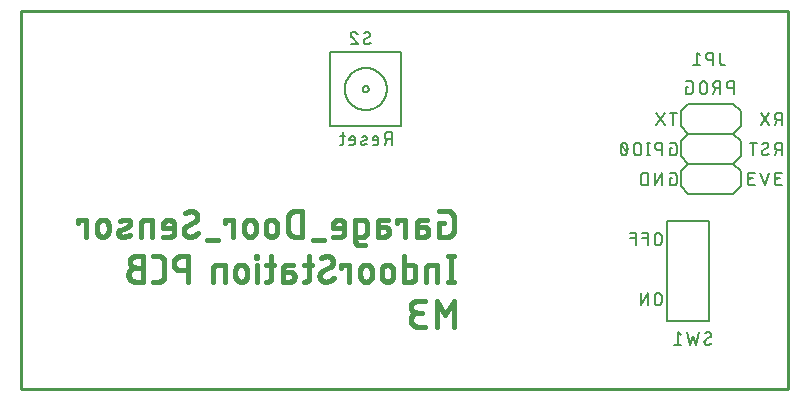
<source format=gbr>
G04 EAGLE Gerber RS-274X export*
G75*
%MOMM*%
%FSLAX34Y34*%
%LPD*%
%INSilkscreen Bottom*%
%IPPOS*%
%AMOC8*
5,1,8,0,0,1.08239X$1,22.5*%
G01*
G04 Define Apertures*
%ADD10C,0.203200*%
%ADD11C,0.381000*%
%ADD12C,0.152400*%
%ADD13C,0.127000*%
%ADD14C,0.254000*%
D10*
X644144Y223266D02*
X644144Y233934D01*
X641181Y233934D01*
X641074Y233932D01*
X640967Y233926D01*
X640861Y233917D01*
X640755Y233903D01*
X640649Y233886D01*
X640544Y233865D01*
X640440Y233840D01*
X640337Y233811D01*
X640235Y233779D01*
X640134Y233743D01*
X640035Y233703D01*
X639937Y233660D01*
X639841Y233613D01*
X639746Y233563D01*
X639653Y233510D01*
X639563Y233453D01*
X639474Y233393D01*
X639388Y233330D01*
X639304Y233264D01*
X639222Y233194D01*
X639143Y233122D01*
X639067Y233047D01*
X638993Y232969D01*
X638923Y232889D01*
X638855Y232806D01*
X638790Y232721D01*
X638729Y232634D01*
X638670Y232544D01*
X638615Y232453D01*
X638563Y232359D01*
X638515Y232263D01*
X638470Y232166D01*
X638428Y232068D01*
X638391Y231968D01*
X638356Y231866D01*
X638326Y231764D01*
X638299Y231660D01*
X638276Y231556D01*
X638257Y231450D01*
X638242Y231344D01*
X638230Y231238D01*
X638222Y231131D01*
X638218Y231024D01*
X638218Y230918D01*
X638222Y230811D01*
X638230Y230704D01*
X638242Y230598D01*
X638257Y230492D01*
X638276Y230386D01*
X638299Y230282D01*
X638326Y230178D01*
X638356Y230076D01*
X638391Y229974D01*
X638428Y229874D01*
X638470Y229776D01*
X638515Y229679D01*
X638563Y229583D01*
X638615Y229490D01*
X638670Y229398D01*
X638729Y229308D01*
X638790Y229221D01*
X638855Y229136D01*
X638923Y229053D01*
X638993Y228973D01*
X639067Y228895D01*
X639143Y228820D01*
X639222Y228748D01*
X639304Y228678D01*
X639388Y228612D01*
X639474Y228549D01*
X639563Y228489D01*
X639653Y228432D01*
X639746Y228379D01*
X639841Y228329D01*
X639937Y228282D01*
X640035Y228239D01*
X640134Y228199D01*
X640235Y228163D01*
X640337Y228131D01*
X640440Y228102D01*
X640544Y228077D01*
X640649Y228056D01*
X640755Y228039D01*
X640861Y228025D01*
X640967Y228016D01*
X641074Y228010D01*
X641181Y228008D01*
X641181Y228007D02*
X644144Y228007D01*
X640588Y228007D02*
X638217Y223266D01*
X633417Y223266D02*
X626305Y233934D01*
X633417Y233934D02*
X626305Y223266D01*
X603504Y249936D02*
X603504Y260604D01*
X600541Y260604D01*
X600434Y260602D01*
X600327Y260596D01*
X600221Y260587D01*
X600115Y260573D01*
X600009Y260556D01*
X599904Y260535D01*
X599800Y260510D01*
X599697Y260481D01*
X599595Y260449D01*
X599494Y260413D01*
X599395Y260373D01*
X599297Y260330D01*
X599201Y260283D01*
X599106Y260233D01*
X599013Y260180D01*
X598923Y260123D01*
X598834Y260063D01*
X598748Y260000D01*
X598664Y259934D01*
X598582Y259864D01*
X598503Y259792D01*
X598427Y259717D01*
X598353Y259639D01*
X598283Y259559D01*
X598215Y259476D01*
X598150Y259391D01*
X598089Y259304D01*
X598030Y259214D01*
X597975Y259123D01*
X597923Y259029D01*
X597875Y258933D01*
X597830Y258836D01*
X597788Y258738D01*
X597751Y258638D01*
X597716Y258536D01*
X597686Y258434D01*
X597659Y258330D01*
X597636Y258226D01*
X597617Y258120D01*
X597602Y258014D01*
X597590Y257908D01*
X597582Y257801D01*
X597578Y257694D01*
X597578Y257588D01*
X597582Y257481D01*
X597590Y257374D01*
X597602Y257268D01*
X597617Y257162D01*
X597636Y257056D01*
X597659Y256952D01*
X597686Y256848D01*
X597716Y256746D01*
X597751Y256644D01*
X597788Y256544D01*
X597830Y256446D01*
X597875Y256349D01*
X597923Y256253D01*
X597975Y256160D01*
X598030Y256068D01*
X598089Y255978D01*
X598150Y255891D01*
X598215Y255806D01*
X598283Y255723D01*
X598353Y255643D01*
X598427Y255565D01*
X598503Y255490D01*
X598582Y255418D01*
X598664Y255348D01*
X598748Y255282D01*
X598834Y255219D01*
X598923Y255159D01*
X599013Y255102D01*
X599106Y255049D01*
X599201Y254999D01*
X599297Y254952D01*
X599395Y254909D01*
X599494Y254869D01*
X599595Y254833D01*
X599697Y254801D01*
X599800Y254772D01*
X599904Y254747D01*
X600009Y254726D01*
X600115Y254709D01*
X600221Y254695D01*
X600327Y254686D01*
X600434Y254680D01*
X600541Y254678D01*
X600541Y254677D02*
X603504Y254677D01*
X592218Y249936D02*
X592218Y260604D01*
X589254Y260604D01*
X589147Y260602D01*
X589040Y260596D01*
X588934Y260587D01*
X588828Y260573D01*
X588722Y260556D01*
X588617Y260535D01*
X588513Y260510D01*
X588410Y260481D01*
X588308Y260449D01*
X588207Y260413D01*
X588108Y260373D01*
X588010Y260330D01*
X587914Y260283D01*
X587819Y260233D01*
X587726Y260180D01*
X587636Y260123D01*
X587547Y260063D01*
X587461Y260000D01*
X587377Y259934D01*
X587295Y259864D01*
X587216Y259792D01*
X587140Y259717D01*
X587066Y259639D01*
X586996Y259559D01*
X586928Y259476D01*
X586863Y259391D01*
X586802Y259304D01*
X586743Y259214D01*
X586688Y259123D01*
X586636Y259029D01*
X586588Y258933D01*
X586543Y258836D01*
X586501Y258738D01*
X586464Y258638D01*
X586429Y258536D01*
X586399Y258434D01*
X586372Y258330D01*
X586349Y258226D01*
X586330Y258120D01*
X586315Y258014D01*
X586303Y257908D01*
X586295Y257801D01*
X586291Y257694D01*
X586291Y257588D01*
X586295Y257481D01*
X586303Y257374D01*
X586315Y257268D01*
X586330Y257162D01*
X586349Y257056D01*
X586372Y256952D01*
X586399Y256848D01*
X586429Y256746D01*
X586464Y256644D01*
X586501Y256544D01*
X586543Y256446D01*
X586588Y256349D01*
X586636Y256253D01*
X586688Y256160D01*
X586743Y256068D01*
X586802Y255978D01*
X586863Y255891D01*
X586928Y255806D01*
X586996Y255723D01*
X587066Y255643D01*
X587140Y255565D01*
X587216Y255490D01*
X587295Y255418D01*
X587377Y255348D01*
X587461Y255282D01*
X587547Y255219D01*
X587636Y255159D01*
X587726Y255102D01*
X587819Y255049D01*
X587914Y254999D01*
X588010Y254952D01*
X588108Y254909D01*
X588207Y254869D01*
X588308Y254833D01*
X588410Y254801D01*
X588513Y254772D01*
X588617Y254747D01*
X588722Y254726D01*
X588828Y254709D01*
X588934Y254695D01*
X589040Y254686D01*
X589147Y254680D01*
X589254Y254678D01*
X589254Y254677D02*
X592218Y254677D01*
X588662Y254677D02*
X586291Y249936D01*
X580898Y252899D02*
X580898Y257641D01*
X580896Y257748D01*
X580890Y257855D01*
X580881Y257961D01*
X580867Y258067D01*
X580850Y258173D01*
X580829Y258278D01*
X580804Y258382D01*
X580775Y258485D01*
X580743Y258587D01*
X580707Y258688D01*
X580667Y258787D01*
X580624Y258885D01*
X580577Y258981D01*
X580527Y259076D01*
X580474Y259169D01*
X580417Y259259D01*
X580357Y259348D01*
X580294Y259434D01*
X580228Y259518D01*
X580158Y259600D01*
X580086Y259679D01*
X580011Y259755D01*
X579933Y259829D01*
X579853Y259899D01*
X579770Y259967D01*
X579685Y260032D01*
X579598Y260093D01*
X579508Y260152D01*
X579417Y260207D01*
X579323Y260259D01*
X579227Y260307D01*
X579130Y260352D01*
X579032Y260394D01*
X578932Y260431D01*
X578830Y260466D01*
X578728Y260496D01*
X578624Y260523D01*
X578520Y260546D01*
X578414Y260565D01*
X578308Y260580D01*
X578202Y260592D01*
X578095Y260600D01*
X577988Y260604D01*
X577882Y260604D01*
X577775Y260600D01*
X577668Y260592D01*
X577562Y260580D01*
X577456Y260565D01*
X577350Y260546D01*
X577246Y260523D01*
X577142Y260496D01*
X577040Y260466D01*
X576938Y260431D01*
X576838Y260394D01*
X576740Y260352D01*
X576643Y260307D01*
X576547Y260259D01*
X576454Y260207D01*
X576362Y260152D01*
X576272Y260093D01*
X576185Y260032D01*
X576100Y259967D01*
X576017Y259899D01*
X575937Y259829D01*
X575859Y259755D01*
X575784Y259679D01*
X575712Y259600D01*
X575642Y259518D01*
X575576Y259434D01*
X575513Y259348D01*
X575453Y259259D01*
X575396Y259169D01*
X575343Y259076D01*
X575293Y258981D01*
X575246Y258885D01*
X575203Y258787D01*
X575163Y258688D01*
X575127Y258587D01*
X575095Y258485D01*
X575066Y258382D01*
X575041Y258278D01*
X575020Y258173D01*
X575003Y258067D01*
X574989Y257961D01*
X574980Y257855D01*
X574974Y257748D01*
X574972Y257641D01*
X574971Y257641D02*
X574971Y252899D01*
X574972Y252899D02*
X574974Y252792D01*
X574980Y252685D01*
X574989Y252579D01*
X575003Y252473D01*
X575020Y252367D01*
X575041Y252262D01*
X575066Y252158D01*
X575095Y252055D01*
X575127Y251953D01*
X575163Y251852D01*
X575203Y251753D01*
X575246Y251655D01*
X575293Y251559D01*
X575343Y251464D01*
X575396Y251371D01*
X575453Y251281D01*
X575513Y251192D01*
X575576Y251106D01*
X575642Y251022D01*
X575712Y250940D01*
X575784Y250861D01*
X575859Y250785D01*
X575937Y250711D01*
X576017Y250641D01*
X576100Y250573D01*
X576185Y250508D01*
X576272Y250447D01*
X576362Y250388D01*
X576454Y250333D01*
X576547Y250281D01*
X576643Y250233D01*
X576740Y250188D01*
X576838Y250146D01*
X576938Y250109D01*
X577040Y250074D01*
X577142Y250044D01*
X577246Y250017D01*
X577350Y249994D01*
X577456Y249975D01*
X577562Y249960D01*
X577668Y249948D01*
X577775Y249940D01*
X577882Y249936D01*
X577988Y249936D01*
X578095Y249940D01*
X578202Y249948D01*
X578308Y249960D01*
X578414Y249975D01*
X578520Y249994D01*
X578624Y250017D01*
X578728Y250044D01*
X578830Y250074D01*
X578932Y250109D01*
X579032Y250146D01*
X579130Y250188D01*
X579227Y250233D01*
X579323Y250281D01*
X579417Y250333D01*
X579508Y250388D01*
X579598Y250447D01*
X579685Y250508D01*
X579770Y250573D01*
X579853Y250641D01*
X579933Y250711D01*
X580011Y250785D01*
X580086Y250861D01*
X580158Y250940D01*
X580228Y251022D01*
X580294Y251106D01*
X580357Y251192D01*
X580417Y251281D01*
X580474Y251371D01*
X580527Y251464D01*
X580577Y251559D01*
X580624Y251655D01*
X580667Y251753D01*
X580707Y251852D01*
X580743Y251953D01*
X580775Y252055D01*
X580804Y252158D01*
X580829Y252262D01*
X580850Y252367D01*
X580867Y252473D01*
X580881Y252579D01*
X580890Y252685D01*
X580896Y252792D01*
X580898Y252899D01*
X564938Y255863D02*
X563160Y255863D01*
X563160Y249936D01*
X566716Y249936D01*
X566811Y249938D01*
X566907Y249944D01*
X567002Y249953D01*
X567096Y249967D01*
X567190Y249984D01*
X567283Y250005D01*
X567376Y250030D01*
X567467Y250058D01*
X567557Y250090D01*
X567645Y250126D01*
X567732Y250165D01*
X567818Y250208D01*
X567902Y250254D01*
X567983Y250303D01*
X568063Y250356D01*
X568140Y250412D01*
X568216Y250470D01*
X568288Y250532D01*
X568358Y250597D01*
X568426Y250665D01*
X568491Y250735D01*
X568553Y250807D01*
X568611Y250883D01*
X568667Y250960D01*
X568720Y251040D01*
X568769Y251122D01*
X568815Y251205D01*
X568858Y251291D01*
X568897Y251378D01*
X568933Y251466D01*
X568965Y251556D01*
X568993Y251647D01*
X569018Y251740D01*
X569039Y251833D01*
X569056Y251927D01*
X569070Y252021D01*
X569079Y252116D01*
X569085Y252212D01*
X569087Y252307D01*
X569087Y258233D01*
X569085Y258328D01*
X569079Y258424D01*
X569070Y258519D01*
X569056Y258613D01*
X569039Y258707D01*
X569018Y258800D01*
X568993Y258893D01*
X568965Y258984D01*
X568933Y259074D01*
X568897Y259162D01*
X568858Y259249D01*
X568815Y259335D01*
X568769Y259418D01*
X568720Y259500D01*
X568667Y259580D01*
X568611Y259657D01*
X568553Y259733D01*
X568491Y259805D01*
X568426Y259875D01*
X568358Y259943D01*
X568288Y260008D01*
X568216Y260070D01*
X568140Y260128D01*
X568063Y260184D01*
X567983Y260237D01*
X567902Y260286D01*
X567818Y260332D01*
X567732Y260375D01*
X567645Y260414D01*
X567557Y260450D01*
X567467Y260482D01*
X567376Y260510D01*
X567283Y260535D01*
X567190Y260556D01*
X567096Y260573D01*
X567002Y260587D01*
X566907Y260596D01*
X566812Y260602D01*
X566716Y260604D01*
X563160Y260604D01*
X644144Y208534D02*
X644144Y197866D01*
X644144Y208534D02*
X641181Y208534D01*
X641074Y208532D01*
X640967Y208526D01*
X640861Y208517D01*
X640755Y208503D01*
X640649Y208486D01*
X640544Y208465D01*
X640440Y208440D01*
X640337Y208411D01*
X640235Y208379D01*
X640134Y208343D01*
X640035Y208303D01*
X639937Y208260D01*
X639841Y208213D01*
X639746Y208163D01*
X639653Y208110D01*
X639563Y208053D01*
X639474Y207993D01*
X639388Y207930D01*
X639304Y207864D01*
X639222Y207794D01*
X639143Y207722D01*
X639067Y207647D01*
X638993Y207569D01*
X638923Y207489D01*
X638855Y207406D01*
X638790Y207321D01*
X638729Y207234D01*
X638670Y207144D01*
X638615Y207053D01*
X638563Y206959D01*
X638515Y206863D01*
X638470Y206766D01*
X638428Y206668D01*
X638391Y206568D01*
X638356Y206466D01*
X638326Y206364D01*
X638299Y206260D01*
X638276Y206156D01*
X638257Y206050D01*
X638242Y205944D01*
X638230Y205838D01*
X638222Y205731D01*
X638218Y205624D01*
X638218Y205518D01*
X638222Y205411D01*
X638230Y205304D01*
X638242Y205198D01*
X638257Y205092D01*
X638276Y204986D01*
X638299Y204882D01*
X638326Y204778D01*
X638356Y204676D01*
X638391Y204574D01*
X638428Y204474D01*
X638470Y204376D01*
X638515Y204279D01*
X638563Y204183D01*
X638615Y204090D01*
X638670Y203998D01*
X638729Y203908D01*
X638790Y203821D01*
X638855Y203736D01*
X638923Y203653D01*
X638993Y203573D01*
X639067Y203495D01*
X639143Y203420D01*
X639222Y203348D01*
X639304Y203278D01*
X639388Y203212D01*
X639474Y203149D01*
X639563Y203089D01*
X639653Y203032D01*
X639746Y202979D01*
X639841Y202929D01*
X639937Y202882D01*
X640035Y202839D01*
X640134Y202799D01*
X640235Y202763D01*
X640337Y202731D01*
X640440Y202702D01*
X640544Y202677D01*
X640649Y202656D01*
X640755Y202639D01*
X640861Y202625D01*
X640967Y202616D01*
X641074Y202610D01*
X641181Y202608D01*
X641181Y202607D02*
X644144Y202607D01*
X640588Y202607D02*
X638217Y197866D01*
X629649Y197866D02*
X629554Y197868D01*
X629458Y197874D01*
X629363Y197883D01*
X629269Y197897D01*
X629175Y197914D01*
X629082Y197935D01*
X628989Y197960D01*
X628898Y197988D01*
X628808Y198020D01*
X628720Y198056D01*
X628633Y198095D01*
X628547Y198138D01*
X628464Y198184D01*
X628382Y198233D01*
X628302Y198286D01*
X628225Y198342D01*
X628149Y198400D01*
X628077Y198462D01*
X628007Y198527D01*
X627939Y198595D01*
X627874Y198665D01*
X627812Y198737D01*
X627754Y198813D01*
X627698Y198890D01*
X627645Y198970D01*
X627596Y199052D01*
X627550Y199135D01*
X627507Y199221D01*
X627468Y199308D01*
X627432Y199396D01*
X627400Y199486D01*
X627372Y199577D01*
X627347Y199670D01*
X627326Y199763D01*
X627309Y199857D01*
X627295Y199951D01*
X627286Y200046D01*
X627280Y200142D01*
X627278Y200237D01*
X629649Y197866D02*
X629785Y197868D01*
X629922Y197873D01*
X630058Y197883D01*
X630193Y197896D01*
X630329Y197912D01*
X630463Y197933D01*
X630598Y197957D01*
X630731Y197984D01*
X630864Y198016D01*
X630996Y198050D01*
X631127Y198089D01*
X631256Y198131D01*
X631385Y198176D01*
X631512Y198225D01*
X631638Y198278D01*
X631762Y198334D01*
X631885Y198393D01*
X632006Y198455D01*
X632126Y198521D01*
X632243Y198590D01*
X632359Y198663D01*
X632473Y198738D01*
X632584Y198816D01*
X632693Y198898D01*
X632801Y198982D01*
X632905Y199069D01*
X633008Y199159D01*
X633108Y199252D01*
X633205Y199348D01*
X632909Y206163D02*
X632907Y206258D01*
X632901Y206354D01*
X632892Y206449D01*
X632878Y206543D01*
X632861Y206637D01*
X632840Y206730D01*
X632815Y206823D01*
X632787Y206914D01*
X632755Y207004D01*
X632719Y207092D01*
X632680Y207179D01*
X632637Y207265D01*
X632591Y207349D01*
X632542Y207430D01*
X632489Y207510D01*
X632433Y207587D01*
X632375Y207663D01*
X632313Y207735D01*
X632248Y207805D01*
X632180Y207873D01*
X632110Y207938D01*
X632038Y208000D01*
X631962Y208058D01*
X631885Y208114D01*
X631805Y208167D01*
X631724Y208216D01*
X631640Y208262D01*
X631554Y208305D01*
X631467Y208344D01*
X631379Y208380D01*
X631289Y208412D01*
X631198Y208440D01*
X631105Y208465D01*
X631012Y208486D01*
X630918Y208503D01*
X630824Y208517D01*
X630729Y208526D01*
X630633Y208532D01*
X630538Y208534D01*
X630408Y208532D01*
X630278Y208526D01*
X630148Y208517D01*
X630019Y208504D01*
X629890Y208487D01*
X629762Y208466D01*
X629634Y208441D01*
X629507Y208413D01*
X629381Y208381D01*
X629256Y208345D01*
X629132Y208306D01*
X629010Y208263D01*
X628888Y208217D01*
X628768Y208166D01*
X628650Y208113D01*
X628533Y208056D01*
X628418Y207996D01*
X628304Y207932D01*
X628193Y207865D01*
X628083Y207795D01*
X627976Y207721D01*
X627871Y207645D01*
X631724Y204088D02*
X631805Y204139D01*
X631885Y204193D01*
X631963Y204249D01*
X632038Y204309D01*
X632111Y204372D01*
X632181Y204438D01*
X632248Y204506D01*
X632313Y204577D01*
X632375Y204651D01*
X632434Y204727D01*
X632490Y204805D01*
X632542Y204886D01*
X632592Y204968D01*
X632638Y205053D01*
X632680Y205139D01*
X632720Y205227D01*
X632755Y205316D01*
X632787Y205407D01*
X632816Y205499D01*
X632840Y205592D01*
X632861Y205685D01*
X632878Y205780D01*
X632892Y205875D01*
X632901Y205971D01*
X632907Y206067D01*
X632909Y206163D01*
X628465Y202312D02*
X628383Y202261D01*
X628303Y202207D01*
X628225Y202151D01*
X628150Y202091D01*
X628077Y202028D01*
X628007Y201962D01*
X627940Y201894D01*
X627875Y201823D01*
X627813Y201749D01*
X627754Y201673D01*
X627698Y201595D01*
X627646Y201514D01*
X627596Y201432D01*
X627550Y201347D01*
X627508Y201261D01*
X627468Y201173D01*
X627433Y201084D01*
X627401Y200993D01*
X627372Y200901D01*
X627348Y200808D01*
X627327Y200715D01*
X627310Y200620D01*
X627296Y200525D01*
X627287Y200429D01*
X627281Y200333D01*
X627279Y200237D01*
X628464Y202311D02*
X631724Y204089D01*
X619955Y208534D02*
X619955Y197866D01*
X616992Y208534D02*
X622919Y208534D01*
X641181Y172466D02*
X644144Y172466D01*
X641181Y172466D02*
X641074Y172468D01*
X640967Y172474D01*
X640861Y172483D01*
X640755Y172497D01*
X640649Y172514D01*
X640544Y172535D01*
X640440Y172560D01*
X640337Y172589D01*
X640235Y172621D01*
X640134Y172657D01*
X640035Y172697D01*
X639937Y172740D01*
X639841Y172787D01*
X639746Y172837D01*
X639653Y172890D01*
X639563Y172947D01*
X639474Y173007D01*
X639388Y173070D01*
X639304Y173136D01*
X639222Y173206D01*
X639143Y173278D01*
X639067Y173353D01*
X638993Y173431D01*
X638923Y173511D01*
X638855Y173594D01*
X638790Y173679D01*
X638729Y173766D01*
X638670Y173856D01*
X638615Y173948D01*
X638563Y174041D01*
X638515Y174137D01*
X638470Y174234D01*
X638428Y174332D01*
X638391Y174432D01*
X638356Y174534D01*
X638326Y174636D01*
X638299Y174740D01*
X638276Y174844D01*
X638257Y174950D01*
X638242Y175056D01*
X638230Y175162D01*
X638222Y175269D01*
X638218Y175376D01*
X638218Y175482D01*
X638222Y175589D01*
X638230Y175696D01*
X638242Y175802D01*
X638257Y175908D01*
X638276Y176014D01*
X638299Y176118D01*
X638326Y176222D01*
X638356Y176324D01*
X638391Y176426D01*
X638428Y176526D01*
X638470Y176624D01*
X638515Y176721D01*
X638563Y176817D01*
X638615Y176911D01*
X638670Y177002D01*
X638729Y177092D01*
X638790Y177179D01*
X638855Y177264D01*
X638923Y177347D01*
X638993Y177427D01*
X639067Y177505D01*
X639143Y177580D01*
X639222Y177652D01*
X639304Y177722D01*
X639388Y177788D01*
X639474Y177851D01*
X639563Y177911D01*
X639653Y177968D01*
X639746Y178021D01*
X639841Y178071D01*
X639937Y178118D01*
X640035Y178161D01*
X640134Y178201D01*
X640235Y178237D01*
X640337Y178269D01*
X640440Y178298D01*
X640544Y178323D01*
X640649Y178344D01*
X640755Y178361D01*
X640861Y178375D01*
X640967Y178384D01*
X641074Y178390D01*
X641181Y178392D01*
X640588Y183134D02*
X644144Y183134D01*
X640588Y183134D02*
X640491Y183132D01*
X640395Y183126D01*
X640299Y183116D01*
X640203Y183102D01*
X640108Y183085D01*
X640013Y183063D01*
X639920Y183038D01*
X639828Y183009D01*
X639737Y182976D01*
X639647Y182939D01*
X639559Y182899D01*
X639473Y182855D01*
X639389Y182808D01*
X639306Y182758D01*
X639226Y182704D01*
X639148Y182646D01*
X639072Y182586D01*
X638999Y182523D01*
X638929Y182457D01*
X638861Y182387D01*
X638796Y182316D01*
X638734Y182241D01*
X638676Y182164D01*
X638620Y182085D01*
X638568Y182004D01*
X638519Y181920D01*
X638473Y181835D01*
X638431Y181748D01*
X638393Y181659D01*
X638358Y181569D01*
X638327Y181477D01*
X638300Y181384D01*
X638276Y181291D01*
X638257Y181196D01*
X638241Y181100D01*
X638229Y181004D01*
X638221Y180908D01*
X638217Y180811D01*
X638217Y180715D01*
X638221Y180618D01*
X638229Y180522D01*
X638241Y180426D01*
X638257Y180330D01*
X638276Y180235D01*
X638300Y180142D01*
X638327Y180049D01*
X638358Y179957D01*
X638393Y179867D01*
X638431Y179778D01*
X638473Y179691D01*
X638519Y179606D01*
X638568Y179522D01*
X638620Y179441D01*
X638676Y179362D01*
X638734Y179285D01*
X638796Y179210D01*
X638861Y179139D01*
X638929Y179069D01*
X638999Y179003D01*
X639072Y178940D01*
X639148Y178880D01*
X639226Y178822D01*
X639306Y178768D01*
X639389Y178718D01*
X639473Y178671D01*
X639559Y178627D01*
X639647Y178587D01*
X639737Y178550D01*
X639828Y178517D01*
X639920Y178488D01*
X640013Y178463D01*
X640108Y178441D01*
X640203Y178424D01*
X640299Y178410D01*
X640395Y178400D01*
X640491Y178394D01*
X640588Y178392D01*
X640588Y178393D02*
X642959Y178393D01*
X633307Y183134D02*
X629751Y172466D01*
X626195Y183134D01*
X621284Y172466D02*
X618321Y172466D01*
X618214Y172468D01*
X618107Y172474D01*
X618001Y172483D01*
X617895Y172497D01*
X617789Y172514D01*
X617684Y172535D01*
X617580Y172560D01*
X617477Y172589D01*
X617375Y172621D01*
X617274Y172657D01*
X617175Y172697D01*
X617077Y172740D01*
X616981Y172787D01*
X616886Y172837D01*
X616793Y172890D01*
X616703Y172947D01*
X616614Y173007D01*
X616528Y173070D01*
X616444Y173136D01*
X616362Y173206D01*
X616283Y173278D01*
X616207Y173353D01*
X616133Y173431D01*
X616063Y173511D01*
X615995Y173594D01*
X615930Y173679D01*
X615869Y173766D01*
X615810Y173856D01*
X615755Y173948D01*
X615703Y174041D01*
X615655Y174137D01*
X615610Y174234D01*
X615568Y174332D01*
X615531Y174432D01*
X615496Y174534D01*
X615466Y174636D01*
X615439Y174740D01*
X615416Y174844D01*
X615397Y174950D01*
X615382Y175056D01*
X615370Y175162D01*
X615362Y175269D01*
X615358Y175376D01*
X615358Y175482D01*
X615362Y175589D01*
X615370Y175696D01*
X615382Y175802D01*
X615397Y175908D01*
X615416Y176014D01*
X615439Y176118D01*
X615466Y176222D01*
X615496Y176324D01*
X615531Y176426D01*
X615568Y176526D01*
X615610Y176624D01*
X615655Y176721D01*
X615703Y176817D01*
X615755Y176911D01*
X615810Y177002D01*
X615869Y177092D01*
X615930Y177179D01*
X615995Y177264D01*
X616063Y177347D01*
X616133Y177427D01*
X616207Y177505D01*
X616283Y177580D01*
X616362Y177652D01*
X616444Y177722D01*
X616528Y177788D01*
X616614Y177851D01*
X616703Y177911D01*
X616793Y177968D01*
X616886Y178021D01*
X616981Y178071D01*
X617077Y178118D01*
X617175Y178161D01*
X617274Y178201D01*
X617375Y178237D01*
X617477Y178269D01*
X617580Y178298D01*
X617684Y178323D01*
X617789Y178344D01*
X617895Y178361D01*
X618001Y178375D01*
X618107Y178384D01*
X618214Y178390D01*
X618321Y178392D01*
X617728Y183134D02*
X621284Y183134D01*
X617728Y183134D02*
X617631Y183132D01*
X617535Y183126D01*
X617439Y183116D01*
X617343Y183102D01*
X617248Y183085D01*
X617153Y183063D01*
X617060Y183038D01*
X616968Y183009D01*
X616877Y182976D01*
X616787Y182939D01*
X616699Y182899D01*
X616613Y182855D01*
X616529Y182808D01*
X616446Y182758D01*
X616366Y182704D01*
X616288Y182646D01*
X616212Y182586D01*
X616139Y182523D01*
X616069Y182457D01*
X616001Y182387D01*
X615936Y182316D01*
X615874Y182241D01*
X615816Y182164D01*
X615760Y182085D01*
X615708Y182004D01*
X615659Y181920D01*
X615613Y181835D01*
X615571Y181748D01*
X615533Y181659D01*
X615498Y181569D01*
X615467Y181477D01*
X615440Y181384D01*
X615416Y181291D01*
X615397Y181196D01*
X615381Y181100D01*
X615369Y181004D01*
X615361Y180908D01*
X615357Y180811D01*
X615357Y180715D01*
X615361Y180618D01*
X615369Y180522D01*
X615381Y180426D01*
X615397Y180330D01*
X615416Y180235D01*
X615440Y180142D01*
X615467Y180049D01*
X615498Y179957D01*
X615533Y179867D01*
X615571Y179778D01*
X615613Y179691D01*
X615659Y179606D01*
X615708Y179522D01*
X615760Y179441D01*
X615816Y179362D01*
X615874Y179285D01*
X615936Y179210D01*
X616001Y179139D01*
X616069Y179069D01*
X616139Y179003D01*
X616212Y178940D01*
X616288Y178880D01*
X616366Y178822D01*
X616446Y178768D01*
X616529Y178718D01*
X616613Y178671D01*
X616699Y178627D01*
X616787Y178587D01*
X616877Y178550D01*
X616968Y178517D01*
X617060Y178488D01*
X617153Y178463D01*
X617248Y178441D01*
X617343Y178424D01*
X617439Y178410D01*
X617535Y178400D01*
X617631Y178394D01*
X617728Y178392D01*
X617728Y178393D02*
X620099Y178393D01*
X552281Y223266D02*
X552281Y233934D01*
X555244Y233934D02*
X549317Y233934D01*
X538057Y233934D02*
X545169Y223266D01*
X538057Y223266D02*
X545169Y233934D01*
X549317Y203793D02*
X551095Y203793D01*
X549317Y203793D02*
X549317Y197866D01*
X552873Y197866D01*
X552968Y197868D01*
X553064Y197874D01*
X553159Y197883D01*
X553253Y197897D01*
X553347Y197914D01*
X553440Y197935D01*
X553533Y197960D01*
X553624Y197988D01*
X553714Y198020D01*
X553802Y198056D01*
X553889Y198095D01*
X553975Y198138D01*
X554059Y198184D01*
X554140Y198233D01*
X554220Y198286D01*
X554297Y198342D01*
X554373Y198400D01*
X554445Y198462D01*
X554515Y198527D01*
X554583Y198595D01*
X554648Y198665D01*
X554710Y198737D01*
X554768Y198813D01*
X554824Y198890D01*
X554877Y198970D01*
X554926Y199052D01*
X554972Y199135D01*
X555015Y199221D01*
X555054Y199308D01*
X555090Y199396D01*
X555122Y199486D01*
X555150Y199577D01*
X555175Y199670D01*
X555196Y199763D01*
X555213Y199857D01*
X555227Y199951D01*
X555236Y200046D01*
X555242Y200142D01*
X555244Y200237D01*
X555244Y206163D01*
X555242Y206258D01*
X555236Y206354D01*
X555227Y206449D01*
X555213Y206543D01*
X555196Y206637D01*
X555175Y206730D01*
X555150Y206823D01*
X555122Y206914D01*
X555090Y207004D01*
X555054Y207092D01*
X555015Y207179D01*
X554972Y207265D01*
X554926Y207348D01*
X554877Y207430D01*
X554824Y207510D01*
X554768Y207587D01*
X554710Y207663D01*
X554648Y207735D01*
X554583Y207805D01*
X554515Y207873D01*
X554445Y207938D01*
X554373Y208000D01*
X554297Y208058D01*
X554220Y208114D01*
X554140Y208167D01*
X554059Y208216D01*
X553975Y208262D01*
X553889Y208305D01*
X553802Y208344D01*
X553714Y208380D01*
X553624Y208412D01*
X553533Y208440D01*
X553440Y208465D01*
X553347Y208486D01*
X553253Y208503D01*
X553159Y208517D01*
X553064Y208526D01*
X552969Y208532D01*
X552873Y208534D01*
X549317Y208534D01*
X542798Y208534D02*
X542798Y197866D01*
X542798Y208534D02*
X539835Y208534D01*
X539728Y208532D01*
X539621Y208526D01*
X539515Y208517D01*
X539409Y208503D01*
X539303Y208486D01*
X539198Y208465D01*
X539094Y208440D01*
X538991Y208411D01*
X538889Y208379D01*
X538788Y208343D01*
X538689Y208303D01*
X538591Y208260D01*
X538495Y208213D01*
X538400Y208163D01*
X538307Y208110D01*
X538217Y208053D01*
X538128Y207993D01*
X538042Y207930D01*
X537958Y207864D01*
X537876Y207794D01*
X537797Y207722D01*
X537721Y207647D01*
X537647Y207569D01*
X537577Y207489D01*
X537509Y207406D01*
X537444Y207321D01*
X537383Y207234D01*
X537324Y207144D01*
X537269Y207053D01*
X537217Y206959D01*
X537169Y206863D01*
X537124Y206766D01*
X537082Y206668D01*
X537045Y206568D01*
X537010Y206466D01*
X536980Y206364D01*
X536953Y206260D01*
X536930Y206156D01*
X536911Y206050D01*
X536896Y205944D01*
X536884Y205838D01*
X536876Y205731D01*
X536872Y205624D01*
X536872Y205518D01*
X536876Y205411D01*
X536884Y205304D01*
X536896Y205198D01*
X536911Y205092D01*
X536930Y204986D01*
X536953Y204882D01*
X536980Y204778D01*
X537010Y204676D01*
X537045Y204574D01*
X537082Y204474D01*
X537124Y204376D01*
X537169Y204279D01*
X537217Y204183D01*
X537269Y204090D01*
X537324Y203998D01*
X537383Y203908D01*
X537444Y203821D01*
X537509Y203736D01*
X537577Y203653D01*
X537647Y203573D01*
X537721Y203495D01*
X537797Y203420D01*
X537876Y203348D01*
X537958Y203278D01*
X538042Y203212D01*
X538128Y203149D01*
X538217Y203089D01*
X538307Y203032D01*
X538400Y202979D01*
X538495Y202929D01*
X538591Y202882D01*
X538689Y202839D01*
X538788Y202799D01*
X538889Y202763D01*
X538991Y202731D01*
X539094Y202702D01*
X539198Y202677D01*
X539303Y202656D01*
X539409Y202639D01*
X539515Y202625D01*
X539621Y202616D01*
X539728Y202610D01*
X539835Y202608D01*
X539835Y202607D02*
X542798Y202607D01*
X531326Y197866D02*
X531326Y208534D01*
X532511Y197866D02*
X530140Y197866D01*
X530140Y208534D02*
X532511Y208534D01*
X525145Y205571D02*
X525145Y200829D01*
X525145Y205571D02*
X525143Y205678D01*
X525137Y205785D01*
X525128Y205891D01*
X525114Y205997D01*
X525097Y206103D01*
X525076Y206208D01*
X525051Y206312D01*
X525022Y206415D01*
X524990Y206517D01*
X524954Y206618D01*
X524914Y206717D01*
X524871Y206815D01*
X524824Y206911D01*
X524774Y207006D01*
X524721Y207099D01*
X524664Y207189D01*
X524604Y207278D01*
X524541Y207364D01*
X524475Y207448D01*
X524405Y207530D01*
X524333Y207609D01*
X524258Y207685D01*
X524180Y207759D01*
X524100Y207829D01*
X524017Y207897D01*
X523932Y207962D01*
X523845Y208023D01*
X523755Y208082D01*
X523664Y208137D01*
X523570Y208189D01*
X523474Y208237D01*
X523377Y208282D01*
X523279Y208324D01*
X523179Y208361D01*
X523077Y208396D01*
X522975Y208426D01*
X522871Y208453D01*
X522767Y208476D01*
X522661Y208495D01*
X522555Y208510D01*
X522449Y208522D01*
X522342Y208530D01*
X522235Y208534D01*
X522129Y208534D01*
X522022Y208530D01*
X521915Y208522D01*
X521809Y208510D01*
X521703Y208495D01*
X521597Y208476D01*
X521493Y208453D01*
X521389Y208426D01*
X521287Y208396D01*
X521185Y208361D01*
X521085Y208324D01*
X520987Y208282D01*
X520890Y208237D01*
X520794Y208189D01*
X520701Y208137D01*
X520609Y208082D01*
X520519Y208023D01*
X520432Y207962D01*
X520347Y207897D01*
X520264Y207829D01*
X520184Y207759D01*
X520106Y207685D01*
X520031Y207609D01*
X519959Y207530D01*
X519889Y207448D01*
X519823Y207364D01*
X519760Y207278D01*
X519700Y207189D01*
X519643Y207099D01*
X519590Y207006D01*
X519540Y206911D01*
X519493Y206815D01*
X519450Y206717D01*
X519410Y206618D01*
X519374Y206517D01*
X519342Y206415D01*
X519313Y206312D01*
X519288Y206208D01*
X519267Y206103D01*
X519250Y205997D01*
X519236Y205891D01*
X519227Y205785D01*
X519221Y205678D01*
X519219Y205571D01*
X519218Y205571D02*
X519218Y200829D01*
X519219Y200829D02*
X519221Y200722D01*
X519227Y200615D01*
X519236Y200509D01*
X519250Y200403D01*
X519267Y200297D01*
X519288Y200192D01*
X519313Y200088D01*
X519342Y199985D01*
X519374Y199883D01*
X519410Y199782D01*
X519450Y199683D01*
X519493Y199585D01*
X519540Y199489D01*
X519590Y199394D01*
X519643Y199301D01*
X519700Y199211D01*
X519760Y199122D01*
X519823Y199036D01*
X519889Y198952D01*
X519959Y198870D01*
X520031Y198791D01*
X520106Y198715D01*
X520184Y198641D01*
X520264Y198571D01*
X520347Y198503D01*
X520432Y198438D01*
X520519Y198377D01*
X520609Y198318D01*
X520701Y198263D01*
X520794Y198211D01*
X520890Y198163D01*
X520987Y198118D01*
X521085Y198076D01*
X521185Y198039D01*
X521287Y198004D01*
X521389Y197974D01*
X521493Y197947D01*
X521597Y197924D01*
X521703Y197905D01*
X521809Y197890D01*
X521915Y197878D01*
X522022Y197870D01*
X522129Y197866D01*
X522235Y197866D01*
X522342Y197870D01*
X522449Y197878D01*
X522555Y197890D01*
X522661Y197905D01*
X522767Y197924D01*
X522871Y197947D01*
X522975Y197974D01*
X523077Y198004D01*
X523179Y198039D01*
X523279Y198076D01*
X523377Y198118D01*
X523474Y198163D01*
X523570Y198211D01*
X523664Y198263D01*
X523755Y198318D01*
X523845Y198377D01*
X523932Y198438D01*
X524017Y198503D01*
X524100Y198571D01*
X524180Y198641D01*
X524258Y198715D01*
X524333Y198791D01*
X524405Y198870D01*
X524475Y198952D01*
X524541Y199036D01*
X524604Y199122D01*
X524664Y199211D01*
X524721Y199301D01*
X524774Y199394D01*
X524824Y199489D01*
X524871Y199585D01*
X524914Y199683D01*
X524954Y199782D01*
X524990Y199883D01*
X525022Y199985D01*
X525051Y200088D01*
X525076Y200192D01*
X525097Y200297D01*
X525114Y200403D01*
X525128Y200509D01*
X525137Y200615D01*
X525143Y200722D01*
X525145Y200829D01*
X513715Y203200D02*
X513712Y203410D01*
X513705Y203620D01*
X513692Y203829D01*
X513675Y204038D01*
X513652Y204247D01*
X513625Y204455D01*
X513593Y204662D01*
X513555Y204869D01*
X513513Y205074D01*
X513466Y205279D01*
X513414Y205482D01*
X513357Y205684D01*
X513295Y205885D01*
X513229Y206084D01*
X513157Y206281D01*
X513081Y206477D01*
X513001Y206671D01*
X512916Y206863D01*
X512826Y207052D01*
X512795Y207137D01*
X512761Y207221D01*
X512723Y207303D01*
X512681Y207384D01*
X512636Y207463D01*
X512588Y207540D01*
X512537Y207615D01*
X512483Y207687D01*
X512426Y207758D01*
X512366Y207826D01*
X512303Y207891D01*
X512238Y207954D01*
X512170Y208014D01*
X512099Y208071D01*
X512027Y208125D01*
X511952Y208177D01*
X511875Y208225D01*
X511796Y208270D01*
X511715Y208311D01*
X511633Y208349D01*
X511549Y208384D01*
X511464Y208415D01*
X511378Y208443D01*
X511291Y208467D01*
X511202Y208487D01*
X511113Y208504D01*
X511023Y208517D01*
X510933Y208527D01*
X510843Y208532D01*
X510752Y208534D01*
X510661Y208532D01*
X510571Y208527D01*
X510481Y208517D01*
X510391Y208504D01*
X510302Y208487D01*
X510213Y208467D01*
X510126Y208443D01*
X510040Y208415D01*
X509955Y208384D01*
X509871Y208349D01*
X509789Y208311D01*
X509708Y208270D01*
X509629Y208225D01*
X509552Y208177D01*
X509477Y208126D01*
X509405Y208071D01*
X509334Y208014D01*
X509266Y207954D01*
X509201Y207891D01*
X509138Y207826D01*
X509078Y207758D01*
X509021Y207687D01*
X508967Y207615D01*
X508916Y207540D01*
X508868Y207463D01*
X508823Y207384D01*
X508781Y207303D01*
X508743Y207221D01*
X508709Y207137D01*
X508678Y207052D01*
X508588Y206863D01*
X508503Y206671D01*
X508423Y206477D01*
X508347Y206281D01*
X508275Y206084D01*
X508209Y205885D01*
X508147Y205684D01*
X508090Y205482D01*
X508038Y205279D01*
X507991Y205074D01*
X507949Y204869D01*
X507911Y204662D01*
X507879Y204455D01*
X507852Y204247D01*
X507829Y204038D01*
X507812Y203829D01*
X507799Y203620D01*
X507792Y203410D01*
X507789Y203200D01*
X513715Y203200D02*
X513712Y202990D01*
X513705Y202780D01*
X513692Y202571D01*
X513675Y202362D01*
X513652Y202153D01*
X513625Y201945D01*
X513593Y201738D01*
X513555Y201531D01*
X513513Y201326D01*
X513466Y201121D01*
X513414Y200918D01*
X513357Y200716D01*
X513295Y200515D01*
X513229Y200316D01*
X513157Y200119D01*
X513081Y199923D01*
X513001Y199729D01*
X512916Y199538D01*
X512826Y199348D01*
X512795Y199263D01*
X512761Y199179D01*
X512723Y199097D01*
X512681Y199016D01*
X512636Y198937D01*
X512588Y198860D01*
X512537Y198785D01*
X512483Y198713D01*
X512426Y198642D01*
X512366Y198574D01*
X512303Y198509D01*
X512238Y198446D01*
X512170Y198386D01*
X512099Y198329D01*
X512027Y198274D01*
X511952Y198223D01*
X511875Y198175D01*
X511796Y198130D01*
X511715Y198089D01*
X511633Y198051D01*
X511549Y198016D01*
X511464Y197985D01*
X511378Y197957D01*
X511291Y197933D01*
X511202Y197913D01*
X511113Y197896D01*
X511023Y197883D01*
X510933Y197873D01*
X510843Y197868D01*
X510752Y197866D01*
X508678Y199348D02*
X508588Y199538D01*
X508503Y199729D01*
X508423Y199923D01*
X508347Y200119D01*
X508275Y200316D01*
X508209Y200515D01*
X508147Y200716D01*
X508090Y200918D01*
X508038Y201121D01*
X507991Y201326D01*
X507949Y201531D01*
X507911Y201738D01*
X507879Y201945D01*
X507852Y202153D01*
X507829Y202362D01*
X507812Y202571D01*
X507799Y202780D01*
X507792Y202990D01*
X507789Y203200D01*
X508678Y199348D02*
X508709Y199263D01*
X508743Y199179D01*
X508782Y199097D01*
X508823Y199016D01*
X508868Y198937D01*
X508916Y198860D01*
X508967Y198785D01*
X509021Y198713D01*
X509078Y198642D01*
X509138Y198574D01*
X509201Y198509D01*
X509266Y198446D01*
X509334Y198386D01*
X509405Y198329D01*
X509477Y198274D01*
X509552Y198223D01*
X509629Y198175D01*
X509708Y198130D01*
X509789Y198089D01*
X509871Y198051D01*
X509955Y198016D01*
X510040Y197985D01*
X510126Y197957D01*
X510213Y197933D01*
X510302Y197913D01*
X510391Y197896D01*
X510481Y197883D01*
X510571Y197873D01*
X510661Y197868D01*
X510752Y197866D01*
X513122Y200237D02*
X508381Y206163D01*
X549317Y178393D02*
X551095Y178393D01*
X549317Y178393D02*
X549317Y172466D01*
X552873Y172466D01*
X552968Y172468D01*
X553064Y172474D01*
X553159Y172483D01*
X553253Y172497D01*
X553347Y172514D01*
X553440Y172535D01*
X553533Y172560D01*
X553624Y172588D01*
X553714Y172620D01*
X553802Y172656D01*
X553889Y172695D01*
X553975Y172738D01*
X554059Y172784D01*
X554140Y172833D01*
X554220Y172886D01*
X554297Y172942D01*
X554373Y173000D01*
X554445Y173062D01*
X554515Y173127D01*
X554583Y173195D01*
X554648Y173265D01*
X554710Y173337D01*
X554768Y173413D01*
X554824Y173490D01*
X554877Y173570D01*
X554926Y173652D01*
X554972Y173735D01*
X555015Y173821D01*
X555054Y173908D01*
X555090Y173996D01*
X555122Y174086D01*
X555150Y174177D01*
X555175Y174270D01*
X555196Y174363D01*
X555213Y174457D01*
X555227Y174551D01*
X555236Y174646D01*
X555242Y174742D01*
X555244Y174837D01*
X555244Y180763D01*
X555242Y180858D01*
X555236Y180954D01*
X555227Y181049D01*
X555213Y181143D01*
X555196Y181237D01*
X555175Y181330D01*
X555150Y181423D01*
X555122Y181514D01*
X555090Y181604D01*
X555054Y181692D01*
X555015Y181779D01*
X554972Y181865D01*
X554926Y181948D01*
X554877Y182030D01*
X554824Y182110D01*
X554768Y182187D01*
X554710Y182263D01*
X554648Y182335D01*
X554583Y182405D01*
X554515Y182473D01*
X554445Y182538D01*
X554373Y182600D01*
X554297Y182658D01*
X554220Y182714D01*
X554140Y182767D01*
X554059Y182816D01*
X553975Y182862D01*
X553889Y182905D01*
X553802Y182944D01*
X553714Y182980D01*
X553624Y183012D01*
X553533Y183040D01*
X553440Y183065D01*
X553347Y183086D01*
X553253Y183103D01*
X553159Y183117D01*
X553064Y183126D01*
X552969Y183132D01*
X552873Y183134D01*
X549317Y183134D01*
X543052Y183134D02*
X543052Y172466D01*
X537125Y172466D02*
X543052Y183134D01*
X537125Y183134D02*
X537125Y172466D01*
X530860Y172466D02*
X530860Y183134D01*
X527897Y183134D01*
X527789Y183132D01*
X527681Y183126D01*
X527573Y183116D01*
X527466Y183102D01*
X527359Y183085D01*
X527253Y183063D01*
X527148Y183038D01*
X527043Y183008D01*
X526940Y182975D01*
X526839Y182938D01*
X526738Y182898D01*
X526639Y182854D01*
X526542Y182806D01*
X526447Y182755D01*
X526353Y182700D01*
X526262Y182642D01*
X526173Y182581D01*
X526086Y182516D01*
X526002Y182449D01*
X525920Y182378D01*
X525840Y182304D01*
X525764Y182228D01*
X525690Y182148D01*
X525620Y182066D01*
X525552Y181982D01*
X525487Y181895D01*
X525426Y181806D01*
X525368Y181715D01*
X525313Y181621D01*
X525262Y181526D01*
X525214Y181429D01*
X525170Y181330D01*
X525130Y181229D01*
X525093Y181128D01*
X525060Y181025D01*
X525030Y180920D01*
X525005Y180815D01*
X524983Y180709D01*
X524966Y180602D01*
X524952Y180495D01*
X524942Y180387D01*
X524936Y180279D01*
X524934Y180171D01*
X524933Y180171D02*
X524933Y175429D01*
X524934Y175429D02*
X524936Y175323D01*
X524942Y175218D01*
X524951Y175112D01*
X524964Y175007D01*
X524981Y174903D01*
X525002Y174799D01*
X525026Y174696D01*
X525054Y174594D01*
X525086Y174493D01*
X525121Y174394D01*
X525160Y174295D01*
X525202Y174198D01*
X525247Y174103D01*
X525296Y174009D01*
X525349Y173917D01*
X525404Y173827D01*
X525463Y173739D01*
X525525Y173653D01*
X525590Y173570D01*
X525658Y173489D01*
X525728Y173410D01*
X525802Y173334D01*
X525878Y173260D01*
X525957Y173190D01*
X526038Y173122D01*
X526121Y173057D01*
X526207Y172995D01*
X526295Y172936D01*
X526385Y172881D01*
X526477Y172828D01*
X526571Y172779D01*
X526666Y172734D01*
X526763Y172692D01*
X526862Y172653D01*
X526961Y172618D01*
X527062Y172586D01*
X527164Y172558D01*
X527267Y172534D01*
X527371Y172513D01*
X527475Y172496D01*
X527580Y172483D01*
X527686Y172474D01*
X527791Y172468D01*
X527897Y172466D01*
X530860Y172466D01*
D11*
X357999Y140899D02*
X354401Y140899D01*
X354401Y128905D01*
X361597Y128905D01*
X361734Y128907D01*
X361871Y128913D01*
X362008Y128923D01*
X362144Y128936D01*
X362280Y128954D01*
X362415Y128975D01*
X362550Y129001D01*
X362684Y129030D01*
X362817Y129063D01*
X362949Y129099D01*
X363080Y129140D01*
X363209Y129184D01*
X363338Y129232D01*
X363465Y129283D01*
X363590Y129339D01*
X363714Y129397D01*
X363836Y129459D01*
X363956Y129525D01*
X364075Y129594D01*
X364191Y129667D01*
X364305Y129742D01*
X364417Y129821D01*
X364527Y129903D01*
X364634Y129989D01*
X364739Y130077D01*
X364841Y130168D01*
X364941Y130262D01*
X365038Y130359D01*
X365132Y130459D01*
X365223Y130561D01*
X365311Y130666D01*
X365397Y130773D01*
X365479Y130883D01*
X365558Y130995D01*
X365633Y131109D01*
X365706Y131225D01*
X365775Y131344D01*
X365841Y131464D01*
X365903Y131586D01*
X365961Y131710D01*
X366017Y131835D01*
X366068Y131962D01*
X366116Y132091D01*
X366160Y132220D01*
X366201Y132351D01*
X366237Y132483D01*
X366270Y132616D01*
X366299Y132750D01*
X366325Y132885D01*
X366346Y133020D01*
X366364Y133156D01*
X366377Y133292D01*
X366387Y133429D01*
X366393Y133566D01*
X366395Y133703D01*
X366395Y145697D01*
X366393Y145834D01*
X366387Y145971D01*
X366377Y146108D01*
X366364Y146244D01*
X366346Y146380D01*
X366325Y146515D01*
X366299Y146650D01*
X366270Y146784D01*
X366237Y146917D01*
X366201Y147049D01*
X366160Y147180D01*
X366116Y147309D01*
X366068Y147438D01*
X366017Y147565D01*
X365961Y147690D01*
X365903Y147814D01*
X365841Y147936D01*
X365775Y148056D01*
X365706Y148175D01*
X365633Y148291D01*
X365558Y148405D01*
X365479Y148517D01*
X365397Y148627D01*
X365311Y148734D01*
X365223Y148839D01*
X365132Y148941D01*
X365038Y149041D01*
X364941Y149138D01*
X364841Y149232D01*
X364739Y149323D01*
X364634Y149411D01*
X364527Y149497D01*
X364417Y149579D01*
X364305Y149658D01*
X364191Y149733D01*
X364075Y149806D01*
X363956Y149875D01*
X363836Y149941D01*
X363714Y150003D01*
X363590Y150061D01*
X363465Y150117D01*
X363338Y150168D01*
X363209Y150216D01*
X363080Y150260D01*
X362949Y150301D01*
X362817Y150337D01*
X362684Y150370D01*
X362550Y150399D01*
X362415Y150425D01*
X362280Y150446D01*
X362144Y150464D01*
X362008Y150477D01*
X361871Y150487D01*
X361734Y150493D01*
X361597Y150495D01*
X354401Y150495D01*
X340919Y137301D02*
X335522Y137301D01*
X340919Y137301D02*
X341047Y137299D01*
X341175Y137293D01*
X341303Y137283D01*
X341430Y137270D01*
X341557Y137252D01*
X341683Y137231D01*
X341809Y137206D01*
X341933Y137177D01*
X342057Y137144D01*
X342180Y137107D01*
X342301Y137067D01*
X342421Y137023D01*
X342540Y136975D01*
X342658Y136924D01*
X342773Y136869D01*
X342887Y136811D01*
X342999Y136749D01*
X343110Y136684D01*
X343218Y136616D01*
X343324Y136544D01*
X343428Y136469D01*
X343529Y136391D01*
X343628Y136310D01*
X343725Y136226D01*
X343819Y136139D01*
X343910Y136049D01*
X343998Y135956D01*
X344084Y135861D01*
X344167Y135763D01*
X344246Y135663D01*
X344323Y135560D01*
X344396Y135455D01*
X344466Y135348D01*
X344533Y135239D01*
X344597Y135128D01*
X344657Y135015D01*
X344713Y134900D01*
X344766Y134783D01*
X344816Y134665D01*
X344861Y134545D01*
X344904Y134425D01*
X344942Y134302D01*
X344977Y134179D01*
X345008Y134055D01*
X345035Y133930D01*
X345058Y133804D01*
X345078Y133677D01*
X345093Y133550D01*
X345105Y133423D01*
X345113Y133295D01*
X345117Y133167D01*
X345117Y133039D01*
X345113Y132911D01*
X345105Y132783D01*
X345093Y132656D01*
X345078Y132529D01*
X345058Y132402D01*
X345035Y132276D01*
X345008Y132151D01*
X344977Y132027D01*
X344942Y131904D01*
X344904Y131781D01*
X344861Y131661D01*
X344816Y131541D01*
X344766Y131423D01*
X344713Y131306D01*
X344657Y131191D01*
X344597Y131078D01*
X344533Y130967D01*
X344466Y130858D01*
X344396Y130751D01*
X344323Y130646D01*
X344246Y130543D01*
X344167Y130443D01*
X344084Y130345D01*
X343998Y130250D01*
X343910Y130157D01*
X343819Y130067D01*
X343725Y129980D01*
X343628Y129896D01*
X343529Y129815D01*
X343428Y129737D01*
X343324Y129662D01*
X343218Y129590D01*
X343110Y129522D01*
X342999Y129457D01*
X342887Y129395D01*
X342773Y129337D01*
X342658Y129282D01*
X342540Y129231D01*
X342421Y129183D01*
X342301Y129139D01*
X342180Y129099D01*
X342057Y129062D01*
X341933Y129029D01*
X341809Y129000D01*
X341683Y128975D01*
X341557Y128954D01*
X341430Y128936D01*
X341303Y128923D01*
X341175Y128913D01*
X341047Y128907D01*
X340919Y128905D01*
X335522Y128905D01*
X335522Y139700D01*
X335524Y139818D01*
X335530Y139935D01*
X335539Y140053D01*
X335553Y140170D01*
X335570Y140286D01*
X335591Y140402D01*
X335616Y140517D01*
X335645Y140631D01*
X335677Y140744D01*
X335713Y140857D01*
X335753Y140967D01*
X335796Y141077D01*
X335843Y141185D01*
X335893Y141291D01*
X335947Y141396D01*
X336004Y141499D01*
X336065Y141600D01*
X336128Y141699D01*
X336195Y141796D01*
X336266Y141890D01*
X336339Y141983D01*
X336415Y142072D01*
X336494Y142160D01*
X336576Y142244D01*
X336660Y142326D01*
X336748Y142405D01*
X336837Y142481D01*
X336930Y142554D01*
X337024Y142625D01*
X337121Y142692D01*
X337220Y142755D01*
X337321Y142816D01*
X337424Y142873D01*
X337529Y142927D01*
X337635Y142977D01*
X337743Y143024D01*
X337853Y143067D01*
X337963Y143107D01*
X338076Y143143D01*
X338189Y143175D01*
X338303Y143204D01*
X338418Y143229D01*
X338534Y143250D01*
X338650Y143267D01*
X338767Y143281D01*
X338885Y143290D01*
X339002Y143296D01*
X339120Y143298D01*
X343918Y143298D01*
X325395Y143298D02*
X325395Y128905D01*
X325395Y143298D02*
X318198Y143298D01*
X318198Y140899D01*
X307513Y137301D02*
X302116Y137301D01*
X307513Y137301D02*
X307641Y137299D01*
X307769Y137293D01*
X307897Y137283D01*
X308024Y137270D01*
X308151Y137252D01*
X308277Y137231D01*
X308403Y137206D01*
X308527Y137177D01*
X308651Y137144D01*
X308774Y137107D01*
X308895Y137067D01*
X309015Y137023D01*
X309134Y136975D01*
X309252Y136924D01*
X309367Y136869D01*
X309481Y136811D01*
X309593Y136749D01*
X309704Y136684D01*
X309812Y136616D01*
X309918Y136544D01*
X310022Y136469D01*
X310123Y136391D01*
X310222Y136310D01*
X310319Y136226D01*
X310413Y136139D01*
X310504Y136049D01*
X310592Y135956D01*
X310678Y135861D01*
X310761Y135763D01*
X310840Y135663D01*
X310917Y135560D01*
X310990Y135455D01*
X311060Y135348D01*
X311127Y135239D01*
X311191Y135128D01*
X311251Y135015D01*
X311307Y134900D01*
X311360Y134783D01*
X311410Y134665D01*
X311455Y134545D01*
X311498Y134425D01*
X311536Y134302D01*
X311571Y134179D01*
X311602Y134055D01*
X311629Y133930D01*
X311652Y133804D01*
X311672Y133677D01*
X311687Y133550D01*
X311699Y133423D01*
X311707Y133295D01*
X311711Y133167D01*
X311711Y133039D01*
X311707Y132911D01*
X311699Y132783D01*
X311687Y132656D01*
X311672Y132529D01*
X311652Y132402D01*
X311629Y132276D01*
X311602Y132151D01*
X311571Y132027D01*
X311536Y131904D01*
X311498Y131781D01*
X311455Y131661D01*
X311410Y131541D01*
X311360Y131423D01*
X311307Y131306D01*
X311251Y131191D01*
X311191Y131078D01*
X311127Y130967D01*
X311060Y130858D01*
X310990Y130751D01*
X310917Y130646D01*
X310840Y130543D01*
X310761Y130443D01*
X310678Y130345D01*
X310592Y130250D01*
X310504Y130157D01*
X310413Y130067D01*
X310319Y129980D01*
X310222Y129896D01*
X310123Y129815D01*
X310022Y129737D01*
X309918Y129662D01*
X309812Y129590D01*
X309704Y129522D01*
X309593Y129457D01*
X309481Y129395D01*
X309367Y129337D01*
X309252Y129282D01*
X309134Y129231D01*
X309015Y129183D01*
X308895Y129139D01*
X308774Y129099D01*
X308651Y129062D01*
X308527Y129029D01*
X308403Y129000D01*
X308277Y128975D01*
X308151Y128954D01*
X308024Y128936D01*
X307897Y128923D01*
X307769Y128913D01*
X307641Y128907D01*
X307513Y128905D01*
X302116Y128905D01*
X302116Y139700D01*
X302118Y139818D01*
X302124Y139935D01*
X302133Y140053D01*
X302147Y140170D01*
X302164Y140286D01*
X302185Y140402D01*
X302210Y140517D01*
X302239Y140631D01*
X302271Y140744D01*
X302307Y140857D01*
X302347Y140967D01*
X302390Y141077D01*
X302437Y141185D01*
X302487Y141291D01*
X302541Y141396D01*
X302598Y141499D01*
X302659Y141600D01*
X302722Y141699D01*
X302789Y141796D01*
X302860Y141890D01*
X302933Y141983D01*
X303009Y142072D01*
X303088Y142160D01*
X303170Y142244D01*
X303254Y142326D01*
X303342Y142405D01*
X303431Y142481D01*
X303524Y142554D01*
X303618Y142625D01*
X303715Y142692D01*
X303814Y142755D01*
X303915Y142816D01*
X304018Y142873D01*
X304123Y142927D01*
X304229Y142977D01*
X304337Y143024D01*
X304447Y143067D01*
X304557Y143107D01*
X304670Y143143D01*
X304783Y143175D01*
X304897Y143204D01*
X305012Y143229D01*
X305128Y143250D01*
X305244Y143267D01*
X305361Y143281D01*
X305479Y143290D01*
X305596Y143296D01*
X305714Y143298D01*
X310512Y143298D01*
X289322Y128905D02*
X283325Y128905D01*
X289322Y128905D02*
X289440Y128907D01*
X289557Y128913D01*
X289675Y128922D01*
X289792Y128936D01*
X289908Y128953D01*
X290024Y128974D01*
X290139Y128999D01*
X290253Y129028D01*
X290366Y129060D01*
X290479Y129096D01*
X290589Y129136D01*
X290699Y129179D01*
X290807Y129226D01*
X290913Y129276D01*
X291018Y129330D01*
X291121Y129387D01*
X291222Y129448D01*
X291321Y129511D01*
X291418Y129578D01*
X291512Y129649D01*
X291605Y129722D01*
X291694Y129798D01*
X291782Y129877D01*
X291866Y129959D01*
X291948Y130043D01*
X292027Y130131D01*
X292103Y130220D01*
X292176Y130313D01*
X292247Y130407D01*
X292314Y130504D01*
X292377Y130603D01*
X292438Y130704D01*
X292495Y130807D01*
X292549Y130912D01*
X292599Y131018D01*
X292646Y131126D01*
X292689Y131236D01*
X292729Y131346D01*
X292765Y131459D01*
X292797Y131572D01*
X292826Y131686D01*
X292851Y131801D01*
X292872Y131917D01*
X292889Y132033D01*
X292903Y132150D01*
X292912Y132268D01*
X292918Y132385D01*
X292920Y132503D01*
X292921Y132503D02*
X292921Y139700D01*
X292920Y139700D02*
X292918Y139818D01*
X292912Y139935D01*
X292903Y140053D01*
X292889Y140170D01*
X292872Y140286D01*
X292851Y140402D01*
X292826Y140517D01*
X292797Y140631D01*
X292765Y140744D01*
X292729Y140857D01*
X292689Y140967D01*
X292646Y141077D01*
X292599Y141185D01*
X292549Y141291D01*
X292495Y141396D01*
X292438Y141499D01*
X292377Y141600D01*
X292314Y141699D01*
X292247Y141796D01*
X292176Y141890D01*
X292103Y141983D01*
X292027Y142072D01*
X291948Y142160D01*
X291866Y142244D01*
X291782Y142326D01*
X291694Y142405D01*
X291605Y142481D01*
X291512Y142554D01*
X291418Y142625D01*
X291321Y142692D01*
X291222Y142755D01*
X291121Y142816D01*
X291018Y142873D01*
X290913Y142927D01*
X290807Y142977D01*
X290699Y143024D01*
X290589Y143067D01*
X290479Y143107D01*
X290366Y143143D01*
X290253Y143175D01*
X290139Y143204D01*
X290024Y143229D01*
X289908Y143250D01*
X289792Y143267D01*
X289675Y143281D01*
X289557Y143290D01*
X289440Y143296D01*
X289322Y143298D01*
X283325Y143298D01*
X283325Y125307D01*
X283327Y125189D01*
X283333Y125072D01*
X283342Y124954D01*
X283356Y124837D01*
X283373Y124721D01*
X283394Y124605D01*
X283419Y124490D01*
X283448Y124376D01*
X283480Y124263D01*
X283516Y124150D01*
X283556Y124040D01*
X283599Y123930D01*
X283646Y123822D01*
X283696Y123716D01*
X283750Y123611D01*
X283807Y123508D01*
X283868Y123407D01*
X283931Y123308D01*
X283998Y123211D01*
X284068Y123117D01*
X284142Y123024D01*
X284218Y122935D01*
X284297Y122847D01*
X284379Y122763D01*
X284463Y122681D01*
X284551Y122602D01*
X284640Y122526D01*
X284733Y122453D01*
X284827Y122382D01*
X284924Y122315D01*
X285023Y122252D01*
X285124Y122191D01*
X285227Y122134D01*
X285332Y122080D01*
X285438Y122030D01*
X285546Y121983D01*
X285656Y121940D01*
X285766Y121900D01*
X285879Y121864D01*
X285992Y121832D01*
X286106Y121803D01*
X286221Y121778D01*
X286337Y121757D01*
X286453Y121740D01*
X286570Y121726D01*
X286688Y121717D01*
X286805Y121711D01*
X286923Y121709D01*
X286923Y121708D02*
X291721Y121708D01*
X270427Y128905D02*
X264429Y128905D01*
X270427Y128905D02*
X270545Y128907D01*
X270662Y128913D01*
X270780Y128922D01*
X270897Y128936D01*
X271013Y128953D01*
X271129Y128974D01*
X271244Y128999D01*
X271358Y129028D01*
X271471Y129060D01*
X271584Y129096D01*
X271694Y129136D01*
X271804Y129179D01*
X271912Y129226D01*
X272018Y129276D01*
X272123Y129330D01*
X272226Y129387D01*
X272327Y129448D01*
X272426Y129511D01*
X272523Y129578D01*
X272617Y129649D01*
X272710Y129722D01*
X272799Y129798D01*
X272887Y129877D01*
X272971Y129959D01*
X273053Y130043D01*
X273132Y130131D01*
X273208Y130220D01*
X273281Y130313D01*
X273352Y130407D01*
X273419Y130504D01*
X273482Y130603D01*
X273543Y130704D01*
X273600Y130807D01*
X273654Y130912D01*
X273704Y131018D01*
X273751Y131126D01*
X273794Y131236D01*
X273834Y131346D01*
X273870Y131459D01*
X273902Y131572D01*
X273931Y131686D01*
X273956Y131801D01*
X273977Y131917D01*
X273994Y132033D01*
X274008Y132150D01*
X274017Y132268D01*
X274023Y132385D01*
X274025Y132503D01*
X274025Y138501D01*
X274023Y138639D01*
X274017Y138777D01*
X274007Y138915D01*
X273993Y139053D01*
X273975Y139190D01*
X273953Y139327D01*
X273928Y139462D01*
X273898Y139598D01*
X273864Y139732D01*
X273827Y139865D01*
X273786Y139997D01*
X273741Y140128D01*
X273692Y140257D01*
X273640Y140385D01*
X273584Y140511D01*
X273524Y140636D01*
X273460Y140759D01*
X273394Y140880D01*
X273323Y140999D01*
X273250Y141116D01*
X273173Y141231D01*
X273092Y141344D01*
X273009Y141454D01*
X272922Y141561D01*
X272832Y141667D01*
X272740Y141769D01*
X272644Y141869D01*
X272546Y141966D01*
X272444Y142060D01*
X272340Y142152D01*
X272234Y142240D01*
X272125Y142325D01*
X272014Y142407D01*
X271900Y142486D01*
X271784Y142561D01*
X271666Y142633D01*
X271546Y142702D01*
X271424Y142767D01*
X271300Y142828D01*
X271174Y142886D01*
X271047Y142940D01*
X270918Y142991D01*
X270788Y143038D01*
X270657Y143081D01*
X270524Y143120D01*
X270391Y143156D01*
X270256Y143187D01*
X270121Y143215D01*
X269984Y143239D01*
X269848Y143259D01*
X269710Y143275D01*
X269572Y143287D01*
X269434Y143295D01*
X269296Y143299D01*
X269158Y143299D01*
X269020Y143295D01*
X268882Y143287D01*
X268744Y143275D01*
X268606Y143259D01*
X268470Y143239D01*
X268333Y143215D01*
X268198Y143187D01*
X268063Y143156D01*
X267930Y143120D01*
X267797Y143081D01*
X267666Y143038D01*
X267536Y142991D01*
X267407Y142940D01*
X267280Y142886D01*
X267154Y142828D01*
X267030Y142767D01*
X266908Y142702D01*
X266788Y142633D01*
X266670Y142561D01*
X266554Y142486D01*
X266440Y142407D01*
X266329Y142325D01*
X266220Y142240D01*
X266114Y142152D01*
X266010Y142060D01*
X265908Y141966D01*
X265810Y141869D01*
X265714Y141769D01*
X265622Y141667D01*
X265532Y141561D01*
X265445Y141454D01*
X265362Y141344D01*
X265281Y141231D01*
X265204Y141116D01*
X265131Y140999D01*
X265060Y140880D01*
X264994Y140759D01*
X264930Y140636D01*
X264870Y140511D01*
X264814Y140385D01*
X264762Y140257D01*
X264713Y140128D01*
X264668Y139997D01*
X264627Y139865D01*
X264590Y139732D01*
X264556Y139598D01*
X264526Y139462D01*
X264501Y139327D01*
X264479Y139190D01*
X264461Y139053D01*
X264447Y138915D01*
X264437Y138777D01*
X264431Y138639D01*
X264429Y138501D01*
X264429Y136102D01*
X274025Y136102D01*
X256626Y126506D02*
X247031Y126506D01*
X238339Y128905D02*
X238339Y150495D01*
X232341Y150495D01*
X232189Y150493D01*
X232037Y150487D01*
X231886Y150478D01*
X231734Y150464D01*
X231583Y150447D01*
X231433Y150426D01*
X231283Y150401D01*
X231134Y150372D01*
X230985Y150340D01*
X230838Y150304D01*
X230691Y150264D01*
X230546Y150220D01*
X230401Y150173D01*
X230258Y150122D01*
X230116Y150067D01*
X229976Y150009D01*
X229837Y149947D01*
X229700Y149882D01*
X229564Y149814D01*
X229431Y149741D01*
X229299Y149666D01*
X229169Y149587D01*
X229041Y149505D01*
X228915Y149420D01*
X228792Y149332D01*
X228670Y149240D01*
X228551Y149146D01*
X228435Y149048D01*
X228321Y148948D01*
X228209Y148845D01*
X228100Y148739D01*
X227994Y148630D01*
X227891Y148518D01*
X227791Y148404D01*
X227693Y148288D01*
X227599Y148169D01*
X227507Y148047D01*
X227419Y147924D01*
X227334Y147798D01*
X227252Y147670D01*
X227173Y147540D01*
X227098Y147408D01*
X227025Y147275D01*
X226957Y147139D01*
X226892Y147002D01*
X226830Y146863D01*
X226772Y146723D01*
X226717Y146581D01*
X226666Y146438D01*
X226619Y146293D01*
X226575Y146148D01*
X226535Y146001D01*
X226499Y145854D01*
X226467Y145705D01*
X226438Y145556D01*
X226413Y145406D01*
X226392Y145256D01*
X226375Y145105D01*
X226361Y144953D01*
X226352Y144802D01*
X226346Y144650D01*
X226344Y144498D01*
X226344Y134902D01*
X226346Y134750D01*
X226352Y134598D01*
X226361Y134447D01*
X226375Y134295D01*
X226392Y134144D01*
X226413Y133994D01*
X226438Y133844D01*
X226467Y133695D01*
X226499Y133546D01*
X226535Y133399D01*
X226575Y133252D01*
X226619Y133107D01*
X226666Y132962D01*
X226717Y132819D01*
X226772Y132677D01*
X226830Y132537D01*
X226892Y132398D01*
X226957Y132261D01*
X227025Y132125D01*
X227098Y131992D01*
X227173Y131860D01*
X227252Y131730D01*
X227334Y131602D01*
X227419Y131476D01*
X227507Y131353D01*
X227599Y131231D01*
X227693Y131112D01*
X227791Y130996D01*
X227891Y130882D01*
X227994Y130770D01*
X228100Y130661D01*
X228209Y130555D01*
X228321Y130452D01*
X228435Y130352D01*
X228551Y130254D01*
X228670Y130160D01*
X228792Y130068D01*
X228915Y129980D01*
X229041Y129895D01*
X229169Y129813D01*
X229299Y129734D01*
X229431Y129659D01*
X229564Y129586D01*
X229700Y129518D01*
X229837Y129453D01*
X229976Y129391D01*
X230116Y129333D01*
X230258Y129278D01*
X230401Y129227D01*
X230546Y129180D01*
X230691Y129136D01*
X230838Y129096D01*
X230985Y129060D01*
X231134Y129028D01*
X231283Y128999D01*
X231433Y128974D01*
X231583Y128953D01*
X231734Y128936D01*
X231886Y128922D01*
X232037Y128913D01*
X232189Y128907D01*
X232341Y128905D01*
X238339Y128905D01*
X216956Y133703D02*
X216956Y138501D01*
X216957Y138501D02*
X216955Y138639D01*
X216949Y138777D01*
X216939Y138915D01*
X216925Y139053D01*
X216907Y139190D01*
X216885Y139327D01*
X216860Y139462D01*
X216830Y139598D01*
X216796Y139732D01*
X216759Y139865D01*
X216718Y139997D01*
X216673Y140128D01*
X216624Y140257D01*
X216572Y140385D01*
X216516Y140511D01*
X216456Y140636D01*
X216392Y140759D01*
X216326Y140880D01*
X216255Y140999D01*
X216182Y141116D01*
X216105Y141231D01*
X216024Y141344D01*
X215941Y141454D01*
X215854Y141561D01*
X215764Y141667D01*
X215672Y141769D01*
X215576Y141869D01*
X215478Y141966D01*
X215376Y142060D01*
X215272Y142152D01*
X215166Y142240D01*
X215057Y142325D01*
X214946Y142407D01*
X214832Y142486D01*
X214716Y142561D01*
X214598Y142633D01*
X214478Y142702D01*
X214356Y142767D01*
X214232Y142828D01*
X214106Y142886D01*
X213979Y142940D01*
X213850Y142991D01*
X213720Y143038D01*
X213589Y143081D01*
X213456Y143120D01*
X213323Y143156D01*
X213188Y143187D01*
X213053Y143215D01*
X212916Y143239D01*
X212780Y143259D01*
X212642Y143275D01*
X212504Y143287D01*
X212366Y143295D01*
X212228Y143299D01*
X212090Y143299D01*
X211952Y143295D01*
X211814Y143287D01*
X211676Y143275D01*
X211538Y143259D01*
X211402Y143239D01*
X211265Y143215D01*
X211130Y143187D01*
X210995Y143156D01*
X210862Y143120D01*
X210729Y143081D01*
X210598Y143038D01*
X210468Y142991D01*
X210339Y142940D01*
X210212Y142886D01*
X210086Y142828D01*
X209962Y142767D01*
X209840Y142702D01*
X209720Y142633D01*
X209602Y142561D01*
X209486Y142486D01*
X209372Y142407D01*
X209261Y142325D01*
X209152Y142240D01*
X209046Y142152D01*
X208942Y142060D01*
X208840Y141966D01*
X208742Y141869D01*
X208646Y141769D01*
X208554Y141667D01*
X208464Y141561D01*
X208377Y141454D01*
X208294Y141344D01*
X208213Y141231D01*
X208136Y141116D01*
X208063Y140999D01*
X207992Y140880D01*
X207926Y140759D01*
X207862Y140636D01*
X207802Y140511D01*
X207746Y140385D01*
X207694Y140257D01*
X207645Y140128D01*
X207600Y139997D01*
X207559Y139865D01*
X207522Y139732D01*
X207488Y139598D01*
X207458Y139462D01*
X207433Y139327D01*
X207411Y139190D01*
X207393Y139053D01*
X207379Y138915D01*
X207369Y138777D01*
X207363Y138639D01*
X207361Y138501D01*
X207361Y133703D01*
X207363Y133565D01*
X207369Y133427D01*
X207379Y133289D01*
X207393Y133151D01*
X207411Y133014D01*
X207433Y132877D01*
X207458Y132742D01*
X207488Y132606D01*
X207522Y132472D01*
X207559Y132339D01*
X207600Y132207D01*
X207645Y132076D01*
X207694Y131947D01*
X207746Y131819D01*
X207802Y131693D01*
X207862Y131568D01*
X207926Y131445D01*
X207992Y131324D01*
X208063Y131205D01*
X208136Y131088D01*
X208213Y130973D01*
X208294Y130860D01*
X208377Y130750D01*
X208464Y130643D01*
X208554Y130537D01*
X208646Y130435D01*
X208742Y130335D01*
X208840Y130238D01*
X208942Y130144D01*
X209046Y130052D01*
X209152Y129964D01*
X209261Y129879D01*
X209372Y129797D01*
X209486Y129718D01*
X209602Y129643D01*
X209720Y129571D01*
X209840Y129502D01*
X209962Y129437D01*
X210086Y129376D01*
X210212Y129318D01*
X210339Y129264D01*
X210468Y129213D01*
X210598Y129166D01*
X210729Y129123D01*
X210862Y129084D01*
X210995Y129048D01*
X211130Y129017D01*
X211265Y128989D01*
X211402Y128965D01*
X211538Y128945D01*
X211676Y128929D01*
X211814Y128917D01*
X211952Y128909D01*
X212090Y128905D01*
X212228Y128905D01*
X212366Y128909D01*
X212504Y128917D01*
X212642Y128929D01*
X212780Y128945D01*
X212916Y128965D01*
X213053Y128989D01*
X213188Y129017D01*
X213323Y129048D01*
X213456Y129084D01*
X213589Y129123D01*
X213720Y129166D01*
X213850Y129213D01*
X213979Y129264D01*
X214106Y129318D01*
X214232Y129376D01*
X214356Y129437D01*
X214478Y129502D01*
X214598Y129571D01*
X214716Y129643D01*
X214832Y129718D01*
X214946Y129797D01*
X215057Y129879D01*
X215166Y129964D01*
X215272Y130052D01*
X215376Y130144D01*
X215478Y130238D01*
X215576Y130335D01*
X215672Y130435D01*
X215764Y130537D01*
X215854Y130643D01*
X215941Y130750D01*
X216024Y130860D01*
X216105Y130973D01*
X216182Y131088D01*
X216255Y131205D01*
X216326Y131324D01*
X216392Y131445D01*
X216456Y131568D01*
X216516Y131693D01*
X216572Y131819D01*
X216624Y131947D01*
X216673Y132076D01*
X216718Y132207D01*
X216759Y132339D01*
X216796Y132472D01*
X216830Y132606D01*
X216860Y132742D01*
X216885Y132877D01*
X216907Y133014D01*
X216925Y133151D01*
X216939Y133289D01*
X216949Y133427D01*
X216955Y133565D01*
X216957Y133703D01*
X198862Y133703D02*
X198862Y138501D01*
X198860Y138639D01*
X198854Y138777D01*
X198844Y138915D01*
X198830Y139053D01*
X198812Y139190D01*
X198790Y139327D01*
X198765Y139462D01*
X198735Y139598D01*
X198701Y139732D01*
X198664Y139865D01*
X198623Y139997D01*
X198578Y140128D01*
X198529Y140257D01*
X198477Y140385D01*
X198421Y140511D01*
X198361Y140636D01*
X198297Y140759D01*
X198231Y140880D01*
X198160Y140999D01*
X198087Y141116D01*
X198010Y141231D01*
X197929Y141344D01*
X197846Y141454D01*
X197759Y141561D01*
X197669Y141667D01*
X197577Y141769D01*
X197481Y141869D01*
X197383Y141966D01*
X197281Y142060D01*
X197177Y142152D01*
X197071Y142240D01*
X196962Y142325D01*
X196851Y142407D01*
X196737Y142486D01*
X196621Y142561D01*
X196503Y142633D01*
X196383Y142702D01*
X196261Y142767D01*
X196137Y142828D01*
X196011Y142886D01*
X195884Y142940D01*
X195755Y142991D01*
X195625Y143038D01*
X195494Y143081D01*
X195361Y143120D01*
X195228Y143156D01*
X195093Y143187D01*
X194958Y143215D01*
X194821Y143239D01*
X194685Y143259D01*
X194547Y143275D01*
X194409Y143287D01*
X194271Y143295D01*
X194133Y143299D01*
X193995Y143299D01*
X193857Y143295D01*
X193719Y143287D01*
X193581Y143275D01*
X193443Y143259D01*
X193307Y143239D01*
X193170Y143215D01*
X193035Y143187D01*
X192900Y143156D01*
X192767Y143120D01*
X192634Y143081D01*
X192503Y143038D01*
X192373Y142991D01*
X192244Y142940D01*
X192117Y142886D01*
X191991Y142828D01*
X191867Y142767D01*
X191745Y142702D01*
X191625Y142633D01*
X191507Y142561D01*
X191391Y142486D01*
X191277Y142407D01*
X191166Y142325D01*
X191057Y142240D01*
X190951Y142152D01*
X190847Y142060D01*
X190745Y141966D01*
X190647Y141869D01*
X190551Y141769D01*
X190459Y141667D01*
X190369Y141561D01*
X190282Y141454D01*
X190199Y141344D01*
X190118Y141231D01*
X190041Y141116D01*
X189968Y140999D01*
X189897Y140880D01*
X189831Y140759D01*
X189767Y140636D01*
X189707Y140511D01*
X189651Y140385D01*
X189599Y140257D01*
X189550Y140128D01*
X189505Y139997D01*
X189464Y139865D01*
X189427Y139732D01*
X189393Y139598D01*
X189363Y139462D01*
X189338Y139327D01*
X189316Y139190D01*
X189298Y139053D01*
X189284Y138915D01*
X189274Y138777D01*
X189268Y138639D01*
X189266Y138501D01*
X189266Y133703D01*
X189268Y133565D01*
X189274Y133427D01*
X189284Y133289D01*
X189298Y133151D01*
X189316Y133014D01*
X189338Y132877D01*
X189363Y132742D01*
X189393Y132606D01*
X189427Y132472D01*
X189464Y132339D01*
X189505Y132207D01*
X189550Y132076D01*
X189599Y131947D01*
X189651Y131819D01*
X189707Y131693D01*
X189767Y131568D01*
X189831Y131445D01*
X189897Y131324D01*
X189968Y131205D01*
X190041Y131088D01*
X190118Y130973D01*
X190199Y130860D01*
X190282Y130750D01*
X190369Y130643D01*
X190459Y130537D01*
X190551Y130435D01*
X190647Y130335D01*
X190745Y130238D01*
X190847Y130144D01*
X190951Y130052D01*
X191057Y129964D01*
X191166Y129879D01*
X191277Y129797D01*
X191391Y129718D01*
X191507Y129643D01*
X191625Y129571D01*
X191745Y129502D01*
X191867Y129437D01*
X191991Y129376D01*
X192117Y129318D01*
X192244Y129264D01*
X192373Y129213D01*
X192503Y129166D01*
X192634Y129123D01*
X192767Y129084D01*
X192900Y129048D01*
X193035Y129017D01*
X193170Y128989D01*
X193307Y128965D01*
X193443Y128945D01*
X193581Y128929D01*
X193719Y128917D01*
X193857Y128909D01*
X193995Y128905D01*
X194133Y128905D01*
X194271Y128909D01*
X194409Y128917D01*
X194547Y128929D01*
X194685Y128945D01*
X194821Y128965D01*
X194958Y128989D01*
X195093Y129017D01*
X195228Y129048D01*
X195361Y129084D01*
X195494Y129123D01*
X195625Y129166D01*
X195755Y129213D01*
X195884Y129264D01*
X196011Y129318D01*
X196137Y129376D01*
X196261Y129437D01*
X196383Y129502D01*
X196503Y129571D01*
X196621Y129643D01*
X196737Y129718D01*
X196851Y129797D01*
X196962Y129879D01*
X197071Y129964D01*
X197177Y130052D01*
X197281Y130144D01*
X197383Y130238D01*
X197481Y130335D01*
X197577Y130435D01*
X197669Y130537D01*
X197759Y130643D01*
X197846Y130750D01*
X197929Y130860D01*
X198010Y130973D01*
X198087Y131088D01*
X198160Y131205D01*
X198231Y131324D01*
X198297Y131445D01*
X198361Y131568D01*
X198421Y131693D01*
X198477Y131819D01*
X198529Y131947D01*
X198578Y132076D01*
X198623Y132207D01*
X198664Y132339D01*
X198701Y132472D01*
X198735Y132606D01*
X198765Y132742D01*
X198790Y132877D01*
X198812Y133014D01*
X198830Y133151D01*
X198844Y133289D01*
X198854Y133427D01*
X198860Y133565D01*
X198862Y133703D01*
X179939Y128905D02*
X179939Y143298D01*
X172743Y143298D01*
X172743Y140899D01*
X166847Y126506D02*
X157252Y126506D01*
X142755Y128905D02*
X142618Y128907D01*
X142481Y128913D01*
X142344Y128923D01*
X142208Y128936D01*
X142072Y128954D01*
X141937Y128975D01*
X141802Y129001D01*
X141668Y129030D01*
X141535Y129063D01*
X141403Y129099D01*
X141272Y129140D01*
X141143Y129184D01*
X141014Y129232D01*
X140887Y129283D01*
X140762Y129339D01*
X140638Y129397D01*
X140516Y129459D01*
X140396Y129525D01*
X140277Y129594D01*
X140161Y129667D01*
X140047Y129742D01*
X139935Y129821D01*
X139825Y129903D01*
X139718Y129989D01*
X139613Y130077D01*
X139511Y130168D01*
X139411Y130262D01*
X139314Y130359D01*
X139220Y130459D01*
X139129Y130561D01*
X139041Y130666D01*
X138955Y130773D01*
X138873Y130883D01*
X138794Y130995D01*
X138719Y131109D01*
X138646Y131225D01*
X138577Y131344D01*
X138511Y131464D01*
X138449Y131586D01*
X138391Y131710D01*
X138335Y131835D01*
X138284Y131962D01*
X138236Y132091D01*
X138192Y132220D01*
X138151Y132351D01*
X138115Y132483D01*
X138082Y132616D01*
X138053Y132750D01*
X138027Y132885D01*
X138006Y133020D01*
X137988Y133156D01*
X137975Y133292D01*
X137965Y133429D01*
X137959Y133566D01*
X137957Y133703D01*
X142755Y128905D02*
X142998Y128908D01*
X143240Y128917D01*
X143482Y128931D01*
X143724Y128951D01*
X143965Y128977D01*
X144205Y129009D01*
X144445Y129047D01*
X144683Y129090D01*
X144921Y129139D01*
X145157Y129194D01*
X145392Y129254D01*
X145625Y129320D01*
X145857Y129391D01*
X146087Y129468D01*
X146315Y129551D01*
X146541Y129639D01*
X146765Y129732D01*
X146986Y129831D01*
X147205Y129934D01*
X147422Y130043D01*
X147636Y130158D01*
X147847Y130277D01*
X148055Y130401D01*
X148260Y130531D01*
X148462Y130665D01*
X148661Y130804D01*
X148856Y130947D01*
X149048Y131096D01*
X149237Y131248D01*
X149421Y131406D01*
X149602Y131567D01*
X149779Y131733D01*
X149951Y131903D01*
X149353Y145697D02*
X149351Y145834D01*
X149345Y145971D01*
X149335Y146108D01*
X149322Y146244D01*
X149304Y146380D01*
X149283Y146515D01*
X149257Y146650D01*
X149228Y146784D01*
X149195Y146917D01*
X149159Y147049D01*
X149118Y147180D01*
X149074Y147309D01*
X149026Y147438D01*
X148975Y147565D01*
X148919Y147690D01*
X148861Y147814D01*
X148799Y147936D01*
X148733Y148056D01*
X148664Y148175D01*
X148591Y148291D01*
X148516Y148405D01*
X148437Y148517D01*
X148355Y148627D01*
X148269Y148734D01*
X148181Y148839D01*
X148090Y148941D01*
X147996Y149041D01*
X147899Y149138D01*
X147799Y149232D01*
X147697Y149323D01*
X147592Y149411D01*
X147485Y149497D01*
X147375Y149579D01*
X147263Y149658D01*
X147149Y149733D01*
X147033Y149806D01*
X146914Y149875D01*
X146794Y149941D01*
X146672Y150003D01*
X146548Y150061D01*
X146423Y150117D01*
X146296Y150168D01*
X146167Y150216D01*
X146038Y150260D01*
X145907Y150301D01*
X145775Y150337D01*
X145642Y150370D01*
X145508Y150399D01*
X145373Y150425D01*
X145238Y150446D01*
X145102Y150464D01*
X144966Y150477D01*
X144829Y150487D01*
X144692Y150493D01*
X144555Y150495D01*
X144341Y150492D01*
X144126Y150485D01*
X143912Y150472D01*
X143699Y150454D01*
X143485Y150431D01*
X143273Y150403D01*
X143061Y150370D01*
X142850Y150332D01*
X142640Y150289D01*
X142431Y150241D01*
X142223Y150188D01*
X142017Y150130D01*
X141812Y150067D01*
X141609Y149999D01*
X141407Y149926D01*
X141207Y149849D01*
X141009Y149767D01*
X140813Y149680D01*
X140619Y149588D01*
X140427Y149492D01*
X140238Y149392D01*
X140051Y149286D01*
X139867Y149177D01*
X139685Y149063D01*
X139506Y148945D01*
X139330Y148822D01*
X139157Y148696D01*
X146954Y141499D02*
X147071Y141570D01*
X147186Y141644D01*
X147298Y141722D01*
X147409Y141802D01*
X147517Y141886D01*
X147623Y141973D01*
X147726Y142062D01*
X147827Y142155D01*
X147925Y142250D01*
X148020Y142348D01*
X148113Y142449D01*
X148202Y142552D01*
X148289Y142658D01*
X148373Y142766D01*
X148453Y142876D01*
X148531Y142989D01*
X148605Y143103D01*
X148677Y143220D01*
X148744Y143339D01*
X148809Y143460D01*
X148870Y143582D01*
X148928Y143706D01*
X148982Y143831D01*
X149032Y143958D01*
X149079Y144087D01*
X149123Y144217D01*
X149162Y144347D01*
X149198Y144479D01*
X149231Y144612D01*
X149259Y144746D01*
X149284Y144880D01*
X149305Y145016D01*
X149322Y145151D01*
X149336Y145287D01*
X149345Y145424D01*
X149351Y145560D01*
X149353Y145697D01*
X140356Y137901D02*
X140239Y137830D01*
X140124Y137756D01*
X140012Y137678D01*
X139901Y137598D01*
X139793Y137514D01*
X139687Y137427D01*
X139584Y137338D01*
X139484Y137245D01*
X139385Y137150D01*
X139290Y137052D01*
X139198Y136951D01*
X139108Y136848D01*
X139021Y136742D01*
X138937Y136634D01*
X138857Y136524D01*
X138779Y136411D01*
X138705Y136297D01*
X138633Y136180D01*
X138566Y136061D01*
X138501Y135941D01*
X138440Y135818D01*
X138382Y135694D01*
X138328Y135569D01*
X138278Y135442D01*
X138231Y135313D01*
X138187Y135183D01*
X138148Y135053D01*
X138112Y134921D01*
X138079Y134788D01*
X138051Y134654D01*
X138026Y134520D01*
X138005Y134384D01*
X137988Y134249D01*
X137974Y134113D01*
X137965Y133976D01*
X137959Y133840D01*
X137957Y133703D01*
X140357Y137901D02*
X146953Y141499D01*
X126363Y128905D02*
X120366Y128905D01*
X126363Y128905D02*
X126481Y128907D01*
X126598Y128913D01*
X126716Y128922D01*
X126833Y128936D01*
X126949Y128953D01*
X127065Y128974D01*
X127180Y128999D01*
X127294Y129028D01*
X127407Y129060D01*
X127520Y129096D01*
X127630Y129136D01*
X127740Y129179D01*
X127848Y129226D01*
X127954Y129276D01*
X128059Y129330D01*
X128162Y129387D01*
X128263Y129448D01*
X128362Y129511D01*
X128459Y129578D01*
X128553Y129649D01*
X128646Y129722D01*
X128735Y129798D01*
X128823Y129877D01*
X128907Y129959D01*
X128989Y130043D01*
X129068Y130131D01*
X129144Y130220D01*
X129217Y130313D01*
X129288Y130407D01*
X129355Y130504D01*
X129418Y130603D01*
X129479Y130704D01*
X129536Y130807D01*
X129590Y130912D01*
X129640Y131018D01*
X129687Y131126D01*
X129730Y131236D01*
X129770Y131346D01*
X129806Y131459D01*
X129838Y131572D01*
X129867Y131686D01*
X129892Y131801D01*
X129913Y131917D01*
X129930Y132033D01*
X129944Y132150D01*
X129953Y132268D01*
X129959Y132385D01*
X129961Y132503D01*
X129962Y132503D02*
X129962Y138501D01*
X129960Y138639D01*
X129954Y138777D01*
X129944Y138915D01*
X129930Y139053D01*
X129912Y139190D01*
X129890Y139327D01*
X129865Y139462D01*
X129835Y139598D01*
X129801Y139732D01*
X129764Y139865D01*
X129723Y139997D01*
X129678Y140128D01*
X129629Y140257D01*
X129577Y140385D01*
X129521Y140511D01*
X129461Y140636D01*
X129397Y140759D01*
X129331Y140880D01*
X129260Y140999D01*
X129187Y141116D01*
X129110Y141231D01*
X129029Y141344D01*
X128946Y141454D01*
X128859Y141561D01*
X128769Y141667D01*
X128677Y141769D01*
X128581Y141869D01*
X128483Y141966D01*
X128381Y142060D01*
X128277Y142152D01*
X128171Y142240D01*
X128062Y142325D01*
X127951Y142407D01*
X127837Y142486D01*
X127721Y142561D01*
X127603Y142633D01*
X127483Y142702D01*
X127361Y142767D01*
X127237Y142828D01*
X127111Y142886D01*
X126984Y142940D01*
X126855Y142991D01*
X126725Y143038D01*
X126594Y143081D01*
X126461Y143120D01*
X126328Y143156D01*
X126193Y143187D01*
X126058Y143215D01*
X125921Y143239D01*
X125785Y143259D01*
X125647Y143275D01*
X125509Y143287D01*
X125371Y143295D01*
X125233Y143299D01*
X125095Y143299D01*
X124957Y143295D01*
X124819Y143287D01*
X124681Y143275D01*
X124543Y143259D01*
X124407Y143239D01*
X124270Y143215D01*
X124135Y143187D01*
X124000Y143156D01*
X123867Y143120D01*
X123734Y143081D01*
X123603Y143038D01*
X123473Y142991D01*
X123344Y142940D01*
X123217Y142886D01*
X123091Y142828D01*
X122967Y142767D01*
X122845Y142702D01*
X122725Y142633D01*
X122607Y142561D01*
X122491Y142486D01*
X122377Y142407D01*
X122266Y142325D01*
X122157Y142240D01*
X122051Y142152D01*
X121947Y142060D01*
X121845Y141966D01*
X121747Y141869D01*
X121651Y141769D01*
X121559Y141667D01*
X121469Y141561D01*
X121382Y141454D01*
X121299Y141344D01*
X121218Y141231D01*
X121141Y141116D01*
X121068Y140999D01*
X120997Y140880D01*
X120931Y140759D01*
X120867Y140636D01*
X120807Y140511D01*
X120751Y140385D01*
X120699Y140257D01*
X120650Y140128D01*
X120605Y139997D01*
X120564Y139865D01*
X120527Y139732D01*
X120493Y139598D01*
X120463Y139462D01*
X120438Y139327D01*
X120416Y139190D01*
X120398Y139053D01*
X120384Y138915D01*
X120374Y138777D01*
X120368Y138639D01*
X120366Y138501D01*
X120366Y136102D01*
X129962Y136102D01*
X111171Y143298D02*
X111171Y128905D01*
X111171Y143298D02*
X105174Y143298D01*
X105056Y143296D01*
X104939Y143290D01*
X104821Y143281D01*
X104704Y143267D01*
X104588Y143250D01*
X104472Y143229D01*
X104357Y143204D01*
X104243Y143175D01*
X104130Y143143D01*
X104017Y143107D01*
X103907Y143067D01*
X103797Y143024D01*
X103689Y142977D01*
X103583Y142927D01*
X103478Y142873D01*
X103375Y142816D01*
X103274Y142755D01*
X103175Y142692D01*
X103078Y142625D01*
X102984Y142554D01*
X102891Y142481D01*
X102802Y142405D01*
X102714Y142326D01*
X102630Y142244D01*
X102548Y142160D01*
X102469Y142072D01*
X102393Y141983D01*
X102320Y141890D01*
X102249Y141796D01*
X102182Y141699D01*
X102119Y141600D01*
X102058Y141499D01*
X102001Y141396D01*
X101947Y141291D01*
X101897Y141185D01*
X101850Y141077D01*
X101807Y140967D01*
X101767Y140857D01*
X101731Y140744D01*
X101699Y140631D01*
X101670Y140517D01*
X101645Y140402D01*
X101624Y140286D01*
X101607Y140170D01*
X101593Y140053D01*
X101584Y139935D01*
X101578Y139818D01*
X101576Y139700D01*
X101575Y139700D02*
X101575Y128905D01*
X90581Y137301D02*
X84584Y134902D01*
X90581Y137301D02*
X90683Y137344D01*
X90783Y137391D01*
X90882Y137441D01*
X90979Y137494D01*
X91074Y137551D01*
X91167Y137612D01*
X91257Y137675D01*
X91345Y137742D01*
X91431Y137812D01*
X91515Y137885D01*
X91595Y137960D01*
X91673Y138039D01*
X91748Y138120D01*
X91820Y138204D01*
X91889Y138291D01*
X91955Y138379D01*
X92018Y138471D01*
X92078Y138564D01*
X92134Y138659D01*
X92186Y138757D01*
X92236Y138856D01*
X92281Y138956D01*
X92323Y139059D01*
X92362Y139163D01*
X92396Y139268D01*
X92427Y139374D01*
X92454Y139481D01*
X92478Y139589D01*
X92497Y139698D01*
X92513Y139808D01*
X92524Y139918D01*
X92532Y140028D01*
X92536Y140139D01*
X92535Y140250D01*
X92531Y140360D01*
X92523Y140471D01*
X92511Y140581D01*
X92495Y140690D01*
X92476Y140799D01*
X92452Y140907D01*
X92425Y141014D01*
X92393Y141120D01*
X92358Y141225D01*
X92320Y141329D01*
X92277Y141431D01*
X92231Y141532D01*
X92182Y141631D01*
X92129Y141728D01*
X92072Y141823D01*
X92012Y141916D01*
X91949Y142007D01*
X91883Y142096D01*
X91814Y142182D01*
X91741Y142266D01*
X91666Y142347D01*
X91588Y142425D01*
X91507Y142500D01*
X91423Y142573D01*
X91337Y142643D01*
X91249Y142709D01*
X91158Y142772D01*
X91065Y142832D01*
X90970Y142889D01*
X90873Y142942D01*
X90774Y142992D01*
X90673Y143038D01*
X90571Y143080D01*
X90468Y143119D01*
X90363Y143155D01*
X90257Y143186D01*
X90149Y143214D01*
X90041Y143237D01*
X89933Y143257D01*
X89823Y143274D01*
X89713Y143286D01*
X89603Y143294D01*
X89492Y143298D01*
X89382Y143299D01*
X89381Y143298D02*
X89054Y143289D01*
X88727Y143273D01*
X88400Y143248D01*
X88074Y143216D01*
X87749Y143176D01*
X87425Y143128D01*
X87103Y143073D01*
X86781Y143009D01*
X86462Y142938D01*
X86144Y142859D01*
X85828Y142773D01*
X85514Y142679D01*
X85203Y142578D01*
X84894Y142469D01*
X84588Y142353D01*
X84284Y142229D01*
X83984Y142098D01*
X84584Y134903D02*
X84482Y134860D01*
X84382Y134813D01*
X84283Y134763D01*
X84186Y134710D01*
X84091Y134653D01*
X83998Y134592D01*
X83908Y134529D01*
X83820Y134462D01*
X83734Y134392D01*
X83650Y134319D01*
X83570Y134244D01*
X83492Y134165D01*
X83417Y134084D01*
X83345Y134000D01*
X83276Y133913D01*
X83210Y133825D01*
X83147Y133733D01*
X83087Y133640D01*
X83031Y133545D01*
X82979Y133447D01*
X82929Y133348D01*
X82884Y133248D01*
X82842Y133145D01*
X82803Y133041D01*
X82769Y132936D01*
X82738Y132830D01*
X82711Y132723D01*
X82687Y132615D01*
X82668Y132506D01*
X82652Y132396D01*
X82641Y132286D01*
X82633Y132176D01*
X82629Y132065D01*
X82630Y131954D01*
X82634Y131844D01*
X82642Y131733D01*
X82654Y131623D01*
X82670Y131514D01*
X82689Y131405D01*
X82713Y131297D01*
X82740Y131190D01*
X82772Y131084D01*
X82807Y130979D01*
X82845Y130875D01*
X82888Y130773D01*
X82934Y130672D01*
X82983Y130573D01*
X83036Y130476D01*
X83093Y130381D01*
X83153Y130288D01*
X83216Y130197D01*
X83282Y130108D01*
X83351Y130022D01*
X83424Y129938D01*
X83499Y129857D01*
X83577Y129779D01*
X83658Y129704D01*
X83742Y129631D01*
X83828Y129562D01*
X83916Y129495D01*
X84007Y129432D01*
X84100Y129372D01*
X84195Y129315D01*
X84292Y129262D01*
X84391Y129212D01*
X84492Y129166D01*
X84594Y129124D01*
X84697Y129085D01*
X84802Y129049D01*
X84908Y129018D01*
X85015Y128990D01*
X85124Y128967D01*
X85232Y128947D01*
X85342Y128930D01*
X85452Y128918D01*
X85562Y128910D01*
X85673Y128906D01*
X85783Y128905D01*
X86264Y128918D01*
X86745Y128942D01*
X87225Y128977D01*
X87704Y129023D01*
X88181Y129081D01*
X88657Y129151D01*
X89132Y129231D01*
X89604Y129323D01*
X90074Y129426D01*
X90541Y129539D01*
X91006Y129664D01*
X91468Y129800D01*
X91926Y129947D01*
X92380Y130105D01*
X74285Y133703D02*
X74285Y138501D01*
X74283Y138639D01*
X74277Y138777D01*
X74267Y138915D01*
X74253Y139053D01*
X74235Y139190D01*
X74213Y139327D01*
X74188Y139462D01*
X74158Y139598D01*
X74124Y139732D01*
X74087Y139865D01*
X74046Y139997D01*
X74001Y140128D01*
X73952Y140257D01*
X73900Y140385D01*
X73844Y140511D01*
X73784Y140636D01*
X73720Y140759D01*
X73654Y140880D01*
X73583Y140999D01*
X73510Y141116D01*
X73433Y141231D01*
X73352Y141344D01*
X73269Y141454D01*
X73182Y141561D01*
X73092Y141667D01*
X73000Y141769D01*
X72904Y141869D01*
X72806Y141966D01*
X72704Y142060D01*
X72600Y142152D01*
X72494Y142240D01*
X72385Y142325D01*
X72274Y142407D01*
X72160Y142486D01*
X72044Y142561D01*
X71926Y142633D01*
X71806Y142702D01*
X71684Y142767D01*
X71560Y142828D01*
X71434Y142886D01*
X71307Y142940D01*
X71178Y142991D01*
X71048Y143038D01*
X70917Y143081D01*
X70784Y143120D01*
X70651Y143156D01*
X70516Y143187D01*
X70381Y143215D01*
X70244Y143239D01*
X70108Y143259D01*
X69970Y143275D01*
X69832Y143287D01*
X69694Y143295D01*
X69556Y143299D01*
X69418Y143299D01*
X69280Y143295D01*
X69142Y143287D01*
X69004Y143275D01*
X68866Y143259D01*
X68730Y143239D01*
X68593Y143215D01*
X68458Y143187D01*
X68323Y143156D01*
X68190Y143120D01*
X68057Y143081D01*
X67926Y143038D01*
X67796Y142991D01*
X67667Y142940D01*
X67540Y142886D01*
X67414Y142828D01*
X67290Y142767D01*
X67168Y142702D01*
X67048Y142633D01*
X66930Y142561D01*
X66814Y142486D01*
X66700Y142407D01*
X66589Y142325D01*
X66480Y142240D01*
X66374Y142152D01*
X66270Y142060D01*
X66168Y141966D01*
X66070Y141869D01*
X65974Y141769D01*
X65882Y141667D01*
X65792Y141561D01*
X65705Y141454D01*
X65622Y141344D01*
X65541Y141231D01*
X65464Y141116D01*
X65391Y140999D01*
X65320Y140880D01*
X65254Y140759D01*
X65190Y140636D01*
X65130Y140511D01*
X65074Y140385D01*
X65022Y140257D01*
X64973Y140128D01*
X64928Y139997D01*
X64887Y139865D01*
X64850Y139732D01*
X64816Y139598D01*
X64786Y139462D01*
X64761Y139327D01*
X64739Y139190D01*
X64721Y139053D01*
X64707Y138915D01*
X64697Y138777D01*
X64691Y138639D01*
X64689Y138501D01*
X64690Y138501D02*
X64690Y133703D01*
X64689Y133703D02*
X64691Y133565D01*
X64697Y133427D01*
X64707Y133289D01*
X64721Y133151D01*
X64739Y133014D01*
X64761Y132877D01*
X64786Y132742D01*
X64816Y132606D01*
X64850Y132472D01*
X64887Y132339D01*
X64928Y132207D01*
X64973Y132076D01*
X65022Y131947D01*
X65074Y131819D01*
X65130Y131693D01*
X65190Y131568D01*
X65254Y131445D01*
X65320Y131324D01*
X65391Y131205D01*
X65464Y131088D01*
X65541Y130973D01*
X65622Y130860D01*
X65705Y130750D01*
X65792Y130643D01*
X65882Y130537D01*
X65974Y130435D01*
X66070Y130335D01*
X66168Y130238D01*
X66270Y130144D01*
X66374Y130052D01*
X66480Y129964D01*
X66589Y129879D01*
X66700Y129797D01*
X66814Y129718D01*
X66930Y129643D01*
X67048Y129571D01*
X67168Y129502D01*
X67290Y129437D01*
X67414Y129376D01*
X67540Y129318D01*
X67667Y129264D01*
X67796Y129213D01*
X67926Y129166D01*
X68057Y129123D01*
X68190Y129084D01*
X68323Y129048D01*
X68458Y129017D01*
X68593Y128989D01*
X68730Y128965D01*
X68866Y128945D01*
X69004Y128929D01*
X69142Y128917D01*
X69280Y128909D01*
X69418Y128905D01*
X69556Y128905D01*
X69694Y128909D01*
X69832Y128917D01*
X69970Y128929D01*
X70108Y128945D01*
X70244Y128965D01*
X70381Y128989D01*
X70516Y129017D01*
X70651Y129048D01*
X70784Y129084D01*
X70917Y129123D01*
X71048Y129166D01*
X71178Y129213D01*
X71307Y129264D01*
X71434Y129318D01*
X71560Y129376D01*
X71684Y129437D01*
X71806Y129502D01*
X71926Y129571D01*
X72044Y129643D01*
X72160Y129718D01*
X72274Y129797D01*
X72385Y129879D01*
X72494Y129964D01*
X72600Y130052D01*
X72704Y130144D01*
X72806Y130238D01*
X72904Y130335D01*
X73000Y130435D01*
X73092Y130537D01*
X73182Y130643D01*
X73269Y130750D01*
X73352Y130860D01*
X73433Y130973D01*
X73510Y131088D01*
X73583Y131205D01*
X73654Y131324D01*
X73720Y131445D01*
X73784Y131568D01*
X73844Y131693D01*
X73900Y131819D01*
X73952Y131947D01*
X74001Y132076D01*
X74046Y132207D01*
X74087Y132339D01*
X74124Y132472D01*
X74158Y132606D01*
X74188Y132742D01*
X74213Y132877D01*
X74235Y133014D01*
X74253Y133151D01*
X74267Y133289D01*
X74277Y133427D01*
X74283Y133565D01*
X74285Y133703D01*
X55363Y128905D02*
X55363Y143298D01*
X48166Y143298D01*
X48166Y140899D01*
X363996Y112395D02*
X363996Y90805D01*
X366395Y90805D02*
X361597Y90805D01*
X361597Y112395D02*
X366395Y112395D01*
X352787Y105198D02*
X352787Y90805D01*
X352787Y105198D02*
X346790Y105198D01*
X346672Y105196D01*
X346555Y105190D01*
X346437Y105181D01*
X346320Y105167D01*
X346204Y105150D01*
X346088Y105129D01*
X345973Y105104D01*
X345859Y105075D01*
X345746Y105043D01*
X345633Y105007D01*
X345523Y104967D01*
X345413Y104924D01*
X345305Y104877D01*
X345199Y104827D01*
X345094Y104773D01*
X344991Y104716D01*
X344890Y104655D01*
X344791Y104592D01*
X344694Y104525D01*
X344600Y104454D01*
X344507Y104381D01*
X344418Y104305D01*
X344330Y104226D01*
X344246Y104144D01*
X344164Y104060D01*
X344085Y103972D01*
X344009Y103883D01*
X343936Y103790D01*
X343865Y103696D01*
X343798Y103599D01*
X343735Y103500D01*
X343674Y103399D01*
X343617Y103296D01*
X343563Y103191D01*
X343513Y103085D01*
X343466Y102977D01*
X343423Y102867D01*
X343383Y102757D01*
X343347Y102644D01*
X343315Y102531D01*
X343286Y102417D01*
X343261Y102302D01*
X343240Y102186D01*
X343223Y102070D01*
X343209Y101953D01*
X343200Y101835D01*
X343194Y101718D01*
X343192Y101600D01*
X343191Y101600D02*
X343191Y90805D01*
X324505Y90805D02*
X324505Y112395D01*
X324505Y90805D02*
X330502Y90805D01*
X330620Y90807D01*
X330737Y90813D01*
X330855Y90822D01*
X330972Y90836D01*
X331088Y90853D01*
X331204Y90874D01*
X331319Y90899D01*
X331433Y90928D01*
X331546Y90960D01*
X331659Y90996D01*
X331769Y91036D01*
X331879Y91079D01*
X331987Y91126D01*
X332093Y91176D01*
X332198Y91230D01*
X332301Y91287D01*
X332402Y91348D01*
X332501Y91411D01*
X332598Y91478D01*
X332692Y91549D01*
X332785Y91622D01*
X332874Y91698D01*
X332962Y91777D01*
X333046Y91859D01*
X333128Y91943D01*
X333207Y92031D01*
X333283Y92120D01*
X333356Y92213D01*
X333427Y92307D01*
X333494Y92404D01*
X333557Y92503D01*
X333618Y92604D01*
X333675Y92707D01*
X333729Y92812D01*
X333779Y92918D01*
X333826Y93026D01*
X333869Y93136D01*
X333909Y93246D01*
X333945Y93359D01*
X333977Y93472D01*
X334006Y93586D01*
X334031Y93701D01*
X334052Y93817D01*
X334069Y93933D01*
X334083Y94050D01*
X334092Y94168D01*
X334098Y94285D01*
X334100Y94403D01*
X334101Y94403D02*
X334101Y101600D01*
X334100Y101600D02*
X334098Y101718D01*
X334092Y101835D01*
X334083Y101953D01*
X334069Y102070D01*
X334052Y102186D01*
X334031Y102302D01*
X334006Y102417D01*
X333977Y102531D01*
X333945Y102644D01*
X333909Y102757D01*
X333869Y102867D01*
X333826Y102977D01*
X333779Y103085D01*
X333729Y103191D01*
X333675Y103296D01*
X333618Y103399D01*
X333557Y103500D01*
X333494Y103599D01*
X333427Y103696D01*
X333356Y103790D01*
X333283Y103883D01*
X333207Y103972D01*
X333128Y104060D01*
X333046Y104144D01*
X332962Y104226D01*
X332874Y104305D01*
X332785Y104381D01*
X332692Y104454D01*
X332598Y104525D01*
X332501Y104592D01*
X332402Y104655D01*
X332301Y104716D01*
X332198Y104773D01*
X332093Y104827D01*
X331987Y104877D01*
X331879Y104924D01*
X331769Y104967D01*
X331659Y105007D01*
X331546Y105043D01*
X331433Y105075D01*
X331319Y105104D01*
X331204Y105129D01*
X331088Y105150D01*
X330972Y105167D01*
X330855Y105181D01*
X330737Y105190D01*
X330620Y105196D01*
X330502Y105198D01*
X324505Y105198D01*
X315205Y100401D02*
X315205Y95603D01*
X315205Y100401D02*
X315203Y100539D01*
X315197Y100677D01*
X315187Y100815D01*
X315173Y100953D01*
X315155Y101090D01*
X315133Y101227D01*
X315108Y101362D01*
X315078Y101498D01*
X315044Y101632D01*
X315007Y101765D01*
X314966Y101897D01*
X314921Y102028D01*
X314872Y102157D01*
X314820Y102285D01*
X314764Y102411D01*
X314704Y102536D01*
X314640Y102659D01*
X314574Y102780D01*
X314503Y102899D01*
X314430Y103016D01*
X314353Y103131D01*
X314272Y103244D01*
X314189Y103354D01*
X314102Y103461D01*
X314012Y103567D01*
X313920Y103669D01*
X313824Y103769D01*
X313726Y103866D01*
X313624Y103960D01*
X313520Y104052D01*
X313414Y104140D01*
X313305Y104225D01*
X313194Y104307D01*
X313080Y104386D01*
X312964Y104461D01*
X312846Y104533D01*
X312726Y104602D01*
X312604Y104667D01*
X312480Y104728D01*
X312354Y104786D01*
X312227Y104840D01*
X312098Y104891D01*
X311968Y104938D01*
X311837Y104981D01*
X311704Y105020D01*
X311571Y105056D01*
X311436Y105087D01*
X311301Y105115D01*
X311164Y105139D01*
X311028Y105159D01*
X310890Y105175D01*
X310752Y105187D01*
X310614Y105195D01*
X310476Y105199D01*
X310338Y105199D01*
X310200Y105195D01*
X310062Y105187D01*
X309924Y105175D01*
X309786Y105159D01*
X309650Y105139D01*
X309513Y105115D01*
X309378Y105087D01*
X309243Y105056D01*
X309110Y105020D01*
X308977Y104981D01*
X308846Y104938D01*
X308716Y104891D01*
X308587Y104840D01*
X308460Y104786D01*
X308334Y104728D01*
X308210Y104667D01*
X308088Y104602D01*
X307968Y104533D01*
X307850Y104461D01*
X307734Y104386D01*
X307620Y104307D01*
X307509Y104225D01*
X307400Y104140D01*
X307294Y104052D01*
X307190Y103960D01*
X307088Y103866D01*
X306990Y103769D01*
X306894Y103669D01*
X306802Y103567D01*
X306712Y103461D01*
X306625Y103354D01*
X306542Y103244D01*
X306461Y103131D01*
X306384Y103016D01*
X306311Y102899D01*
X306240Y102780D01*
X306174Y102659D01*
X306110Y102536D01*
X306050Y102411D01*
X305994Y102285D01*
X305942Y102157D01*
X305893Y102028D01*
X305848Y101897D01*
X305807Y101765D01*
X305770Y101632D01*
X305736Y101498D01*
X305706Y101362D01*
X305681Y101227D01*
X305659Y101090D01*
X305641Y100953D01*
X305627Y100815D01*
X305617Y100677D01*
X305611Y100539D01*
X305609Y100401D01*
X305610Y100401D02*
X305610Y95603D01*
X305609Y95603D02*
X305611Y95465D01*
X305617Y95327D01*
X305627Y95189D01*
X305641Y95051D01*
X305659Y94914D01*
X305681Y94777D01*
X305706Y94642D01*
X305736Y94506D01*
X305770Y94372D01*
X305807Y94239D01*
X305848Y94107D01*
X305893Y93976D01*
X305942Y93847D01*
X305994Y93719D01*
X306050Y93593D01*
X306110Y93468D01*
X306174Y93345D01*
X306240Y93224D01*
X306311Y93105D01*
X306384Y92988D01*
X306461Y92873D01*
X306542Y92760D01*
X306625Y92650D01*
X306712Y92543D01*
X306802Y92437D01*
X306894Y92335D01*
X306990Y92235D01*
X307088Y92138D01*
X307190Y92044D01*
X307294Y91952D01*
X307400Y91864D01*
X307509Y91779D01*
X307620Y91697D01*
X307734Y91618D01*
X307850Y91543D01*
X307968Y91471D01*
X308088Y91402D01*
X308210Y91337D01*
X308334Y91276D01*
X308460Y91218D01*
X308587Y91164D01*
X308716Y91113D01*
X308846Y91066D01*
X308977Y91023D01*
X309110Y90984D01*
X309243Y90948D01*
X309378Y90917D01*
X309513Y90889D01*
X309650Y90865D01*
X309786Y90845D01*
X309924Y90829D01*
X310062Y90817D01*
X310200Y90809D01*
X310338Y90805D01*
X310476Y90805D01*
X310614Y90809D01*
X310752Y90817D01*
X310890Y90829D01*
X311028Y90845D01*
X311164Y90865D01*
X311301Y90889D01*
X311436Y90917D01*
X311571Y90948D01*
X311704Y90984D01*
X311837Y91023D01*
X311968Y91066D01*
X312098Y91113D01*
X312227Y91164D01*
X312354Y91218D01*
X312480Y91276D01*
X312604Y91337D01*
X312726Y91402D01*
X312846Y91471D01*
X312964Y91543D01*
X313080Y91618D01*
X313194Y91697D01*
X313305Y91779D01*
X313414Y91864D01*
X313520Y91952D01*
X313624Y92044D01*
X313726Y92138D01*
X313824Y92235D01*
X313920Y92335D01*
X314012Y92437D01*
X314102Y92543D01*
X314189Y92650D01*
X314272Y92760D01*
X314353Y92873D01*
X314430Y92988D01*
X314503Y93105D01*
X314574Y93224D01*
X314640Y93345D01*
X314704Y93468D01*
X314764Y93593D01*
X314820Y93719D01*
X314872Y93847D01*
X314921Y93976D01*
X314966Y94107D01*
X315007Y94239D01*
X315044Y94372D01*
X315078Y94506D01*
X315108Y94642D01*
X315133Y94777D01*
X315155Y94914D01*
X315173Y95051D01*
X315187Y95189D01*
X315197Y95327D01*
X315203Y95465D01*
X315205Y95603D01*
X297110Y95603D02*
X297110Y100401D01*
X297108Y100539D01*
X297102Y100677D01*
X297092Y100815D01*
X297078Y100953D01*
X297060Y101090D01*
X297038Y101227D01*
X297013Y101362D01*
X296983Y101498D01*
X296949Y101632D01*
X296912Y101765D01*
X296871Y101897D01*
X296826Y102028D01*
X296777Y102157D01*
X296725Y102285D01*
X296669Y102411D01*
X296609Y102536D01*
X296545Y102659D01*
X296479Y102780D01*
X296408Y102899D01*
X296335Y103016D01*
X296258Y103131D01*
X296177Y103244D01*
X296094Y103354D01*
X296007Y103461D01*
X295917Y103567D01*
X295825Y103669D01*
X295729Y103769D01*
X295631Y103866D01*
X295529Y103960D01*
X295425Y104052D01*
X295319Y104140D01*
X295210Y104225D01*
X295099Y104307D01*
X294985Y104386D01*
X294869Y104461D01*
X294751Y104533D01*
X294631Y104602D01*
X294509Y104667D01*
X294385Y104728D01*
X294259Y104786D01*
X294132Y104840D01*
X294003Y104891D01*
X293873Y104938D01*
X293742Y104981D01*
X293609Y105020D01*
X293476Y105056D01*
X293341Y105087D01*
X293206Y105115D01*
X293069Y105139D01*
X292933Y105159D01*
X292795Y105175D01*
X292657Y105187D01*
X292519Y105195D01*
X292381Y105199D01*
X292243Y105199D01*
X292105Y105195D01*
X291967Y105187D01*
X291829Y105175D01*
X291691Y105159D01*
X291555Y105139D01*
X291418Y105115D01*
X291283Y105087D01*
X291148Y105056D01*
X291015Y105020D01*
X290882Y104981D01*
X290751Y104938D01*
X290621Y104891D01*
X290492Y104840D01*
X290365Y104786D01*
X290239Y104728D01*
X290115Y104667D01*
X289993Y104602D01*
X289873Y104533D01*
X289755Y104461D01*
X289639Y104386D01*
X289525Y104307D01*
X289414Y104225D01*
X289305Y104140D01*
X289199Y104052D01*
X289095Y103960D01*
X288993Y103866D01*
X288895Y103769D01*
X288799Y103669D01*
X288707Y103567D01*
X288617Y103461D01*
X288530Y103354D01*
X288447Y103244D01*
X288366Y103131D01*
X288289Y103016D01*
X288216Y102899D01*
X288145Y102780D01*
X288079Y102659D01*
X288015Y102536D01*
X287955Y102411D01*
X287899Y102285D01*
X287847Y102157D01*
X287798Y102028D01*
X287753Y101897D01*
X287712Y101765D01*
X287675Y101632D01*
X287641Y101498D01*
X287611Y101362D01*
X287586Y101227D01*
X287564Y101090D01*
X287546Y100953D01*
X287532Y100815D01*
X287522Y100677D01*
X287516Y100539D01*
X287514Y100401D01*
X287515Y100401D02*
X287515Y95603D01*
X287514Y95603D02*
X287516Y95465D01*
X287522Y95327D01*
X287532Y95189D01*
X287546Y95051D01*
X287564Y94914D01*
X287586Y94777D01*
X287611Y94642D01*
X287641Y94506D01*
X287675Y94372D01*
X287712Y94239D01*
X287753Y94107D01*
X287798Y93976D01*
X287847Y93847D01*
X287899Y93719D01*
X287955Y93593D01*
X288015Y93468D01*
X288079Y93345D01*
X288145Y93224D01*
X288216Y93105D01*
X288289Y92988D01*
X288366Y92873D01*
X288447Y92760D01*
X288530Y92650D01*
X288617Y92543D01*
X288707Y92437D01*
X288799Y92335D01*
X288895Y92235D01*
X288993Y92138D01*
X289095Y92044D01*
X289199Y91952D01*
X289305Y91864D01*
X289414Y91779D01*
X289525Y91697D01*
X289639Y91618D01*
X289755Y91543D01*
X289873Y91471D01*
X289993Y91402D01*
X290115Y91337D01*
X290239Y91276D01*
X290365Y91218D01*
X290492Y91164D01*
X290621Y91113D01*
X290751Y91066D01*
X290882Y91023D01*
X291015Y90984D01*
X291148Y90948D01*
X291283Y90917D01*
X291418Y90889D01*
X291555Y90865D01*
X291691Y90845D01*
X291829Y90829D01*
X291967Y90817D01*
X292105Y90809D01*
X292243Y90805D01*
X292381Y90805D01*
X292519Y90809D01*
X292657Y90817D01*
X292795Y90829D01*
X292933Y90845D01*
X293069Y90865D01*
X293206Y90889D01*
X293341Y90917D01*
X293476Y90948D01*
X293609Y90984D01*
X293742Y91023D01*
X293873Y91066D01*
X294003Y91113D01*
X294132Y91164D01*
X294259Y91218D01*
X294385Y91276D01*
X294509Y91337D01*
X294631Y91402D01*
X294751Y91471D01*
X294869Y91543D01*
X294985Y91618D01*
X295099Y91697D01*
X295210Y91779D01*
X295319Y91864D01*
X295425Y91952D01*
X295529Y92044D01*
X295631Y92138D01*
X295729Y92235D01*
X295825Y92335D01*
X295917Y92437D01*
X296007Y92543D01*
X296094Y92650D01*
X296177Y92760D01*
X296258Y92873D01*
X296335Y92988D01*
X296408Y93105D01*
X296479Y93224D01*
X296545Y93345D01*
X296609Y93468D01*
X296669Y93593D01*
X296725Y93719D01*
X296777Y93847D01*
X296826Y93976D01*
X296871Y94107D01*
X296912Y94239D01*
X296949Y94372D01*
X296983Y94506D01*
X297013Y94642D01*
X297038Y94777D01*
X297060Y94914D01*
X297078Y95051D01*
X297092Y95189D01*
X297102Y95327D01*
X297108Y95465D01*
X297110Y95603D01*
X278188Y90805D02*
X278188Y105198D01*
X270991Y105198D01*
X270991Y102799D01*
X257707Y90805D02*
X257570Y90807D01*
X257433Y90813D01*
X257296Y90823D01*
X257160Y90836D01*
X257024Y90854D01*
X256889Y90875D01*
X256754Y90901D01*
X256620Y90930D01*
X256487Y90963D01*
X256355Y90999D01*
X256224Y91040D01*
X256095Y91084D01*
X255966Y91132D01*
X255839Y91183D01*
X255714Y91239D01*
X255590Y91297D01*
X255468Y91359D01*
X255348Y91425D01*
X255229Y91494D01*
X255113Y91567D01*
X254999Y91642D01*
X254887Y91721D01*
X254777Y91803D01*
X254670Y91889D01*
X254565Y91977D01*
X254463Y92068D01*
X254363Y92162D01*
X254266Y92259D01*
X254172Y92359D01*
X254081Y92461D01*
X253993Y92566D01*
X253907Y92673D01*
X253825Y92783D01*
X253746Y92895D01*
X253671Y93009D01*
X253598Y93125D01*
X253529Y93244D01*
X253463Y93364D01*
X253401Y93486D01*
X253343Y93610D01*
X253287Y93735D01*
X253236Y93862D01*
X253188Y93991D01*
X253144Y94120D01*
X253103Y94251D01*
X253067Y94383D01*
X253034Y94516D01*
X253005Y94650D01*
X252979Y94785D01*
X252958Y94920D01*
X252940Y95056D01*
X252927Y95192D01*
X252917Y95329D01*
X252911Y95466D01*
X252909Y95603D01*
X257707Y90805D02*
X257950Y90808D01*
X258192Y90817D01*
X258434Y90831D01*
X258676Y90851D01*
X258917Y90877D01*
X259157Y90909D01*
X259397Y90947D01*
X259635Y90990D01*
X259873Y91039D01*
X260109Y91094D01*
X260344Y91154D01*
X260577Y91220D01*
X260809Y91291D01*
X261039Y91368D01*
X261267Y91451D01*
X261493Y91539D01*
X261717Y91632D01*
X261938Y91731D01*
X262157Y91834D01*
X262374Y91943D01*
X262588Y92058D01*
X262799Y92177D01*
X263007Y92301D01*
X263212Y92431D01*
X263414Y92565D01*
X263613Y92704D01*
X263808Y92847D01*
X264000Y92996D01*
X264189Y93148D01*
X264373Y93306D01*
X264554Y93467D01*
X264731Y93633D01*
X264903Y93803D01*
X264304Y107597D02*
X264302Y107734D01*
X264296Y107871D01*
X264286Y108008D01*
X264273Y108144D01*
X264255Y108280D01*
X264234Y108415D01*
X264208Y108550D01*
X264179Y108684D01*
X264146Y108817D01*
X264110Y108949D01*
X264069Y109080D01*
X264025Y109209D01*
X263977Y109338D01*
X263926Y109465D01*
X263870Y109590D01*
X263812Y109714D01*
X263750Y109836D01*
X263684Y109956D01*
X263615Y110075D01*
X263542Y110191D01*
X263467Y110305D01*
X263388Y110417D01*
X263306Y110527D01*
X263220Y110634D01*
X263132Y110739D01*
X263041Y110841D01*
X262947Y110941D01*
X262850Y111038D01*
X262750Y111132D01*
X262648Y111223D01*
X262543Y111311D01*
X262436Y111397D01*
X262326Y111479D01*
X262214Y111558D01*
X262100Y111633D01*
X261984Y111706D01*
X261865Y111775D01*
X261745Y111841D01*
X261623Y111903D01*
X261499Y111961D01*
X261374Y112017D01*
X261247Y112068D01*
X261118Y112116D01*
X260989Y112160D01*
X260858Y112201D01*
X260726Y112237D01*
X260593Y112270D01*
X260459Y112299D01*
X260324Y112325D01*
X260189Y112346D01*
X260053Y112364D01*
X259917Y112377D01*
X259780Y112387D01*
X259643Y112393D01*
X259506Y112395D01*
X259292Y112392D01*
X259077Y112385D01*
X258863Y112372D01*
X258650Y112354D01*
X258436Y112331D01*
X258224Y112303D01*
X258012Y112270D01*
X257801Y112232D01*
X257591Y112189D01*
X257382Y112141D01*
X257174Y112088D01*
X256968Y112030D01*
X256763Y111967D01*
X256560Y111899D01*
X256358Y111826D01*
X256158Y111749D01*
X255960Y111667D01*
X255764Y111580D01*
X255570Y111488D01*
X255378Y111392D01*
X255189Y111292D01*
X255002Y111186D01*
X254818Y111077D01*
X254636Y110963D01*
X254457Y110845D01*
X254281Y110722D01*
X254108Y110596D01*
X261905Y103399D02*
X262022Y103470D01*
X262137Y103544D01*
X262249Y103622D01*
X262360Y103702D01*
X262468Y103786D01*
X262574Y103873D01*
X262677Y103962D01*
X262778Y104055D01*
X262876Y104150D01*
X262971Y104248D01*
X263064Y104349D01*
X263153Y104452D01*
X263240Y104558D01*
X263324Y104666D01*
X263404Y104776D01*
X263482Y104889D01*
X263556Y105003D01*
X263628Y105120D01*
X263695Y105239D01*
X263760Y105360D01*
X263821Y105482D01*
X263879Y105606D01*
X263933Y105731D01*
X263983Y105858D01*
X264030Y105987D01*
X264074Y106117D01*
X264113Y106247D01*
X264149Y106379D01*
X264182Y106512D01*
X264210Y106646D01*
X264235Y106780D01*
X264256Y106916D01*
X264273Y107051D01*
X264287Y107187D01*
X264296Y107324D01*
X264302Y107460D01*
X264304Y107597D01*
X255308Y99801D02*
X255191Y99730D01*
X255076Y99656D01*
X254964Y99578D01*
X254853Y99498D01*
X254745Y99414D01*
X254639Y99327D01*
X254536Y99238D01*
X254436Y99145D01*
X254337Y99050D01*
X254242Y98952D01*
X254150Y98851D01*
X254060Y98748D01*
X253973Y98642D01*
X253889Y98534D01*
X253809Y98424D01*
X253731Y98311D01*
X253657Y98197D01*
X253585Y98080D01*
X253518Y97961D01*
X253453Y97841D01*
X253392Y97718D01*
X253334Y97594D01*
X253280Y97469D01*
X253230Y97342D01*
X253183Y97213D01*
X253139Y97083D01*
X253100Y96953D01*
X253064Y96821D01*
X253031Y96688D01*
X253003Y96554D01*
X252978Y96420D01*
X252957Y96284D01*
X252940Y96149D01*
X252926Y96013D01*
X252917Y95876D01*
X252911Y95740D01*
X252909Y95603D01*
X255308Y99801D02*
X261905Y103399D01*
X246670Y105198D02*
X239473Y105198D01*
X244271Y112395D02*
X244271Y94403D01*
X244269Y94285D01*
X244263Y94168D01*
X244254Y94050D01*
X244240Y93933D01*
X244223Y93817D01*
X244202Y93701D01*
X244177Y93586D01*
X244148Y93472D01*
X244116Y93359D01*
X244080Y93246D01*
X244040Y93136D01*
X243997Y93026D01*
X243950Y92918D01*
X243900Y92812D01*
X243846Y92707D01*
X243789Y92604D01*
X243728Y92503D01*
X243665Y92404D01*
X243598Y92307D01*
X243527Y92213D01*
X243454Y92120D01*
X243378Y92031D01*
X243299Y91943D01*
X243217Y91859D01*
X243133Y91777D01*
X243045Y91698D01*
X242956Y91622D01*
X242863Y91549D01*
X242769Y91478D01*
X242672Y91411D01*
X242573Y91348D01*
X242472Y91287D01*
X242369Y91230D01*
X242264Y91176D01*
X242158Y91126D01*
X242050Y91079D01*
X241940Y91036D01*
X241830Y90996D01*
X241717Y90960D01*
X241604Y90928D01*
X241490Y90899D01*
X241375Y90874D01*
X241259Y90853D01*
X241143Y90836D01*
X241026Y90822D01*
X240908Y90813D01*
X240791Y90807D01*
X240673Y90805D01*
X239473Y90805D01*
X227597Y99201D02*
X222199Y99201D01*
X227597Y99201D02*
X227725Y99199D01*
X227853Y99193D01*
X227981Y99183D01*
X228108Y99170D01*
X228235Y99152D01*
X228361Y99131D01*
X228487Y99106D01*
X228611Y99077D01*
X228735Y99044D01*
X228858Y99007D01*
X228979Y98967D01*
X229099Y98923D01*
X229218Y98875D01*
X229336Y98824D01*
X229451Y98769D01*
X229565Y98711D01*
X229677Y98649D01*
X229788Y98584D01*
X229896Y98516D01*
X230002Y98444D01*
X230106Y98369D01*
X230207Y98291D01*
X230306Y98210D01*
X230403Y98126D01*
X230497Y98039D01*
X230588Y97949D01*
X230676Y97856D01*
X230762Y97761D01*
X230845Y97663D01*
X230924Y97563D01*
X231001Y97460D01*
X231074Y97355D01*
X231144Y97248D01*
X231211Y97139D01*
X231275Y97028D01*
X231335Y96915D01*
X231391Y96800D01*
X231444Y96683D01*
X231494Y96565D01*
X231539Y96445D01*
X231582Y96325D01*
X231620Y96202D01*
X231655Y96079D01*
X231686Y95955D01*
X231713Y95830D01*
X231736Y95704D01*
X231756Y95577D01*
X231771Y95450D01*
X231783Y95323D01*
X231791Y95195D01*
X231795Y95067D01*
X231795Y94939D01*
X231791Y94811D01*
X231783Y94683D01*
X231771Y94556D01*
X231756Y94429D01*
X231736Y94302D01*
X231713Y94176D01*
X231686Y94051D01*
X231655Y93927D01*
X231620Y93804D01*
X231582Y93681D01*
X231539Y93561D01*
X231494Y93441D01*
X231444Y93323D01*
X231391Y93206D01*
X231335Y93091D01*
X231275Y92978D01*
X231211Y92867D01*
X231144Y92758D01*
X231074Y92651D01*
X231001Y92546D01*
X230924Y92443D01*
X230845Y92343D01*
X230762Y92245D01*
X230676Y92150D01*
X230588Y92057D01*
X230497Y91967D01*
X230403Y91880D01*
X230306Y91796D01*
X230207Y91715D01*
X230106Y91637D01*
X230002Y91562D01*
X229896Y91490D01*
X229788Y91422D01*
X229677Y91357D01*
X229565Y91295D01*
X229451Y91237D01*
X229336Y91182D01*
X229218Y91131D01*
X229099Y91083D01*
X228979Y91039D01*
X228858Y90999D01*
X228735Y90962D01*
X228611Y90929D01*
X228487Y90900D01*
X228361Y90875D01*
X228235Y90854D01*
X228108Y90836D01*
X227981Y90823D01*
X227853Y90813D01*
X227725Y90807D01*
X227597Y90805D01*
X222199Y90805D01*
X222199Y101600D01*
X222200Y101600D02*
X222202Y101718D01*
X222208Y101835D01*
X222217Y101953D01*
X222231Y102070D01*
X222248Y102186D01*
X222269Y102302D01*
X222294Y102417D01*
X222323Y102531D01*
X222355Y102644D01*
X222391Y102757D01*
X222431Y102867D01*
X222474Y102977D01*
X222521Y103085D01*
X222571Y103191D01*
X222625Y103296D01*
X222682Y103399D01*
X222743Y103500D01*
X222806Y103599D01*
X222873Y103696D01*
X222944Y103790D01*
X223017Y103883D01*
X223093Y103972D01*
X223172Y104060D01*
X223254Y104144D01*
X223338Y104226D01*
X223426Y104305D01*
X223515Y104381D01*
X223608Y104454D01*
X223702Y104525D01*
X223799Y104592D01*
X223898Y104655D01*
X223999Y104716D01*
X224102Y104773D01*
X224207Y104827D01*
X224313Y104877D01*
X224421Y104924D01*
X224531Y104967D01*
X224641Y105007D01*
X224754Y105043D01*
X224867Y105075D01*
X224981Y105104D01*
X225096Y105129D01*
X225212Y105150D01*
X225328Y105167D01*
X225445Y105181D01*
X225563Y105190D01*
X225680Y105196D01*
X225798Y105198D01*
X230595Y105198D01*
X214656Y105198D02*
X207459Y105198D01*
X212257Y112395D02*
X212257Y94403D01*
X212255Y94285D01*
X212249Y94168D01*
X212240Y94050D01*
X212226Y93933D01*
X212209Y93817D01*
X212188Y93701D01*
X212163Y93586D01*
X212134Y93472D01*
X212102Y93359D01*
X212066Y93246D01*
X212026Y93136D01*
X211983Y93026D01*
X211936Y92918D01*
X211886Y92812D01*
X211832Y92707D01*
X211775Y92604D01*
X211714Y92503D01*
X211651Y92404D01*
X211584Y92307D01*
X211513Y92213D01*
X211440Y92120D01*
X211364Y92031D01*
X211285Y91943D01*
X211203Y91859D01*
X211119Y91777D01*
X211031Y91698D01*
X210942Y91622D01*
X210849Y91549D01*
X210755Y91478D01*
X210658Y91411D01*
X210559Y91348D01*
X210458Y91287D01*
X210355Y91230D01*
X210250Y91176D01*
X210144Y91126D01*
X210036Y91079D01*
X209926Y91036D01*
X209816Y90996D01*
X209703Y90960D01*
X209590Y90928D01*
X209476Y90899D01*
X209361Y90874D01*
X209245Y90853D01*
X209129Y90836D01*
X209012Y90822D01*
X208894Y90813D01*
X208777Y90807D01*
X208659Y90805D01*
X207459Y90805D01*
X199750Y90805D02*
X199750Y105198D01*
X200350Y111196D02*
X200350Y112395D01*
X199150Y112395D01*
X199150Y111196D01*
X200350Y111196D01*
X191325Y100401D02*
X191325Y95603D01*
X191325Y100401D02*
X191323Y100539D01*
X191317Y100677D01*
X191307Y100815D01*
X191293Y100953D01*
X191275Y101090D01*
X191253Y101227D01*
X191228Y101362D01*
X191198Y101498D01*
X191164Y101632D01*
X191127Y101765D01*
X191086Y101897D01*
X191041Y102028D01*
X190992Y102157D01*
X190940Y102285D01*
X190884Y102411D01*
X190824Y102536D01*
X190760Y102659D01*
X190694Y102780D01*
X190623Y102899D01*
X190550Y103016D01*
X190473Y103131D01*
X190392Y103244D01*
X190309Y103354D01*
X190222Y103461D01*
X190132Y103567D01*
X190040Y103669D01*
X189944Y103769D01*
X189846Y103866D01*
X189744Y103960D01*
X189640Y104052D01*
X189534Y104140D01*
X189425Y104225D01*
X189314Y104307D01*
X189200Y104386D01*
X189084Y104461D01*
X188966Y104533D01*
X188846Y104602D01*
X188724Y104667D01*
X188600Y104728D01*
X188474Y104786D01*
X188347Y104840D01*
X188218Y104891D01*
X188088Y104938D01*
X187957Y104981D01*
X187824Y105020D01*
X187691Y105056D01*
X187556Y105087D01*
X187421Y105115D01*
X187284Y105139D01*
X187148Y105159D01*
X187010Y105175D01*
X186872Y105187D01*
X186734Y105195D01*
X186596Y105199D01*
X186458Y105199D01*
X186320Y105195D01*
X186182Y105187D01*
X186044Y105175D01*
X185906Y105159D01*
X185770Y105139D01*
X185633Y105115D01*
X185498Y105087D01*
X185363Y105056D01*
X185230Y105020D01*
X185097Y104981D01*
X184966Y104938D01*
X184836Y104891D01*
X184707Y104840D01*
X184580Y104786D01*
X184454Y104728D01*
X184330Y104667D01*
X184208Y104602D01*
X184088Y104533D01*
X183970Y104461D01*
X183854Y104386D01*
X183740Y104307D01*
X183629Y104225D01*
X183520Y104140D01*
X183414Y104052D01*
X183310Y103960D01*
X183208Y103866D01*
X183110Y103769D01*
X183014Y103669D01*
X182922Y103567D01*
X182832Y103461D01*
X182745Y103354D01*
X182662Y103244D01*
X182581Y103131D01*
X182504Y103016D01*
X182431Y102899D01*
X182360Y102780D01*
X182294Y102659D01*
X182230Y102536D01*
X182170Y102411D01*
X182114Y102285D01*
X182062Y102157D01*
X182013Y102028D01*
X181968Y101897D01*
X181927Y101765D01*
X181890Y101632D01*
X181856Y101498D01*
X181826Y101362D01*
X181801Y101227D01*
X181779Y101090D01*
X181761Y100953D01*
X181747Y100815D01*
X181737Y100677D01*
X181731Y100539D01*
X181729Y100401D01*
X181729Y95603D01*
X181731Y95465D01*
X181737Y95327D01*
X181747Y95189D01*
X181761Y95051D01*
X181779Y94914D01*
X181801Y94777D01*
X181826Y94642D01*
X181856Y94506D01*
X181890Y94372D01*
X181927Y94239D01*
X181968Y94107D01*
X182013Y93976D01*
X182062Y93847D01*
X182114Y93719D01*
X182170Y93593D01*
X182230Y93468D01*
X182294Y93345D01*
X182360Y93224D01*
X182431Y93105D01*
X182504Y92988D01*
X182581Y92873D01*
X182662Y92760D01*
X182745Y92650D01*
X182832Y92543D01*
X182922Y92437D01*
X183014Y92335D01*
X183110Y92235D01*
X183208Y92138D01*
X183310Y92044D01*
X183414Y91952D01*
X183520Y91864D01*
X183629Y91779D01*
X183740Y91697D01*
X183854Y91618D01*
X183970Y91543D01*
X184088Y91471D01*
X184208Y91402D01*
X184330Y91337D01*
X184454Y91276D01*
X184580Y91218D01*
X184707Y91164D01*
X184836Y91113D01*
X184966Y91066D01*
X185097Y91023D01*
X185230Y90984D01*
X185363Y90948D01*
X185498Y90917D01*
X185633Y90889D01*
X185770Y90865D01*
X185906Y90845D01*
X186044Y90829D01*
X186182Y90817D01*
X186320Y90809D01*
X186458Y90805D01*
X186596Y90805D01*
X186734Y90809D01*
X186872Y90817D01*
X187010Y90829D01*
X187148Y90845D01*
X187284Y90865D01*
X187421Y90889D01*
X187556Y90917D01*
X187691Y90948D01*
X187824Y90984D01*
X187957Y91023D01*
X188088Y91066D01*
X188218Y91113D01*
X188347Y91164D01*
X188474Y91218D01*
X188600Y91276D01*
X188724Y91337D01*
X188846Y91402D01*
X188966Y91471D01*
X189084Y91543D01*
X189200Y91618D01*
X189314Y91697D01*
X189425Y91779D01*
X189534Y91864D01*
X189640Y91952D01*
X189744Y92044D01*
X189846Y92138D01*
X189944Y92235D01*
X190040Y92335D01*
X190132Y92437D01*
X190222Y92543D01*
X190309Y92650D01*
X190392Y92760D01*
X190473Y92873D01*
X190550Y92988D01*
X190623Y93105D01*
X190694Y93224D01*
X190760Y93345D01*
X190824Y93468D01*
X190884Y93593D01*
X190940Y93719D01*
X190992Y93847D01*
X191041Y93976D01*
X191086Y94107D01*
X191127Y94239D01*
X191164Y94372D01*
X191198Y94506D01*
X191228Y94642D01*
X191253Y94777D01*
X191275Y94914D01*
X191293Y95051D01*
X191307Y95189D01*
X191317Y95327D01*
X191323Y95465D01*
X191325Y95603D01*
X172534Y90805D02*
X172534Y105198D01*
X166537Y105198D01*
X166419Y105196D01*
X166302Y105190D01*
X166184Y105181D01*
X166067Y105167D01*
X165951Y105150D01*
X165835Y105129D01*
X165720Y105104D01*
X165606Y105075D01*
X165493Y105043D01*
X165380Y105007D01*
X165270Y104967D01*
X165160Y104924D01*
X165052Y104877D01*
X164946Y104827D01*
X164841Y104773D01*
X164738Y104716D01*
X164637Y104655D01*
X164538Y104592D01*
X164441Y104525D01*
X164347Y104454D01*
X164254Y104381D01*
X164165Y104305D01*
X164077Y104226D01*
X163993Y104144D01*
X163911Y104060D01*
X163832Y103972D01*
X163756Y103883D01*
X163683Y103790D01*
X163612Y103696D01*
X163545Y103599D01*
X163482Y103500D01*
X163421Y103399D01*
X163364Y103296D01*
X163310Y103191D01*
X163260Y103085D01*
X163213Y102977D01*
X163170Y102867D01*
X163130Y102757D01*
X163094Y102644D01*
X163062Y102531D01*
X163033Y102417D01*
X163008Y102302D01*
X162987Y102186D01*
X162970Y102070D01*
X162956Y101953D01*
X162947Y101835D01*
X162941Y101718D01*
X162939Y101600D01*
X162938Y101600D02*
X162938Y90805D01*
X141416Y90805D02*
X141416Y112395D01*
X135419Y112395D01*
X135266Y112393D01*
X135113Y112387D01*
X134960Y112377D01*
X134807Y112364D01*
X134655Y112346D01*
X134504Y112325D01*
X134353Y112299D01*
X134202Y112270D01*
X134053Y112237D01*
X133904Y112200D01*
X133756Y112160D01*
X133610Y112116D01*
X133464Y112067D01*
X133320Y112016D01*
X133177Y111960D01*
X133036Y111901D01*
X132896Y111839D01*
X132758Y111772D01*
X132622Y111703D01*
X132487Y111629D01*
X132354Y111553D01*
X132224Y111473D01*
X132095Y111390D01*
X131969Y111303D01*
X131845Y111213D01*
X131723Y111121D01*
X131603Y111025D01*
X131487Y110926D01*
X131372Y110824D01*
X131260Y110719D01*
X131151Y110611D01*
X131045Y110501D01*
X130942Y110388D01*
X130841Y110272D01*
X130744Y110154D01*
X130650Y110034D01*
X130558Y109911D01*
X130470Y109785D01*
X130385Y109658D01*
X130304Y109528D01*
X130225Y109396D01*
X130151Y109263D01*
X130079Y109127D01*
X130011Y108990D01*
X129947Y108851D01*
X129886Y108711D01*
X129829Y108569D01*
X129775Y108425D01*
X129725Y108280D01*
X129679Y108134D01*
X129636Y107987D01*
X129598Y107839D01*
X129563Y107690D01*
X129532Y107540D01*
X129504Y107389D01*
X129481Y107238D01*
X129462Y107086D01*
X129446Y106933D01*
X129434Y106781D01*
X129426Y106628D01*
X129422Y106475D01*
X129422Y106321D01*
X129426Y106168D01*
X129434Y106015D01*
X129446Y105863D01*
X129462Y105710D01*
X129481Y105558D01*
X129504Y105407D01*
X129532Y105256D01*
X129563Y105106D01*
X129598Y104957D01*
X129636Y104809D01*
X129679Y104662D01*
X129725Y104516D01*
X129775Y104371D01*
X129829Y104227D01*
X129886Y104085D01*
X129947Y103945D01*
X130011Y103806D01*
X130079Y103669D01*
X130151Y103533D01*
X130225Y103399D01*
X130304Y103268D01*
X130385Y103138D01*
X130470Y103011D01*
X130558Y102885D01*
X130650Y102762D01*
X130744Y102642D01*
X130841Y102524D01*
X130942Y102408D01*
X131045Y102295D01*
X131151Y102185D01*
X131260Y102077D01*
X131372Y101972D01*
X131487Y101870D01*
X131603Y101771D01*
X131723Y101675D01*
X131845Y101583D01*
X131969Y101493D01*
X132095Y101406D01*
X132224Y101323D01*
X132354Y101243D01*
X132487Y101167D01*
X132622Y101093D01*
X132758Y101024D01*
X132896Y100957D01*
X133036Y100895D01*
X133177Y100836D01*
X133320Y100780D01*
X133464Y100729D01*
X133610Y100680D01*
X133756Y100636D01*
X133904Y100596D01*
X134053Y100559D01*
X134202Y100526D01*
X134353Y100497D01*
X134504Y100471D01*
X134655Y100450D01*
X134807Y100432D01*
X134960Y100419D01*
X135113Y100409D01*
X135266Y100403D01*
X135419Y100401D01*
X141416Y100401D01*
X116787Y90805D02*
X111989Y90805D01*
X116787Y90805D02*
X116924Y90807D01*
X117061Y90813D01*
X117198Y90823D01*
X117334Y90836D01*
X117470Y90854D01*
X117605Y90875D01*
X117740Y90901D01*
X117874Y90930D01*
X118007Y90963D01*
X118139Y90999D01*
X118270Y91040D01*
X118399Y91084D01*
X118528Y91132D01*
X118655Y91183D01*
X118780Y91239D01*
X118904Y91297D01*
X119026Y91359D01*
X119146Y91425D01*
X119265Y91494D01*
X119381Y91567D01*
X119495Y91642D01*
X119607Y91721D01*
X119717Y91803D01*
X119824Y91889D01*
X119929Y91977D01*
X120031Y92068D01*
X120131Y92162D01*
X120228Y92259D01*
X120322Y92359D01*
X120413Y92461D01*
X120501Y92566D01*
X120587Y92673D01*
X120669Y92783D01*
X120748Y92895D01*
X120823Y93009D01*
X120896Y93125D01*
X120965Y93244D01*
X121031Y93364D01*
X121093Y93486D01*
X121151Y93610D01*
X121207Y93735D01*
X121258Y93862D01*
X121306Y93991D01*
X121350Y94120D01*
X121391Y94251D01*
X121427Y94383D01*
X121460Y94516D01*
X121489Y94650D01*
X121515Y94785D01*
X121536Y94920D01*
X121554Y95056D01*
X121567Y95192D01*
X121577Y95329D01*
X121583Y95466D01*
X121585Y95603D01*
X121585Y107597D01*
X121583Y107734D01*
X121577Y107871D01*
X121567Y108008D01*
X121554Y108144D01*
X121536Y108280D01*
X121515Y108415D01*
X121489Y108550D01*
X121460Y108684D01*
X121427Y108817D01*
X121391Y108949D01*
X121350Y109080D01*
X121306Y109209D01*
X121258Y109338D01*
X121207Y109465D01*
X121151Y109590D01*
X121093Y109714D01*
X121031Y109836D01*
X120965Y109956D01*
X120896Y110075D01*
X120823Y110191D01*
X120748Y110305D01*
X120669Y110417D01*
X120587Y110527D01*
X120501Y110634D01*
X120413Y110739D01*
X120322Y110841D01*
X120228Y110941D01*
X120131Y111038D01*
X120031Y111132D01*
X119929Y111223D01*
X119824Y111311D01*
X119717Y111397D01*
X119607Y111479D01*
X119495Y111558D01*
X119381Y111633D01*
X119265Y111706D01*
X119146Y111775D01*
X119026Y111841D01*
X118904Y111903D01*
X118780Y111961D01*
X118655Y112017D01*
X118528Y112068D01*
X118399Y112116D01*
X118270Y112160D01*
X118139Y112201D01*
X118007Y112237D01*
X117874Y112270D01*
X117740Y112299D01*
X117605Y112325D01*
X117470Y112346D01*
X117334Y112364D01*
X117198Y112377D01*
X117061Y112387D01*
X116924Y112393D01*
X116787Y112395D01*
X111989Y112395D01*
X103138Y102799D02*
X97141Y102799D01*
X96988Y102797D01*
X96835Y102791D01*
X96682Y102781D01*
X96529Y102768D01*
X96377Y102750D01*
X96226Y102729D01*
X96075Y102703D01*
X95924Y102674D01*
X95775Y102641D01*
X95626Y102604D01*
X95478Y102564D01*
X95332Y102520D01*
X95186Y102471D01*
X95042Y102420D01*
X94899Y102364D01*
X94758Y102305D01*
X94618Y102243D01*
X94480Y102176D01*
X94344Y102107D01*
X94209Y102033D01*
X94076Y101957D01*
X93946Y101877D01*
X93817Y101794D01*
X93691Y101707D01*
X93567Y101617D01*
X93445Y101525D01*
X93325Y101429D01*
X93209Y101330D01*
X93094Y101228D01*
X92982Y101123D01*
X92873Y101015D01*
X92767Y100905D01*
X92664Y100792D01*
X92563Y100676D01*
X92466Y100558D01*
X92372Y100438D01*
X92280Y100315D01*
X92192Y100189D01*
X92107Y100062D01*
X92026Y99932D01*
X91947Y99800D01*
X91873Y99667D01*
X91801Y99531D01*
X91733Y99394D01*
X91669Y99255D01*
X91608Y99115D01*
X91551Y98973D01*
X91497Y98829D01*
X91447Y98684D01*
X91401Y98538D01*
X91358Y98391D01*
X91320Y98243D01*
X91285Y98094D01*
X91254Y97944D01*
X91226Y97793D01*
X91203Y97642D01*
X91184Y97490D01*
X91168Y97337D01*
X91156Y97185D01*
X91148Y97032D01*
X91144Y96879D01*
X91144Y96725D01*
X91148Y96572D01*
X91156Y96419D01*
X91168Y96267D01*
X91184Y96114D01*
X91203Y95962D01*
X91226Y95811D01*
X91254Y95660D01*
X91285Y95510D01*
X91320Y95361D01*
X91358Y95213D01*
X91401Y95066D01*
X91447Y94920D01*
X91497Y94775D01*
X91551Y94631D01*
X91608Y94489D01*
X91669Y94349D01*
X91733Y94210D01*
X91801Y94073D01*
X91873Y93937D01*
X91947Y93803D01*
X92026Y93672D01*
X92107Y93542D01*
X92192Y93415D01*
X92280Y93289D01*
X92372Y93166D01*
X92466Y93046D01*
X92563Y92928D01*
X92664Y92812D01*
X92767Y92699D01*
X92873Y92589D01*
X92982Y92481D01*
X93094Y92376D01*
X93209Y92274D01*
X93325Y92175D01*
X93445Y92079D01*
X93567Y91987D01*
X93691Y91897D01*
X93817Y91810D01*
X93946Y91727D01*
X94076Y91647D01*
X94209Y91571D01*
X94344Y91497D01*
X94480Y91428D01*
X94618Y91361D01*
X94758Y91299D01*
X94899Y91240D01*
X95042Y91184D01*
X95186Y91133D01*
X95332Y91084D01*
X95478Y91040D01*
X95626Y91000D01*
X95775Y90963D01*
X95924Y90930D01*
X96075Y90901D01*
X96226Y90875D01*
X96377Y90854D01*
X96529Y90836D01*
X96682Y90823D01*
X96835Y90813D01*
X96988Y90807D01*
X97141Y90805D01*
X103138Y90805D01*
X103138Y112395D01*
X97141Y112395D01*
X97003Y112393D01*
X96865Y112387D01*
X96727Y112377D01*
X96589Y112363D01*
X96452Y112345D01*
X96315Y112323D01*
X96180Y112298D01*
X96044Y112268D01*
X95910Y112234D01*
X95777Y112197D01*
X95645Y112156D01*
X95514Y112111D01*
X95385Y112062D01*
X95257Y112010D01*
X95131Y111954D01*
X95006Y111894D01*
X94883Y111830D01*
X94762Y111764D01*
X94643Y111693D01*
X94526Y111620D01*
X94411Y111543D01*
X94298Y111462D01*
X94188Y111379D01*
X94081Y111292D01*
X93975Y111202D01*
X93873Y111110D01*
X93773Y111014D01*
X93676Y110916D01*
X93582Y110814D01*
X93490Y110710D01*
X93402Y110604D01*
X93317Y110495D01*
X93235Y110384D01*
X93156Y110270D01*
X93081Y110154D01*
X93009Y110036D01*
X92940Y109916D01*
X92875Y109794D01*
X92814Y109670D01*
X92756Y109544D01*
X92702Y109417D01*
X92651Y109288D01*
X92604Y109158D01*
X92561Y109027D01*
X92522Y108894D01*
X92486Y108761D01*
X92455Y108626D01*
X92427Y108491D01*
X92403Y108354D01*
X92383Y108218D01*
X92367Y108080D01*
X92355Y107942D01*
X92347Y107804D01*
X92343Y107666D01*
X92343Y107528D01*
X92347Y107390D01*
X92355Y107252D01*
X92367Y107114D01*
X92383Y106976D01*
X92403Y106840D01*
X92427Y106703D01*
X92455Y106568D01*
X92486Y106433D01*
X92522Y106300D01*
X92561Y106167D01*
X92604Y106036D01*
X92651Y105906D01*
X92702Y105777D01*
X92756Y105650D01*
X92814Y105524D01*
X92875Y105400D01*
X92940Y105278D01*
X93009Y105158D01*
X93081Y105040D01*
X93156Y104924D01*
X93235Y104810D01*
X93317Y104699D01*
X93402Y104590D01*
X93490Y104484D01*
X93582Y104380D01*
X93676Y104278D01*
X93773Y104180D01*
X93873Y104084D01*
X93975Y103992D01*
X94081Y103902D01*
X94188Y103815D01*
X94298Y103732D01*
X94411Y103651D01*
X94526Y103574D01*
X94643Y103501D01*
X94762Y103430D01*
X94883Y103364D01*
X95006Y103300D01*
X95131Y103240D01*
X95257Y103184D01*
X95385Y103132D01*
X95514Y103083D01*
X95645Y103038D01*
X95777Y102997D01*
X95910Y102960D01*
X96044Y102926D01*
X96180Y102896D01*
X96315Y102871D01*
X96452Y102849D01*
X96589Y102831D01*
X96727Y102817D01*
X96865Y102807D01*
X97003Y102801D01*
X97141Y102799D01*
X366395Y74295D02*
X366395Y52705D01*
X359198Y62301D02*
X366395Y74295D01*
X359198Y62301D02*
X352002Y74295D01*
X352002Y52705D01*
X342229Y52705D02*
X336232Y52705D01*
X336079Y52707D01*
X335926Y52713D01*
X335773Y52723D01*
X335620Y52736D01*
X335468Y52754D01*
X335317Y52775D01*
X335166Y52801D01*
X335015Y52830D01*
X334866Y52863D01*
X334717Y52900D01*
X334569Y52940D01*
X334423Y52984D01*
X334277Y53033D01*
X334133Y53084D01*
X333990Y53140D01*
X333849Y53199D01*
X333709Y53261D01*
X333571Y53328D01*
X333435Y53397D01*
X333300Y53471D01*
X333167Y53547D01*
X333037Y53627D01*
X332908Y53710D01*
X332782Y53797D01*
X332658Y53887D01*
X332536Y53979D01*
X332416Y54075D01*
X332300Y54174D01*
X332185Y54276D01*
X332073Y54381D01*
X331964Y54489D01*
X331858Y54599D01*
X331755Y54712D01*
X331654Y54828D01*
X331557Y54946D01*
X331463Y55066D01*
X331371Y55189D01*
X331283Y55315D01*
X331198Y55442D01*
X331117Y55572D01*
X331038Y55703D01*
X330964Y55837D01*
X330892Y55973D01*
X330824Y56110D01*
X330760Y56249D01*
X330699Y56389D01*
X330642Y56531D01*
X330588Y56675D01*
X330538Y56820D01*
X330492Y56966D01*
X330449Y57113D01*
X330411Y57261D01*
X330376Y57410D01*
X330345Y57560D01*
X330317Y57711D01*
X330294Y57862D01*
X330275Y58014D01*
X330259Y58167D01*
X330247Y58319D01*
X330239Y58472D01*
X330235Y58625D01*
X330235Y58779D01*
X330239Y58932D01*
X330247Y59085D01*
X330259Y59237D01*
X330275Y59390D01*
X330294Y59542D01*
X330317Y59693D01*
X330345Y59844D01*
X330376Y59994D01*
X330411Y60143D01*
X330449Y60291D01*
X330492Y60438D01*
X330538Y60584D01*
X330588Y60729D01*
X330642Y60873D01*
X330699Y61015D01*
X330760Y61155D01*
X330824Y61294D01*
X330892Y61431D01*
X330964Y61567D01*
X331038Y61700D01*
X331117Y61832D01*
X331198Y61962D01*
X331283Y62089D01*
X331371Y62215D01*
X331463Y62338D01*
X331557Y62458D01*
X331654Y62576D01*
X331755Y62692D01*
X331858Y62805D01*
X331964Y62915D01*
X332073Y63023D01*
X332185Y63128D01*
X332300Y63230D01*
X332416Y63329D01*
X332536Y63425D01*
X332658Y63517D01*
X332782Y63607D01*
X332908Y63694D01*
X333037Y63777D01*
X333167Y63857D01*
X333300Y63933D01*
X333435Y64007D01*
X333571Y64076D01*
X333709Y64143D01*
X333849Y64205D01*
X333990Y64264D01*
X334133Y64320D01*
X334277Y64371D01*
X334423Y64420D01*
X334569Y64464D01*
X334717Y64504D01*
X334866Y64541D01*
X335015Y64574D01*
X335166Y64603D01*
X335317Y64629D01*
X335468Y64650D01*
X335620Y64668D01*
X335773Y64681D01*
X335926Y64691D01*
X336079Y64697D01*
X336232Y64699D01*
X335032Y74295D02*
X342229Y74295D01*
X335032Y74295D02*
X334894Y74293D01*
X334756Y74287D01*
X334618Y74277D01*
X334480Y74263D01*
X334343Y74245D01*
X334206Y74223D01*
X334071Y74198D01*
X333935Y74168D01*
X333801Y74134D01*
X333668Y74097D01*
X333536Y74056D01*
X333405Y74011D01*
X333276Y73962D01*
X333148Y73910D01*
X333022Y73854D01*
X332897Y73794D01*
X332774Y73730D01*
X332653Y73664D01*
X332534Y73593D01*
X332417Y73520D01*
X332302Y73443D01*
X332189Y73362D01*
X332079Y73279D01*
X331972Y73192D01*
X331866Y73102D01*
X331764Y73010D01*
X331664Y72914D01*
X331567Y72816D01*
X331473Y72714D01*
X331381Y72610D01*
X331293Y72504D01*
X331208Y72395D01*
X331126Y72284D01*
X331047Y72170D01*
X330972Y72054D01*
X330900Y71936D01*
X330831Y71816D01*
X330766Y71694D01*
X330705Y71570D01*
X330647Y71444D01*
X330593Y71317D01*
X330542Y71188D01*
X330495Y71058D01*
X330452Y70927D01*
X330413Y70794D01*
X330377Y70661D01*
X330346Y70526D01*
X330318Y70391D01*
X330294Y70254D01*
X330274Y70118D01*
X330258Y69980D01*
X330246Y69842D01*
X330238Y69704D01*
X330234Y69566D01*
X330234Y69428D01*
X330238Y69290D01*
X330246Y69152D01*
X330258Y69014D01*
X330274Y68876D01*
X330294Y68740D01*
X330318Y68603D01*
X330346Y68468D01*
X330377Y68333D01*
X330413Y68200D01*
X330452Y68067D01*
X330495Y67936D01*
X330542Y67806D01*
X330593Y67677D01*
X330647Y67550D01*
X330705Y67424D01*
X330766Y67300D01*
X330831Y67178D01*
X330900Y67058D01*
X330972Y66940D01*
X331047Y66824D01*
X331126Y66710D01*
X331208Y66599D01*
X331293Y66490D01*
X331381Y66384D01*
X331473Y66280D01*
X331567Y66178D01*
X331664Y66080D01*
X331764Y65984D01*
X331866Y65892D01*
X331972Y65802D01*
X332079Y65715D01*
X332189Y65632D01*
X332302Y65551D01*
X332417Y65474D01*
X332534Y65401D01*
X332653Y65330D01*
X332774Y65264D01*
X332897Y65200D01*
X333022Y65140D01*
X333148Y65084D01*
X333276Y65032D01*
X333405Y64983D01*
X333536Y64938D01*
X333668Y64897D01*
X333801Y64860D01*
X333935Y64826D01*
X334071Y64796D01*
X334206Y64771D01*
X334343Y64749D01*
X334480Y64731D01*
X334618Y64717D01*
X334756Y64707D01*
X334894Y64701D01*
X335032Y64699D01*
X339830Y64699D01*
D10*
X313944Y206916D02*
X313944Y217584D01*
X310981Y217584D01*
X310874Y217582D01*
X310767Y217576D01*
X310661Y217567D01*
X310555Y217553D01*
X310449Y217536D01*
X310344Y217515D01*
X310240Y217490D01*
X310137Y217461D01*
X310035Y217429D01*
X309934Y217393D01*
X309835Y217353D01*
X309737Y217310D01*
X309641Y217263D01*
X309546Y217213D01*
X309453Y217160D01*
X309363Y217103D01*
X309274Y217043D01*
X309188Y216980D01*
X309104Y216914D01*
X309022Y216844D01*
X308943Y216772D01*
X308867Y216697D01*
X308793Y216619D01*
X308723Y216539D01*
X308655Y216456D01*
X308590Y216371D01*
X308529Y216284D01*
X308470Y216194D01*
X308415Y216103D01*
X308363Y216009D01*
X308315Y215913D01*
X308270Y215816D01*
X308228Y215718D01*
X308191Y215618D01*
X308156Y215516D01*
X308126Y215414D01*
X308099Y215310D01*
X308076Y215206D01*
X308057Y215100D01*
X308042Y214994D01*
X308030Y214888D01*
X308022Y214781D01*
X308018Y214674D01*
X308018Y214568D01*
X308022Y214461D01*
X308030Y214354D01*
X308042Y214248D01*
X308057Y214142D01*
X308076Y214036D01*
X308099Y213932D01*
X308126Y213828D01*
X308156Y213726D01*
X308191Y213624D01*
X308228Y213524D01*
X308270Y213426D01*
X308315Y213329D01*
X308363Y213233D01*
X308415Y213140D01*
X308470Y213048D01*
X308529Y212958D01*
X308590Y212871D01*
X308655Y212786D01*
X308723Y212703D01*
X308793Y212623D01*
X308867Y212545D01*
X308943Y212470D01*
X309022Y212398D01*
X309104Y212328D01*
X309188Y212262D01*
X309274Y212199D01*
X309363Y212139D01*
X309453Y212082D01*
X309546Y212029D01*
X309641Y211979D01*
X309737Y211932D01*
X309835Y211889D01*
X309934Y211849D01*
X310035Y211813D01*
X310137Y211781D01*
X310240Y211752D01*
X310344Y211727D01*
X310449Y211706D01*
X310555Y211689D01*
X310661Y211675D01*
X310767Y211666D01*
X310874Y211660D01*
X310981Y211658D01*
X310981Y211657D02*
X313944Y211657D01*
X310388Y211657D02*
X308017Y206916D01*
X301016Y206916D02*
X298052Y206916D01*
X301016Y206916D02*
X301098Y206918D01*
X301180Y206924D01*
X301262Y206933D01*
X301343Y206946D01*
X301423Y206963D01*
X301503Y206984D01*
X301581Y207008D01*
X301658Y207036D01*
X301734Y207067D01*
X301809Y207102D01*
X301881Y207141D01*
X301952Y207182D01*
X302021Y207227D01*
X302087Y207275D01*
X302152Y207326D01*
X302214Y207380D01*
X302273Y207437D01*
X302330Y207496D01*
X302384Y207558D01*
X302435Y207623D01*
X302483Y207689D01*
X302528Y207758D01*
X302569Y207829D01*
X302608Y207901D01*
X302643Y207976D01*
X302674Y208052D01*
X302702Y208129D01*
X302726Y208207D01*
X302747Y208287D01*
X302764Y208367D01*
X302777Y208448D01*
X302786Y208530D01*
X302792Y208612D01*
X302794Y208694D01*
X302794Y211657D01*
X302792Y211754D01*
X302786Y211850D01*
X302776Y211946D01*
X302762Y212042D01*
X302745Y212137D01*
X302723Y212232D01*
X302698Y212325D01*
X302669Y212417D01*
X302636Y212508D01*
X302599Y212598D01*
X302559Y212686D01*
X302515Y212772D01*
X302468Y212856D01*
X302418Y212939D01*
X302364Y213019D01*
X302306Y213097D01*
X302246Y213173D01*
X302183Y213246D01*
X302117Y213316D01*
X302047Y213384D01*
X301976Y213449D01*
X301901Y213511D01*
X301824Y213569D01*
X301745Y213625D01*
X301664Y213677D01*
X301580Y213726D01*
X301495Y213772D01*
X301408Y213814D01*
X301319Y213852D01*
X301229Y213887D01*
X301137Y213918D01*
X301044Y213945D01*
X300951Y213969D01*
X300856Y213988D01*
X300760Y214004D01*
X300664Y214016D01*
X300568Y214024D01*
X300471Y214028D01*
X300375Y214028D01*
X300278Y214024D01*
X300182Y214016D01*
X300086Y214004D01*
X299990Y213988D01*
X299895Y213969D01*
X299802Y213945D01*
X299709Y213918D01*
X299617Y213887D01*
X299527Y213852D01*
X299438Y213814D01*
X299351Y213772D01*
X299266Y213726D01*
X299182Y213677D01*
X299101Y213625D01*
X299022Y213569D01*
X298945Y213511D01*
X298870Y213449D01*
X298799Y213384D01*
X298729Y213316D01*
X298663Y213246D01*
X298600Y213173D01*
X298540Y213097D01*
X298482Y213019D01*
X298428Y212939D01*
X298378Y212856D01*
X298331Y212772D01*
X298287Y212686D01*
X298247Y212598D01*
X298210Y212508D01*
X298177Y212417D01*
X298148Y212325D01*
X298123Y212232D01*
X298101Y212137D01*
X298084Y212042D01*
X298070Y211946D01*
X298060Y211850D01*
X298054Y211754D01*
X298052Y211657D01*
X298052Y210472D01*
X302794Y210472D01*
X291999Y211065D02*
X289035Y209879D01*
X291999Y211064D02*
X292070Y211095D01*
X292140Y211129D01*
X292208Y211166D01*
X292273Y211207D01*
X292337Y211252D01*
X292398Y211299D01*
X292457Y211350D01*
X292514Y211403D01*
X292567Y211459D01*
X292618Y211518D01*
X292665Y211579D01*
X292710Y211643D01*
X292751Y211708D01*
X292789Y211776D01*
X292823Y211846D01*
X292854Y211917D01*
X292881Y211989D01*
X292904Y212063D01*
X292924Y212138D01*
X292940Y212214D01*
X292952Y212291D01*
X292960Y212368D01*
X292964Y212445D01*
X292965Y212523D01*
X292961Y212600D01*
X292954Y212678D01*
X292942Y212754D01*
X292927Y212830D01*
X292908Y212906D01*
X292885Y212980D01*
X292859Y213053D01*
X292829Y213124D01*
X292795Y213194D01*
X292758Y213262D01*
X292717Y213328D01*
X292673Y213392D01*
X292626Y213454D01*
X292576Y213513D01*
X292523Y213569D01*
X292467Y213623D01*
X292409Y213674D01*
X292348Y213722D01*
X292285Y213767D01*
X292219Y213809D01*
X292152Y213847D01*
X292082Y213882D01*
X292011Y213913D01*
X291939Y213941D01*
X291865Y213964D01*
X291790Y213985D01*
X291715Y214001D01*
X291638Y214014D01*
X291561Y214022D01*
X291484Y214027D01*
X291406Y214028D01*
X291244Y214024D01*
X291082Y214016D01*
X290921Y214004D01*
X290760Y213988D01*
X290599Y213968D01*
X290439Y213945D01*
X290280Y213917D01*
X290121Y213886D01*
X289963Y213851D01*
X289806Y213812D01*
X289650Y213769D01*
X289495Y213723D01*
X289341Y213673D01*
X289188Y213619D01*
X289037Y213561D01*
X288887Y213500D01*
X288739Y213436D01*
X289035Y209880D02*
X288964Y209849D01*
X288894Y209815D01*
X288826Y209778D01*
X288761Y209737D01*
X288697Y209692D01*
X288636Y209645D01*
X288577Y209594D01*
X288520Y209541D01*
X288467Y209485D01*
X288416Y209426D01*
X288369Y209365D01*
X288324Y209301D01*
X288283Y209236D01*
X288245Y209168D01*
X288211Y209098D01*
X288180Y209027D01*
X288153Y208955D01*
X288130Y208881D01*
X288110Y208806D01*
X288094Y208730D01*
X288082Y208653D01*
X288074Y208576D01*
X288070Y208499D01*
X288069Y208421D01*
X288073Y208344D01*
X288080Y208266D01*
X288092Y208190D01*
X288107Y208114D01*
X288126Y208038D01*
X288149Y207964D01*
X288175Y207891D01*
X288205Y207820D01*
X288239Y207750D01*
X288276Y207682D01*
X288317Y207616D01*
X288361Y207552D01*
X288408Y207490D01*
X288458Y207431D01*
X288511Y207375D01*
X288567Y207321D01*
X288625Y207270D01*
X288686Y207222D01*
X288749Y207177D01*
X288815Y207135D01*
X288882Y207097D01*
X288952Y207062D01*
X289022Y207031D01*
X289095Y207003D01*
X289169Y206980D01*
X289244Y206959D01*
X289319Y206943D01*
X289396Y206930D01*
X289473Y206922D01*
X289550Y206917D01*
X289628Y206916D01*
X289629Y206916D02*
X289866Y206922D01*
X290104Y206934D01*
X290341Y206951D01*
X290577Y206975D01*
X290813Y207003D01*
X291049Y207037D01*
X291283Y207077D01*
X291516Y207122D01*
X291749Y207173D01*
X291980Y207229D01*
X292209Y207291D01*
X292437Y207358D01*
X292664Y207431D01*
X292888Y207509D01*
X281204Y206916D02*
X278240Y206916D01*
X281204Y206916D02*
X281286Y206918D01*
X281368Y206924D01*
X281450Y206933D01*
X281531Y206946D01*
X281611Y206963D01*
X281691Y206984D01*
X281769Y207008D01*
X281846Y207036D01*
X281922Y207067D01*
X281997Y207102D01*
X282069Y207141D01*
X282140Y207182D01*
X282209Y207227D01*
X282275Y207275D01*
X282340Y207326D01*
X282402Y207380D01*
X282461Y207437D01*
X282518Y207496D01*
X282572Y207558D01*
X282623Y207623D01*
X282671Y207689D01*
X282716Y207758D01*
X282757Y207829D01*
X282796Y207901D01*
X282831Y207976D01*
X282862Y208052D01*
X282890Y208129D01*
X282914Y208207D01*
X282935Y208287D01*
X282952Y208367D01*
X282965Y208448D01*
X282974Y208530D01*
X282980Y208612D01*
X282982Y208694D01*
X282982Y211657D01*
X282980Y211754D01*
X282974Y211850D01*
X282964Y211946D01*
X282950Y212042D01*
X282933Y212137D01*
X282911Y212232D01*
X282886Y212325D01*
X282857Y212417D01*
X282824Y212508D01*
X282787Y212598D01*
X282747Y212686D01*
X282703Y212772D01*
X282656Y212856D01*
X282606Y212939D01*
X282552Y213019D01*
X282494Y213097D01*
X282434Y213173D01*
X282371Y213246D01*
X282305Y213316D01*
X282235Y213384D01*
X282164Y213449D01*
X282089Y213511D01*
X282012Y213569D01*
X281933Y213625D01*
X281852Y213677D01*
X281768Y213726D01*
X281683Y213772D01*
X281596Y213814D01*
X281507Y213852D01*
X281417Y213887D01*
X281325Y213918D01*
X281232Y213945D01*
X281139Y213969D01*
X281044Y213988D01*
X280948Y214004D01*
X280852Y214016D01*
X280756Y214024D01*
X280659Y214028D01*
X280563Y214028D01*
X280466Y214024D01*
X280370Y214016D01*
X280274Y214004D01*
X280178Y213988D01*
X280083Y213969D01*
X279990Y213945D01*
X279897Y213918D01*
X279805Y213887D01*
X279715Y213852D01*
X279626Y213814D01*
X279539Y213772D01*
X279454Y213726D01*
X279370Y213677D01*
X279289Y213625D01*
X279210Y213569D01*
X279133Y213511D01*
X279058Y213449D01*
X278987Y213384D01*
X278917Y213316D01*
X278851Y213246D01*
X278788Y213173D01*
X278728Y213097D01*
X278670Y213019D01*
X278616Y212939D01*
X278566Y212856D01*
X278519Y212772D01*
X278475Y212686D01*
X278435Y212598D01*
X278398Y212508D01*
X278365Y212417D01*
X278336Y212325D01*
X278311Y212232D01*
X278289Y212137D01*
X278272Y212042D01*
X278258Y211946D01*
X278248Y211850D01*
X278242Y211754D01*
X278240Y211657D01*
X278240Y210472D01*
X282982Y210472D01*
X274146Y214028D02*
X270590Y214028D01*
X272960Y217584D02*
X272960Y208694D01*
X272958Y208612D01*
X272952Y208530D01*
X272943Y208448D01*
X272930Y208367D01*
X272913Y208287D01*
X272892Y208207D01*
X272868Y208129D01*
X272840Y208052D01*
X272809Y207976D01*
X272774Y207901D01*
X272735Y207829D01*
X272694Y207758D01*
X272649Y207689D01*
X272601Y207623D01*
X272550Y207558D01*
X272496Y207496D01*
X272439Y207437D01*
X272380Y207380D01*
X272318Y207326D01*
X272253Y207275D01*
X272187Y207227D01*
X272118Y207182D01*
X272047Y207141D01*
X271975Y207102D01*
X271900Y207067D01*
X271824Y207036D01*
X271747Y207008D01*
X271669Y206984D01*
X271589Y206963D01*
X271509Y206946D01*
X271428Y206933D01*
X271346Y206924D01*
X271264Y206918D01*
X271182Y206916D01*
X270590Y206916D01*
X542544Y78571D02*
X542544Y73829D01*
X542544Y78571D02*
X542542Y78678D01*
X542536Y78785D01*
X542527Y78891D01*
X542513Y78997D01*
X542496Y79103D01*
X542475Y79208D01*
X542450Y79312D01*
X542421Y79415D01*
X542389Y79517D01*
X542353Y79618D01*
X542313Y79717D01*
X542270Y79815D01*
X542223Y79911D01*
X542173Y80006D01*
X542120Y80099D01*
X542063Y80189D01*
X542003Y80278D01*
X541940Y80364D01*
X541874Y80448D01*
X541804Y80530D01*
X541732Y80609D01*
X541657Y80685D01*
X541579Y80759D01*
X541499Y80829D01*
X541416Y80897D01*
X541331Y80962D01*
X541244Y81023D01*
X541154Y81082D01*
X541063Y81137D01*
X540969Y81189D01*
X540873Y81237D01*
X540776Y81282D01*
X540678Y81324D01*
X540578Y81361D01*
X540476Y81396D01*
X540374Y81426D01*
X540270Y81453D01*
X540166Y81476D01*
X540060Y81495D01*
X539954Y81510D01*
X539848Y81522D01*
X539741Y81530D01*
X539634Y81534D01*
X539528Y81534D01*
X539421Y81530D01*
X539314Y81522D01*
X539208Y81510D01*
X539102Y81495D01*
X538996Y81476D01*
X538892Y81453D01*
X538788Y81426D01*
X538686Y81396D01*
X538584Y81361D01*
X538484Y81324D01*
X538386Y81282D01*
X538289Y81237D01*
X538193Y81189D01*
X538100Y81137D01*
X538008Y81082D01*
X537918Y81023D01*
X537831Y80962D01*
X537746Y80897D01*
X537663Y80829D01*
X537583Y80759D01*
X537505Y80685D01*
X537430Y80609D01*
X537358Y80530D01*
X537288Y80448D01*
X537222Y80364D01*
X537159Y80278D01*
X537099Y80189D01*
X537042Y80099D01*
X536989Y80006D01*
X536939Y79911D01*
X536892Y79815D01*
X536849Y79717D01*
X536809Y79618D01*
X536773Y79517D01*
X536741Y79415D01*
X536712Y79312D01*
X536687Y79208D01*
X536666Y79103D01*
X536649Y78997D01*
X536635Y78891D01*
X536626Y78785D01*
X536620Y78678D01*
X536618Y78571D01*
X536617Y78571D02*
X536617Y73829D01*
X536618Y73829D02*
X536620Y73722D01*
X536626Y73615D01*
X536635Y73509D01*
X536649Y73403D01*
X536666Y73297D01*
X536687Y73192D01*
X536712Y73088D01*
X536741Y72985D01*
X536773Y72883D01*
X536809Y72782D01*
X536849Y72683D01*
X536892Y72585D01*
X536939Y72489D01*
X536989Y72394D01*
X537042Y72301D01*
X537099Y72211D01*
X537159Y72122D01*
X537222Y72036D01*
X537288Y71952D01*
X537358Y71870D01*
X537430Y71791D01*
X537505Y71715D01*
X537583Y71641D01*
X537663Y71571D01*
X537746Y71503D01*
X537831Y71438D01*
X537918Y71377D01*
X538008Y71318D01*
X538100Y71263D01*
X538193Y71211D01*
X538289Y71163D01*
X538386Y71118D01*
X538484Y71076D01*
X538584Y71039D01*
X538686Y71004D01*
X538788Y70974D01*
X538892Y70947D01*
X538996Y70924D01*
X539102Y70905D01*
X539208Y70890D01*
X539314Y70878D01*
X539421Y70870D01*
X539528Y70866D01*
X539634Y70866D01*
X539741Y70870D01*
X539848Y70878D01*
X539954Y70890D01*
X540060Y70905D01*
X540166Y70924D01*
X540270Y70947D01*
X540374Y70974D01*
X540476Y71004D01*
X540578Y71039D01*
X540678Y71076D01*
X540776Y71118D01*
X540873Y71163D01*
X540969Y71211D01*
X541063Y71263D01*
X541154Y71318D01*
X541244Y71377D01*
X541331Y71438D01*
X541416Y71503D01*
X541499Y71571D01*
X541579Y71641D01*
X541657Y71715D01*
X541732Y71791D01*
X541804Y71870D01*
X541874Y71952D01*
X541940Y72036D01*
X542003Y72122D01*
X542063Y72211D01*
X542120Y72301D01*
X542173Y72394D01*
X542223Y72489D01*
X542270Y72585D01*
X542313Y72683D01*
X542353Y72782D01*
X542389Y72883D01*
X542421Y72985D01*
X542450Y73088D01*
X542475Y73192D01*
X542496Y73297D01*
X542513Y73403D01*
X542527Y73509D01*
X542536Y73615D01*
X542542Y73722D01*
X542544Y73829D01*
X530733Y70866D02*
X530733Y81534D01*
X524806Y70866D01*
X524806Y81534D01*
X542544Y124629D02*
X542544Y129371D01*
X542542Y129478D01*
X542536Y129585D01*
X542527Y129691D01*
X542513Y129797D01*
X542496Y129903D01*
X542475Y130008D01*
X542450Y130112D01*
X542421Y130215D01*
X542389Y130317D01*
X542353Y130418D01*
X542313Y130517D01*
X542270Y130615D01*
X542223Y130711D01*
X542173Y130806D01*
X542120Y130899D01*
X542063Y130989D01*
X542003Y131078D01*
X541940Y131164D01*
X541874Y131248D01*
X541804Y131330D01*
X541732Y131409D01*
X541657Y131485D01*
X541579Y131559D01*
X541499Y131629D01*
X541416Y131697D01*
X541331Y131762D01*
X541244Y131823D01*
X541154Y131882D01*
X541063Y131937D01*
X540969Y131989D01*
X540873Y132037D01*
X540776Y132082D01*
X540678Y132124D01*
X540578Y132161D01*
X540476Y132196D01*
X540374Y132226D01*
X540270Y132253D01*
X540166Y132276D01*
X540060Y132295D01*
X539954Y132310D01*
X539848Y132322D01*
X539741Y132330D01*
X539634Y132334D01*
X539528Y132334D01*
X539421Y132330D01*
X539314Y132322D01*
X539208Y132310D01*
X539102Y132295D01*
X538996Y132276D01*
X538892Y132253D01*
X538788Y132226D01*
X538686Y132196D01*
X538584Y132161D01*
X538484Y132124D01*
X538386Y132082D01*
X538289Y132037D01*
X538193Y131989D01*
X538100Y131937D01*
X538008Y131882D01*
X537918Y131823D01*
X537831Y131762D01*
X537746Y131697D01*
X537663Y131629D01*
X537583Y131559D01*
X537505Y131485D01*
X537430Y131409D01*
X537358Y131330D01*
X537288Y131248D01*
X537222Y131164D01*
X537159Y131078D01*
X537099Y130989D01*
X537042Y130899D01*
X536989Y130806D01*
X536939Y130711D01*
X536892Y130615D01*
X536849Y130517D01*
X536809Y130418D01*
X536773Y130317D01*
X536741Y130215D01*
X536712Y130112D01*
X536687Y130008D01*
X536666Y129903D01*
X536649Y129797D01*
X536635Y129691D01*
X536626Y129585D01*
X536620Y129478D01*
X536618Y129371D01*
X536617Y129371D02*
X536617Y124629D01*
X536618Y124629D02*
X536620Y124522D01*
X536626Y124415D01*
X536635Y124309D01*
X536649Y124203D01*
X536666Y124097D01*
X536687Y123992D01*
X536712Y123888D01*
X536741Y123785D01*
X536773Y123683D01*
X536809Y123582D01*
X536849Y123483D01*
X536892Y123385D01*
X536939Y123289D01*
X536989Y123194D01*
X537042Y123101D01*
X537099Y123011D01*
X537159Y122922D01*
X537222Y122836D01*
X537288Y122752D01*
X537358Y122670D01*
X537430Y122591D01*
X537505Y122515D01*
X537583Y122441D01*
X537663Y122371D01*
X537746Y122303D01*
X537831Y122238D01*
X537918Y122177D01*
X538008Y122118D01*
X538100Y122063D01*
X538193Y122011D01*
X538289Y121963D01*
X538386Y121918D01*
X538484Y121876D01*
X538584Y121839D01*
X538686Y121804D01*
X538788Y121774D01*
X538892Y121747D01*
X538996Y121724D01*
X539102Y121705D01*
X539208Y121690D01*
X539314Y121678D01*
X539421Y121670D01*
X539528Y121666D01*
X539634Y121666D01*
X539741Y121670D01*
X539848Y121678D01*
X539954Y121690D01*
X540060Y121705D01*
X540166Y121724D01*
X540270Y121747D01*
X540374Y121774D01*
X540476Y121804D01*
X540578Y121839D01*
X540678Y121876D01*
X540776Y121918D01*
X540873Y121963D01*
X540969Y122011D01*
X541063Y122063D01*
X541154Y122118D01*
X541244Y122177D01*
X541331Y122238D01*
X541416Y122303D01*
X541499Y122371D01*
X541579Y122441D01*
X541657Y122515D01*
X541732Y122591D01*
X541804Y122670D01*
X541874Y122752D01*
X541940Y122836D01*
X542003Y122922D01*
X542063Y123011D01*
X542120Y123101D01*
X542173Y123194D01*
X542223Y123289D01*
X542270Y123385D01*
X542313Y123483D01*
X542353Y123582D01*
X542389Y123683D01*
X542421Y123785D01*
X542450Y123888D01*
X542475Y123992D01*
X542496Y124097D01*
X542513Y124203D01*
X542527Y124309D01*
X542536Y124415D01*
X542542Y124522D01*
X542544Y124629D01*
X530699Y121666D02*
X530699Y132334D01*
X525958Y132334D01*
X525958Y127593D02*
X530699Y127593D01*
X520793Y132334D02*
X520793Y121666D01*
X520793Y132334D02*
X516052Y132334D01*
X516052Y127593D02*
X520793Y127593D01*
D12*
X558800Y171450D02*
X565150Y165100D01*
X558800Y184150D02*
X565150Y190500D01*
X558800Y196850D01*
X558800Y209550D02*
X565150Y215900D01*
X565150Y165100D02*
X603250Y165100D01*
X609600Y171450D01*
X609600Y184150D01*
X603250Y190500D01*
X609600Y196850D01*
X609600Y209550D01*
X603250Y215900D01*
X603250Y190500D02*
X565150Y190500D01*
X565150Y215900D02*
X603250Y215900D01*
X558800Y209550D02*
X558800Y196850D01*
X558800Y184150D02*
X558800Y171450D01*
X565150Y215900D02*
X558800Y222250D01*
X558800Y234950D02*
X565150Y241300D01*
X603250Y215900D02*
X609600Y222250D01*
X609600Y234950D01*
X603250Y241300D01*
X565150Y241300D01*
X558800Y234950D02*
X558800Y222250D01*
D10*
X592328Y276437D02*
X592328Y284734D01*
X592328Y276437D02*
X592330Y276342D01*
X592336Y276246D01*
X592345Y276151D01*
X592359Y276057D01*
X592376Y275963D01*
X592397Y275870D01*
X592422Y275777D01*
X592450Y275686D01*
X592482Y275596D01*
X592518Y275508D01*
X592557Y275421D01*
X592600Y275335D01*
X592646Y275252D01*
X592695Y275170D01*
X592748Y275090D01*
X592804Y275013D01*
X592862Y274937D01*
X592924Y274865D01*
X592989Y274795D01*
X593057Y274727D01*
X593127Y274662D01*
X593199Y274600D01*
X593275Y274542D01*
X593352Y274486D01*
X593432Y274433D01*
X593514Y274384D01*
X593597Y274338D01*
X593683Y274295D01*
X593770Y274256D01*
X593858Y274220D01*
X593948Y274188D01*
X594039Y274160D01*
X594132Y274135D01*
X594225Y274114D01*
X594319Y274097D01*
X594413Y274083D01*
X594508Y274074D01*
X594604Y274068D01*
X594699Y274066D01*
X595884Y274066D01*
X585878Y274066D02*
X585878Y284734D01*
X582915Y284734D01*
X582808Y284732D01*
X582701Y284726D01*
X582595Y284717D01*
X582489Y284703D01*
X582383Y284686D01*
X582278Y284665D01*
X582174Y284640D01*
X582071Y284611D01*
X581969Y284579D01*
X581868Y284543D01*
X581769Y284503D01*
X581671Y284460D01*
X581575Y284413D01*
X581480Y284363D01*
X581387Y284310D01*
X581297Y284253D01*
X581208Y284193D01*
X581122Y284130D01*
X581038Y284064D01*
X580956Y283994D01*
X580877Y283922D01*
X580801Y283847D01*
X580727Y283769D01*
X580657Y283689D01*
X580589Y283606D01*
X580524Y283521D01*
X580463Y283434D01*
X580404Y283344D01*
X580349Y283253D01*
X580297Y283159D01*
X580249Y283063D01*
X580204Y282966D01*
X580162Y282868D01*
X580125Y282768D01*
X580090Y282666D01*
X580060Y282564D01*
X580033Y282460D01*
X580010Y282356D01*
X579991Y282250D01*
X579976Y282144D01*
X579964Y282038D01*
X579956Y281931D01*
X579952Y281824D01*
X579952Y281718D01*
X579956Y281611D01*
X579964Y281504D01*
X579976Y281398D01*
X579991Y281292D01*
X580010Y281186D01*
X580033Y281082D01*
X580060Y280978D01*
X580090Y280876D01*
X580125Y280774D01*
X580162Y280674D01*
X580204Y280576D01*
X580249Y280479D01*
X580297Y280383D01*
X580349Y280290D01*
X580404Y280198D01*
X580463Y280108D01*
X580524Y280021D01*
X580589Y279936D01*
X580657Y279853D01*
X580727Y279773D01*
X580801Y279695D01*
X580877Y279620D01*
X580956Y279548D01*
X581038Y279478D01*
X581122Y279412D01*
X581208Y279349D01*
X581297Y279289D01*
X581387Y279232D01*
X581480Y279179D01*
X581575Y279129D01*
X581671Y279082D01*
X581769Y279039D01*
X581868Y278999D01*
X581969Y278963D01*
X582071Y278931D01*
X582174Y278902D01*
X582278Y278877D01*
X582383Y278856D01*
X582489Y278839D01*
X582595Y278825D01*
X582701Y278816D01*
X582808Y278810D01*
X582915Y278808D01*
X582915Y278807D02*
X585878Y278807D01*
X575083Y282363D02*
X572120Y284734D01*
X572120Y274066D01*
X575083Y274066D02*
X569157Y274066D01*
D12*
X582500Y142500D02*
X582500Y57500D01*
X582500Y142500D02*
X547500Y142500D01*
X547500Y57500D01*
X582500Y57500D01*
D10*
X578843Y39887D02*
X578845Y39792D01*
X578851Y39696D01*
X578860Y39601D01*
X578874Y39507D01*
X578891Y39413D01*
X578912Y39320D01*
X578937Y39227D01*
X578965Y39136D01*
X578997Y39046D01*
X579033Y38958D01*
X579072Y38871D01*
X579115Y38785D01*
X579161Y38702D01*
X579210Y38620D01*
X579263Y38540D01*
X579319Y38463D01*
X579377Y38387D01*
X579439Y38315D01*
X579504Y38245D01*
X579572Y38177D01*
X579642Y38112D01*
X579714Y38050D01*
X579790Y37992D01*
X579867Y37936D01*
X579947Y37883D01*
X580029Y37834D01*
X580112Y37788D01*
X580198Y37745D01*
X580285Y37706D01*
X580373Y37670D01*
X580463Y37638D01*
X580554Y37610D01*
X580647Y37585D01*
X580740Y37564D01*
X580834Y37547D01*
X580928Y37533D01*
X581023Y37524D01*
X581119Y37518D01*
X581214Y37516D01*
X581350Y37518D01*
X581487Y37523D01*
X581623Y37533D01*
X581758Y37546D01*
X581894Y37562D01*
X582028Y37583D01*
X582163Y37607D01*
X582296Y37634D01*
X582429Y37666D01*
X582561Y37700D01*
X582692Y37739D01*
X582821Y37781D01*
X582950Y37826D01*
X583077Y37875D01*
X583203Y37928D01*
X583327Y37984D01*
X583450Y38043D01*
X583571Y38105D01*
X583691Y38171D01*
X583808Y38240D01*
X583924Y38313D01*
X584038Y38388D01*
X584149Y38466D01*
X584258Y38548D01*
X584366Y38632D01*
X584470Y38719D01*
X584573Y38809D01*
X584673Y38902D01*
X584770Y38998D01*
X584474Y45813D02*
X584472Y45908D01*
X584466Y46004D01*
X584457Y46099D01*
X584443Y46193D01*
X584426Y46287D01*
X584405Y46380D01*
X584380Y46473D01*
X584352Y46564D01*
X584320Y46654D01*
X584284Y46742D01*
X584245Y46829D01*
X584202Y46915D01*
X584156Y46999D01*
X584107Y47080D01*
X584054Y47160D01*
X583998Y47237D01*
X583940Y47313D01*
X583878Y47385D01*
X583813Y47455D01*
X583745Y47523D01*
X583675Y47588D01*
X583603Y47650D01*
X583527Y47708D01*
X583450Y47764D01*
X583370Y47817D01*
X583289Y47866D01*
X583205Y47912D01*
X583119Y47955D01*
X583032Y47994D01*
X582944Y48030D01*
X582854Y48062D01*
X582763Y48090D01*
X582670Y48115D01*
X582577Y48136D01*
X582483Y48153D01*
X582389Y48167D01*
X582294Y48176D01*
X582198Y48182D01*
X582103Y48184D01*
X581973Y48182D01*
X581843Y48176D01*
X581713Y48167D01*
X581584Y48154D01*
X581455Y48137D01*
X581327Y48116D01*
X581199Y48091D01*
X581072Y48063D01*
X580946Y48031D01*
X580821Y47995D01*
X580697Y47956D01*
X580575Y47913D01*
X580453Y47867D01*
X580333Y47816D01*
X580215Y47763D01*
X580098Y47706D01*
X579983Y47646D01*
X579869Y47582D01*
X579758Y47515D01*
X579648Y47445D01*
X579541Y47371D01*
X579436Y47295D01*
X583289Y43738D02*
X583370Y43789D01*
X583450Y43843D01*
X583528Y43899D01*
X583603Y43959D01*
X583676Y44022D01*
X583746Y44088D01*
X583813Y44156D01*
X583878Y44227D01*
X583940Y44301D01*
X583999Y44377D01*
X584055Y44455D01*
X584107Y44536D01*
X584157Y44618D01*
X584203Y44703D01*
X584245Y44789D01*
X584285Y44877D01*
X584320Y44966D01*
X584352Y45057D01*
X584381Y45149D01*
X584405Y45242D01*
X584426Y45335D01*
X584443Y45430D01*
X584457Y45525D01*
X584466Y45621D01*
X584472Y45717D01*
X584474Y45813D01*
X580029Y41962D02*
X579947Y41911D01*
X579867Y41857D01*
X579789Y41801D01*
X579714Y41741D01*
X579641Y41678D01*
X579571Y41612D01*
X579504Y41544D01*
X579439Y41473D01*
X579377Y41399D01*
X579318Y41323D01*
X579262Y41245D01*
X579210Y41164D01*
X579160Y41082D01*
X579114Y40997D01*
X579072Y40911D01*
X579032Y40823D01*
X578997Y40734D01*
X578965Y40643D01*
X578936Y40551D01*
X578912Y40458D01*
X578891Y40365D01*
X578874Y40270D01*
X578860Y40175D01*
X578851Y40079D01*
X578845Y39983D01*
X578843Y39887D01*
X580028Y41961D02*
X583288Y43739D01*
X573975Y48184D02*
X571604Y37516D01*
X569233Y44628D01*
X566863Y37516D01*
X564492Y48184D01*
X559243Y45813D02*
X556279Y48184D01*
X556279Y37516D01*
X553316Y37516D02*
X559243Y37516D01*
D13*
X322100Y223000D02*
X262100Y223000D01*
X322100Y223000D02*
X322100Y285000D01*
X262100Y285000D01*
X262100Y223000D01*
D12*
X274320Y254000D02*
X274325Y254436D01*
X274341Y254872D01*
X274368Y255308D01*
X274406Y255743D01*
X274454Y256176D01*
X274512Y256609D01*
X274582Y257040D01*
X274662Y257469D01*
X274752Y257896D01*
X274853Y258320D01*
X274964Y258742D01*
X275086Y259161D01*
X275217Y259577D01*
X275359Y259990D01*
X275511Y260399D01*
X275673Y260804D01*
X275845Y261205D01*
X276027Y261602D01*
X276218Y261994D01*
X276419Y262381D01*
X276630Y262764D01*
X276850Y263141D01*
X277079Y263512D01*
X277316Y263878D01*
X277563Y264238D01*
X277819Y264592D01*
X278083Y264939D01*
X278356Y265280D01*
X278637Y265613D01*
X278926Y265940D01*
X279223Y266260D01*
X279528Y266572D01*
X279840Y266877D01*
X280160Y267174D01*
X280487Y267463D01*
X280820Y267744D01*
X281161Y268017D01*
X281508Y268281D01*
X281862Y268537D01*
X282222Y268784D01*
X282588Y269021D01*
X282959Y269250D01*
X283336Y269470D01*
X283719Y269681D01*
X284106Y269882D01*
X284498Y270073D01*
X284895Y270255D01*
X285296Y270427D01*
X285701Y270589D01*
X286110Y270741D01*
X286523Y270883D01*
X286939Y271014D01*
X287358Y271136D01*
X287780Y271247D01*
X288204Y271348D01*
X288631Y271438D01*
X289060Y271518D01*
X289491Y271588D01*
X289924Y271646D01*
X290357Y271694D01*
X290792Y271732D01*
X291228Y271759D01*
X291664Y271775D01*
X292100Y271780D01*
X292536Y271775D01*
X292972Y271759D01*
X293408Y271732D01*
X293843Y271694D01*
X294276Y271646D01*
X294709Y271588D01*
X295140Y271518D01*
X295569Y271438D01*
X295996Y271348D01*
X296420Y271247D01*
X296842Y271136D01*
X297261Y271014D01*
X297677Y270883D01*
X298090Y270741D01*
X298499Y270589D01*
X298904Y270427D01*
X299305Y270255D01*
X299702Y270073D01*
X300094Y269882D01*
X300481Y269681D01*
X300864Y269470D01*
X301241Y269250D01*
X301612Y269021D01*
X301978Y268784D01*
X302338Y268537D01*
X302692Y268281D01*
X303039Y268017D01*
X303380Y267744D01*
X303713Y267463D01*
X304040Y267174D01*
X304360Y266877D01*
X304672Y266572D01*
X304977Y266260D01*
X305274Y265940D01*
X305563Y265613D01*
X305844Y265280D01*
X306117Y264939D01*
X306381Y264592D01*
X306637Y264238D01*
X306884Y263878D01*
X307121Y263512D01*
X307350Y263141D01*
X307570Y262764D01*
X307781Y262381D01*
X307982Y261994D01*
X308173Y261602D01*
X308355Y261205D01*
X308527Y260804D01*
X308689Y260399D01*
X308841Y259990D01*
X308983Y259577D01*
X309114Y259161D01*
X309236Y258742D01*
X309347Y258320D01*
X309448Y257896D01*
X309538Y257469D01*
X309618Y257040D01*
X309688Y256609D01*
X309746Y256176D01*
X309794Y255743D01*
X309832Y255308D01*
X309859Y254872D01*
X309875Y254436D01*
X309880Y254000D01*
X309875Y253564D01*
X309859Y253128D01*
X309832Y252692D01*
X309794Y252257D01*
X309746Y251824D01*
X309688Y251391D01*
X309618Y250960D01*
X309538Y250531D01*
X309448Y250104D01*
X309347Y249680D01*
X309236Y249258D01*
X309114Y248839D01*
X308983Y248423D01*
X308841Y248010D01*
X308689Y247601D01*
X308527Y247196D01*
X308355Y246795D01*
X308173Y246398D01*
X307982Y246006D01*
X307781Y245619D01*
X307570Y245236D01*
X307350Y244859D01*
X307121Y244488D01*
X306884Y244122D01*
X306637Y243762D01*
X306381Y243408D01*
X306117Y243061D01*
X305844Y242720D01*
X305563Y242387D01*
X305274Y242060D01*
X304977Y241740D01*
X304672Y241428D01*
X304360Y241123D01*
X304040Y240826D01*
X303713Y240537D01*
X303380Y240256D01*
X303039Y239983D01*
X302692Y239719D01*
X302338Y239463D01*
X301978Y239216D01*
X301612Y238979D01*
X301241Y238750D01*
X300864Y238530D01*
X300481Y238319D01*
X300094Y238118D01*
X299702Y237927D01*
X299305Y237745D01*
X298904Y237573D01*
X298499Y237411D01*
X298090Y237259D01*
X297677Y237117D01*
X297261Y236986D01*
X296842Y236864D01*
X296420Y236753D01*
X295996Y236652D01*
X295569Y236562D01*
X295140Y236482D01*
X294709Y236412D01*
X294276Y236354D01*
X293843Y236306D01*
X293408Y236268D01*
X292972Y236241D01*
X292536Y236225D01*
X292100Y236220D01*
X291664Y236225D01*
X291228Y236241D01*
X290792Y236268D01*
X290357Y236306D01*
X289924Y236354D01*
X289491Y236412D01*
X289060Y236482D01*
X288631Y236562D01*
X288204Y236652D01*
X287780Y236753D01*
X287358Y236864D01*
X286939Y236986D01*
X286523Y237117D01*
X286110Y237259D01*
X285701Y237411D01*
X285296Y237573D01*
X284895Y237745D01*
X284498Y237927D01*
X284106Y238118D01*
X283719Y238319D01*
X283336Y238530D01*
X282959Y238750D01*
X282588Y238979D01*
X282222Y239216D01*
X281862Y239463D01*
X281508Y239719D01*
X281161Y239983D01*
X280820Y240256D01*
X280487Y240537D01*
X280160Y240826D01*
X279840Y241123D01*
X279528Y241428D01*
X279223Y241740D01*
X278926Y242060D01*
X278637Y242387D01*
X278356Y242720D01*
X278083Y243061D01*
X277819Y243408D01*
X277563Y243762D01*
X277316Y244122D01*
X277079Y244488D01*
X276850Y244859D01*
X276630Y245236D01*
X276419Y245619D01*
X276218Y246006D01*
X276027Y246398D01*
X275845Y246795D01*
X275673Y247196D01*
X275511Y247601D01*
X275359Y248010D01*
X275217Y248423D01*
X275086Y248839D01*
X274964Y249258D01*
X274853Y249680D01*
X274752Y250104D01*
X274662Y250531D01*
X274582Y250960D01*
X274512Y251391D01*
X274454Y251824D01*
X274406Y252257D01*
X274368Y252692D01*
X274341Y253128D01*
X274325Y253564D01*
X274320Y254000D01*
X289560Y254000D02*
X289562Y254100D01*
X289568Y254201D01*
X289578Y254300D01*
X289592Y254400D01*
X289609Y254499D01*
X289631Y254597D01*
X289657Y254694D01*
X289686Y254790D01*
X289719Y254884D01*
X289756Y254978D01*
X289796Y255070D01*
X289840Y255160D01*
X289888Y255248D01*
X289939Y255335D01*
X289993Y255419D01*
X290051Y255501D01*
X290112Y255581D01*
X290176Y255658D01*
X290243Y255733D01*
X290313Y255805D01*
X290386Y255874D01*
X290461Y255940D01*
X290539Y256004D01*
X290619Y256064D01*
X290702Y256121D01*
X290787Y256174D01*
X290874Y256224D01*
X290963Y256271D01*
X291053Y256314D01*
X291145Y256354D01*
X291239Y256390D01*
X291334Y256422D01*
X291430Y256450D01*
X291528Y256475D01*
X291626Y256495D01*
X291725Y256512D01*
X291825Y256525D01*
X291924Y256534D01*
X292025Y256539D01*
X292125Y256540D01*
X292225Y256537D01*
X292326Y256530D01*
X292425Y256519D01*
X292525Y256504D01*
X292623Y256486D01*
X292721Y256463D01*
X292818Y256436D01*
X292913Y256406D01*
X293008Y256372D01*
X293101Y256334D01*
X293192Y256293D01*
X293282Y256248D01*
X293370Y256200D01*
X293456Y256148D01*
X293540Y256093D01*
X293621Y256034D01*
X293700Y255972D01*
X293777Y255908D01*
X293851Y255840D01*
X293922Y255769D01*
X293991Y255696D01*
X294056Y255620D01*
X294119Y255541D01*
X294178Y255460D01*
X294234Y255377D01*
X294287Y255292D01*
X294336Y255204D01*
X294382Y255115D01*
X294424Y255024D01*
X294463Y254931D01*
X294498Y254837D01*
X294529Y254742D01*
X294557Y254645D01*
X294580Y254548D01*
X294600Y254449D01*
X294616Y254350D01*
X294628Y254251D01*
X294636Y254150D01*
X294640Y254050D01*
X294640Y253950D01*
X294636Y253850D01*
X294628Y253749D01*
X294616Y253650D01*
X294600Y253551D01*
X294580Y253452D01*
X294557Y253355D01*
X294529Y253258D01*
X294498Y253163D01*
X294463Y253069D01*
X294424Y252976D01*
X294382Y252885D01*
X294336Y252796D01*
X294287Y252708D01*
X294234Y252623D01*
X294178Y252540D01*
X294119Y252459D01*
X294056Y252380D01*
X293991Y252304D01*
X293922Y252231D01*
X293851Y252160D01*
X293777Y252092D01*
X293700Y252028D01*
X293621Y251966D01*
X293540Y251907D01*
X293456Y251852D01*
X293370Y251800D01*
X293282Y251752D01*
X293192Y251707D01*
X293101Y251666D01*
X293008Y251628D01*
X292913Y251594D01*
X292818Y251564D01*
X292721Y251537D01*
X292623Y251514D01*
X292525Y251496D01*
X292425Y251481D01*
X292326Y251470D01*
X292225Y251463D01*
X292125Y251460D01*
X292025Y251461D01*
X291924Y251466D01*
X291825Y251475D01*
X291725Y251488D01*
X291626Y251505D01*
X291528Y251525D01*
X291430Y251550D01*
X291334Y251578D01*
X291239Y251610D01*
X291145Y251646D01*
X291053Y251686D01*
X290963Y251729D01*
X290874Y251776D01*
X290787Y251826D01*
X290702Y251879D01*
X290619Y251936D01*
X290539Y251996D01*
X290461Y252060D01*
X290386Y252126D01*
X290313Y252195D01*
X290243Y252267D01*
X290176Y252342D01*
X290112Y252419D01*
X290051Y252499D01*
X289993Y252581D01*
X289939Y252665D01*
X289888Y252752D01*
X289840Y252840D01*
X289796Y252930D01*
X289756Y253022D01*
X289719Y253116D01*
X289686Y253210D01*
X289657Y253306D01*
X289631Y253403D01*
X289609Y253501D01*
X289592Y253600D01*
X289578Y253700D01*
X289568Y253799D01*
X289562Y253900D01*
X289560Y254000D01*
D10*
X292608Y291846D02*
X292513Y291848D01*
X292417Y291854D01*
X292322Y291863D01*
X292228Y291877D01*
X292134Y291894D01*
X292041Y291915D01*
X291948Y291940D01*
X291857Y291968D01*
X291767Y292000D01*
X291679Y292036D01*
X291592Y292075D01*
X291506Y292118D01*
X291423Y292164D01*
X291341Y292213D01*
X291261Y292266D01*
X291184Y292322D01*
X291108Y292380D01*
X291036Y292442D01*
X290966Y292507D01*
X290898Y292575D01*
X290833Y292645D01*
X290771Y292717D01*
X290713Y292793D01*
X290657Y292870D01*
X290604Y292950D01*
X290555Y293032D01*
X290509Y293115D01*
X290466Y293201D01*
X290427Y293288D01*
X290391Y293376D01*
X290359Y293466D01*
X290331Y293557D01*
X290306Y293650D01*
X290285Y293743D01*
X290268Y293837D01*
X290254Y293931D01*
X290245Y294026D01*
X290239Y294122D01*
X290237Y294217D01*
X292608Y291846D02*
X292744Y291848D01*
X292881Y291853D01*
X293017Y291863D01*
X293152Y291876D01*
X293288Y291892D01*
X293422Y291913D01*
X293557Y291937D01*
X293690Y291964D01*
X293823Y291996D01*
X293955Y292030D01*
X294086Y292069D01*
X294215Y292111D01*
X294344Y292156D01*
X294471Y292205D01*
X294597Y292258D01*
X294721Y292314D01*
X294844Y292373D01*
X294965Y292435D01*
X295085Y292501D01*
X295202Y292570D01*
X295318Y292643D01*
X295432Y292718D01*
X295543Y292796D01*
X295652Y292878D01*
X295760Y292962D01*
X295864Y293049D01*
X295967Y293139D01*
X296067Y293232D01*
X296164Y293328D01*
X295868Y300143D02*
X295866Y300238D01*
X295860Y300334D01*
X295851Y300429D01*
X295837Y300523D01*
X295820Y300617D01*
X295799Y300710D01*
X295774Y300803D01*
X295746Y300894D01*
X295714Y300984D01*
X295678Y301072D01*
X295639Y301159D01*
X295596Y301245D01*
X295550Y301329D01*
X295501Y301410D01*
X295448Y301490D01*
X295392Y301567D01*
X295334Y301643D01*
X295272Y301715D01*
X295207Y301785D01*
X295139Y301853D01*
X295069Y301918D01*
X294997Y301980D01*
X294921Y302038D01*
X294844Y302094D01*
X294764Y302147D01*
X294683Y302196D01*
X294599Y302242D01*
X294513Y302285D01*
X294426Y302324D01*
X294338Y302360D01*
X294248Y302392D01*
X294157Y302420D01*
X294064Y302445D01*
X293971Y302466D01*
X293877Y302483D01*
X293783Y302497D01*
X293688Y302506D01*
X293592Y302512D01*
X293497Y302514D01*
X293367Y302512D01*
X293237Y302506D01*
X293107Y302497D01*
X292978Y302484D01*
X292849Y302467D01*
X292721Y302446D01*
X292593Y302421D01*
X292466Y302393D01*
X292340Y302361D01*
X292215Y302325D01*
X292091Y302286D01*
X291969Y302243D01*
X291847Y302197D01*
X291727Y302146D01*
X291609Y302093D01*
X291492Y302036D01*
X291377Y301976D01*
X291263Y301912D01*
X291152Y301845D01*
X291042Y301775D01*
X290935Y301701D01*
X290830Y301625D01*
X294683Y298068D02*
X294764Y298119D01*
X294844Y298173D01*
X294922Y298229D01*
X294997Y298289D01*
X295070Y298352D01*
X295140Y298418D01*
X295207Y298486D01*
X295272Y298557D01*
X295334Y298631D01*
X295393Y298707D01*
X295449Y298785D01*
X295501Y298866D01*
X295551Y298948D01*
X295597Y299033D01*
X295639Y299119D01*
X295679Y299207D01*
X295714Y299296D01*
X295746Y299387D01*
X295775Y299479D01*
X295799Y299572D01*
X295820Y299665D01*
X295837Y299760D01*
X295851Y299855D01*
X295860Y299951D01*
X295866Y300047D01*
X295868Y300143D01*
X291423Y296292D02*
X291341Y296241D01*
X291261Y296187D01*
X291183Y296131D01*
X291108Y296071D01*
X291035Y296008D01*
X290965Y295942D01*
X290898Y295874D01*
X290833Y295803D01*
X290771Y295729D01*
X290712Y295653D01*
X290656Y295575D01*
X290604Y295494D01*
X290554Y295412D01*
X290508Y295327D01*
X290466Y295241D01*
X290426Y295153D01*
X290391Y295064D01*
X290359Y294973D01*
X290330Y294881D01*
X290306Y294788D01*
X290285Y294695D01*
X290268Y294600D01*
X290254Y294505D01*
X290245Y294409D01*
X290239Y294313D01*
X290237Y294217D01*
X291423Y296291D02*
X294682Y298069D01*
X281855Y302514D02*
X281753Y302512D01*
X281651Y302506D01*
X281549Y302496D01*
X281448Y302483D01*
X281347Y302465D01*
X281247Y302444D01*
X281148Y302419D01*
X281050Y302390D01*
X280953Y302357D01*
X280858Y302321D01*
X280764Y302281D01*
X280672Y302237D01*
X280581Y302190D01*
X280492Y302139D01*
X280405Y302086D01*
X280321Y302028D01*
X280238Y301968D01*
X280158Y301905D01*
X280081Y301838D01*
X280006Y301769D01*
X279933Y301696D01*
X279864Y301621D01*
X279797Y301544D01*
X279734Y301464D01*
X279674Y301381D01*
X279616Y301297D01*
X279563Y301210D01*
X279512Y301121D01*
X279465Y301030D01*
X279421Y300938D01*
X279381Y300844D01*
X279345Y300748D01*
X279312Y300652D01*
X279283Y300554D01*
X279258Y300455D01*
X279237Y300355D01*
X279219Y300254D01*
X279206Y300153D01*
X279196Y300051D01*
X279190Y299949D01*
X279188Y299847D01*
X281855Y302514D02*
X281971Y302512D01*
X282088Y302506D01*
X282204Y302496D01*
X282319Y302482D01*
X282434Y302465D01*
X282549Y302443D01*
X282662Y302417D01*
X282775Y302388D01*
X282887Y302355D01*
X282997Y302318D01*
X283106Y302277D01*
X283214Y302233D01*
X283320Y302185D01*
X283424Y302133D01*
X283527Y302078D01*
X283628Y302020D01*
X283726Y301958D01*
X283823Y301893D01*
X283917Y301824D01*
X284009Y301752D01*
X284098Y301678D01*
X284185Y301600D01*
X284269Y301519D01*
X284350Y301436D01*
X284428Y301350D01*
X284504Y301261D01*
X284576Y301170D01*
X284645Y301076D01*
X284711Y300980D01*
X284774Y300882D01*
X284833Y300782D01*
X284889Y300680D01*
X284941Y300576D01*
X284990Y300470D01*
X285035Y300362D01*
X285077Y300254D01*
X285114Y300143D01*
X280077Y297772D02*
X280002Y297846D01*
X279930Y297923D01*
X279861Y298003D01*
X279794Y298085D01*
X279731Y298169D01*
X279671Y298256D01*
X279614Y298344D01*
X279560Y298435D01*
X279510Y298528D01*
X279463Y298622D01*
X279420Y298718D01*
X279380Y298816D01*
X279344Y298915D01*
X279311Y299015D01*
X279283Y299117D01*
X279258Y299219D01*
X279236Y299323D01*
X279219Y299427D01*
X279205Y299531D01*
X279196Y299636D01*
X279190Y299742D01*
X279188Y299847D01*
X280077Y297773D02*
X285115Y291846D01*
X279188Y291846D01*
D14*
X0Y0D02*
X650000Y0D01*
X650000Y320000D01*
X0Y320000D01*
X0Y0D01*
M02*

</source>
